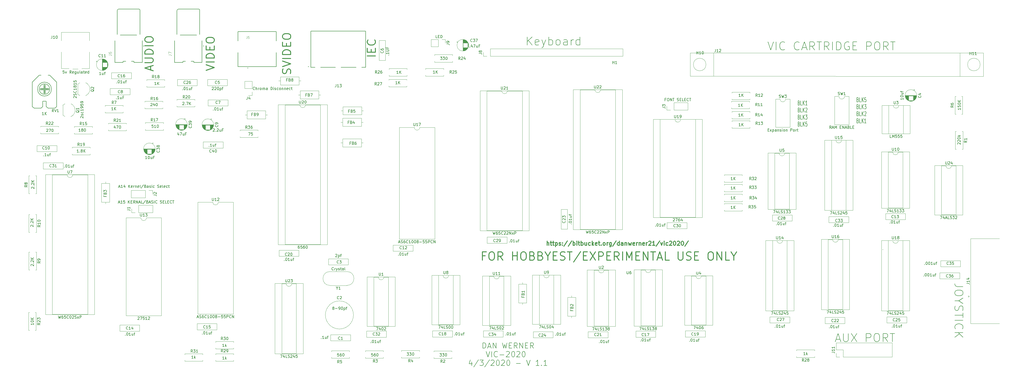
<source format=gbr>
G04 #@! TF.GenerationSoftware,KiCad,Pcbnew,(5.1.5)-3*
G04 #@! TF.CreationDate,2021-08-03T21:21:50-05:00*
G04 #@! TF.ProjectId,Vic2020mainboard,56696332-3032-4306-9d61-696e626f6172,rev?*
G04 #@! TF.SameCoordinates,Original*
G04 #@! TF.FileFunction,Legend,Top*
G04 #@! TF.FilePolarity,Positive*
%FSLAX46Y46*%
G04 Gerber Fmt 4.6, Leading zero omitted, Abs format (unit mm)*
G04 Created by KiCad (PCBNEW (5.1.5)-3) date 2021-08-03 21:21:50*
%MOMM*%
%LPD*%
G04 APERTURE LIST*
%ADD10C,0.300000*%
%ADD11C,0.120000*%
%ADD12C,0.150000*%
%ADD13C,0.127000*%
%ADD14C,0.200000*%
%ADD15C,0.015000*%
%ADD16C,0.135000*%
G04 APERTURE END LIST*
D10*
X227932142Y-164603571D02*
X227932142Y-163103571D01*
X228575000Y-164603571D02*
X228575000Y-163817857D01*
X228503571Y-163675000D01*
X228360714Y-163603571D01*
X228146428Y-163603571D01*
X228003571Y-163675000D01*
X227932142Y-163746428D01*
X229075000Y-163603571D02*
X229646428Y-163603571D01*
X229289285Y-163103571D02*
X229289285Y-164389285D01*
X229360714Y-164532142D01*
X229503571Y-164603571D01*
X229646428Y-164603571D01*
X229932142Y-163603571D02*
X230503571Y-163603571D01*
X230146428Y-163103571D02*
X230146428Y-164389285D01*
X230217857Y-164532142D01*
X230360714Y-164603571D01*
X230503571Y-164603571D01*
X231003571Y-163603571D02*
X231003571Y-165103571D01*
X231003571Y-163675000D02*
X231146428Y-163603571D01*
X231432142Y-163603571D01*
X231575000Y-163675000D01*
X231646428Y-163746428D01*
X231717857Y-163889285D01*
X231717857Y-164317857D01*
X231646428Y-164460714D01*
X231575000Y-164532142D01*
X231432142Y-164603571D01*
X231146428Y-164603571D01*
X231003571Y-164532142D01*
X232289285Y-164532142D02*
X232432142Y-164603571D01*
X232717857Y-164603571D01*
X232860714Y-164532142D01*
X232932142Y-164389285D01*
X232932142Y-164317857D01*
X232860714Y-164175000D01*
X232717857Y-164103571D01*
X232503571Y-164103571D01*
X232360714Y-164032142D01*
X232289285Y-163889285D01*
X232289285Y-163817857D01*
X232360714Y-163675000D01*
X232503571Y-163603571D01*
X232717857Y-163603571D01*
X232860714Y-163675000D01*
X233575000Y-164460714D02*
X233646428Y-164532142D01*
X233575000Y-164603571D01*
X233503571Y-164532142D01*
X233575000Y-164460714D01*
X233575000Y-164603571D01*
X233575000Y-163675000D02*
X233646428Y-163746428D01*
X233575000Y-163817857D01*
X233503571Y-163746428D01*
X233575000Y-163675000D01*
X233575000Y-163817857D01*
X235360714Y-163032142D02*
X234075000Y-164960714D01*
X236932142Y-163032142D02*
X235646428Y-164960714D01*
X237432142Y-164603571D02*
X237432142Y-163103571D01*
X237432142Y-163675000D02*
X237575000Y-163603571D01*
X237860714Y-163603571D01*
X238003571Y-163675000D01*
X238075000Y-163746428D01*
X238146428Y-163889285D01*
X238146428Y-164317857D01*
X238075000Y-164460714D01*
X238003571Y-164532142D01*
X237860714Y-164603571D01*
X237575000Y-164603571D01*
X237432142Y-164532142D01*
X238789285Y-164603571D02*
X238789285Y-163603571D01*
X238789285Y-163103571D02*
X238717857Y-163175000D01*
X238789285Y-163246428D01*
X238860714Y-163175000D01*
X238789285Y-163103571D01*
X238789285Y-163246428D01*
X239289285Y-163603571D02*
X239860714Y-163603571D01*
X239503571Y-163103571D02*
X239503571Y-164389285D01*
X239575000Y-164532142D01*
X239717857Y-164603571D01*
X239860714Y-164603571D01*
X240360714Y-164603571D02*
X240360714Y-163103571D01*
X240360714Y-163675000D02*
X240503571Y-163603571D01*
X240789285Y-163603571D01*
X240932142Y-163675000D01*
X241003571Y-163746428D01*
X241075000Y-163889285D01*
X241075000Y-164317857D01*
X241003571Y-164460714D01*
X240932142Y-164532142D01*
X240789285Y-164603571D01*
X240503571Y-164603571D01*
X240360714Y-164532142D01*
X242360714Y-163603571D02*
X242360714Y-164603571D01*
X241717857Y-163603571D02*
X241717857Y-164389285D01*
X241789285Y-164532142D01*
X241932142Y-164603571D01*
X242146428Y-164603571D01*
X242289285Y-164532142D01*
X242360714Y-164460714D01*
X243717857Y-164532142D02*
X243575000Y-164603571D01*
X243289285Y-164603571D01*
X243146428Y-164532142D01*
X243075000Y-164460714D01*
X243003571Y-164317857D01*
X243003571Y-163889285D01*
X243075000Y-163746428D01*
X243146428Y-163675000D01*
X243289285Y-163603571D01*
X243575000Y-163603571D01*
X243717857Y-163675000D01*
X244360714Y-164603571D02*
X244360714Y-163103571D01*
X244503571Y-164032142D02*
X244932142Y-164603571D01*
X244932142Y-163603571D02*
X244360714Y-164175000D01*
X246146428Y-164532142D02*
X246003571Y-164603571D01*
X245717857Y-164603571D01*
X245575000Y-164532142D01*
X245503571Y-164389285D01*
X245503571Y-163817857D01*
X245575000Y-163675000D01*
X245717857Y-163603571D01*
X246003571Y-163603571D01*
X246146428Y-163675000D01*
X246217857Y-163817857D01*
X246217857Y-163960714D01*
X245503571Y-164103571D01*
X246646428Y-163603571D02*
X247217857Y-163603571D01*
X246860714Y-163103571D02*
X246860714Y-164389285D01*
X246932142Y-164532142D01*
X247075000Y-164603571D01*
X247217857Y-164603571D01*
X247717857Y-164460714D02*
X247789285Y-164532142D01*
X247717857Y-164603571D01*
X247646428Y-164532142D01*
X247717857Y-164460714D01*
X247717857Y-164603571D01*
X248646428Y-164603571D02*
X248503571Y-164532142D01*
X248432142Y-164460714D01*
X248360714Y-164317857D01*
X248360714Y-163889285D01*
X248432142Y-163746428D01*
X248503571Y-163675000D01*
X248646428Y-163603571D01*
X248860714Y-163603571D01*
X249003571Y-163675000D01*
X249075000Y-163746428D01*
X249146428Y-163889285D01*
X249146428Y-164317857D01*
X249075000Y-164460714D01*
X249003571Y-164532142D01*
X248860714Y-164603571D01*
X248646428Y-164603571D01*
X249789285Y-164603571D02*
X249789285Y-163603571D01*
X249789285Y-163889285D02*
X249860714Y-163746428D01*
X249932142Y-163675000D01*
X250075000Y-163603571D01*
X250217857Y-163603571D01*
X251360714Y-163603571D02*
X251360714Y-164817857D01*
X251289285Y-164960714D01*
X251217857Y-165032142D01*
X251075000Y-165103571D01*
X250860714Y-165103571D01*
X250717857Y-165032142D01*
X251360714Y-164532142D02*
X251217857Y-164603571D01*
X250932142Y-164603571D01*
X250789285Y-164532142D01*
X250717857Y-164460714D01*
X250646428Y-164317857D01*
X250646428Y-163889285D01*
X250717857Y-163746428D01*
X250789285Y-163675000D01*
X250932142Y-163603571D01*
X251217857Y-163603571D01*
X251360714Y-163675000D01*
X253146428Y-163032142D02*
X251860714Y-164960714D01*
X254289285Y-164603571D02*
X254289285Y-163103571D01*
X254289285Y-164532142D02*
X254146428Y-164603571D01*
X253860714Y-164603571D01*
X253717857Y-164532142D01*
X253646428Y-164460714D01*
X253575000Y-164317857D01*
X253575000Y-163889285D01*
X253646428Y-163746428D01*
X253717857Y-163675000D01*
X253860714Y-163603571D01*
X254146428Y-163603571D01*
X254289285Y-163675000D01*
X255646428Y-164603571D02*
X255646428Y-163817857D01*
X255575000Y-163675000D01*
X255432142Y-163603571D01*
X255146428Y-163603571D01*
X255003571Y-163675000D01*
X255646428Y-164532142D02*
X255503571Y-164603571D01*
X255146428Y-164603571D01*
X255003571Y-164532142D01*
X254932142Y-164389285D01*
X254932142Y-164246428D01*
X255003571Y-164103571D01*
X255146428Y-164032142D01*
X255503571Y-164032142D01*
X255646428Y-163960714D01*
X256360714Y-163603571D02*
X256360714Y-164603571D01*
X256360714Y-163746428D02*
X256432142Y-163675000D01*
X256575000Y-163603571D01*
X256789285Y-163603571D01*
X256932142Y-163675000D01*
X257003571Y-163817857D01*
X257003571Y-164603571D01*
X257575000Y-163603571D02*
X257860714Y-164603571D01*
X258146428Y-163889285D01*
X258432142Y-164603571D01*
X258717857Y-163603571D01*
X259860714Y-164532142D02*
X259717857Y-164603571D01*
X259432142Y-164603571D01*
X259289285Y-164532142D01*
X259217857Y-164389285D01*
X259217857Y-163817857D01*
X259289285Y-163675000D01*
X259432142Y-163603571D01*
X259717857Y-163603571D01*
X259860714Y-163675000D01*
X259932142Y-163817857D01*
X259932142Y-163960714D01*
X259217857Y-164103571D01*
X260575000Y-164603571D02*
X260575000Y-163603571D01*
X260575000Y-163889285D02*
X260646428Y-163746428D01*
X260717857Y-163675000D01*
X260860714Y-163603571D01*
X261003571Y-163603571D01*
X261503571Y-163603571D02*
X261503571Y-164603571D01*
X261503571Y-163746428D02*
X261575000Y-163675000D01*
X261717857Y-163603571D01*
X261932142Y-163603571D01*
X262075000Y-163675000D01*
X262146428Y-163817857D01*
X262146428Y-164603571D01*
X263432142Y-164532142D02*
X263289285Y-164603571D01*
X263003571Y-164603571D01*
X262860714Y-164532142D01*
X262789285Y-164389285D01*
X262789285Y-163817857D01*
X262860714Y-163675000D01*
X263003571Y-163603571D01*
X263289285Y-163603571D01*
X263432142Y-163675000D01*
X263503571Y-163817857D01*
X263503571Y-163960714D01*
X262789285Y-164103571D01*
X264146428Y-164603571D02*
X264146428Y-163603571D01*
X264146428Y-163889285D02*
X264217857Y-163746428D01*
X264289285Y-163675000D01*
X264432142Y-163603571D01*
X264575000Y-163603571D01*
X265003571Y-163246428D02*
X265075000Y-163175000D01*
X265217857Y-163103571D01*
X265575000Y-163103571D01*
X265717857Y-163175000D01*
X265789285Y-163246428D01*
X265860714Y-163389285D01*
X265860714Y-163532142D01*
X265789285Y-163746428D01*
X264932142Y-164603571D01*
X265860714Y-164603571D01*
X267289285Y-164603571D02*
X266432142Y-164603571D01*
X266860714Y-164603571D02*
X266860714Y-163103571D01*
X266717857Y-163317857D01*
X266575000Y-163460714D01*
X266432142Y-163532142D01*
X269003571Y-163032142D02*
X267717857Y-164960714D01*
X269360714Y-163603571D02*
X269717857Y-164603571D01*
X270075000Y-163603571D01*
X270646428Y-164603571D02*
X270646428Y-163603571D01*
X270646428Y-163103571D02*
X270575000Y-163175000D01*
X270646428Y-163246428D01*
X270717857Y-163175000D01*
X270646428Y-163103571D01*
X270646428Y-163246428D01*
X272003571Y-164532142D02*
X271860714Y-164603571D01*
X271575000Y-164603571D01*
X271432142Y-164532142D01*
X271360714Y-164460714D01*
X271289285Y-164317857D01*
X271289285Y-163889285D01*
X271360714Y-163746428D01*
X271432142Y-163675000D01*
X271575000Y-163603571D01*
X271860714Y-163603571D01*
X272003571Y-163675000D01*
X272575000Y-163246428D02*
X272646428Y-163175000D01*
X272789285Y-163103571D01*
X273146428Y-163103571D01*
X273289285Y-163175000D01*
X273360714Y-163246428D01*
X273432142Y-163389285D01*
X273432142Y-163532142D01*
X273360714Y-163746428D01*
X272503571Y-164603571D01*
X273432142Y-164603571D01*
X274360714Y-163103571D02*
X274503571Y-163103571D01*
X274646428Y-163175000D01*
X274717857Y-163246428D01*
X274789285Y-163389285D01*
X274860714Y-163675000D01*
X274860714Y-164032142D01*
X274789285Y-164317857D01*
X274717857Y-164460714D01*
X274646428Y-164532142D01*
X274503571Y-164603571D01*
X274360714Y-164603571D01*
X274217857Y-164532142D01*
X274146428Y-164460714D01*
X274075000Y-164317857D01*
X274003571Y-164032142D01*
X274003571Y-163675000D01*
X274075000Y-163389285D01*
X274146428Y-163246428D01*
X274217857Y-163175000D01*
X274360714Y-163103571D01*
X275432142Y-163246428D02*
X275503571Y-163175000D01*
X275646428Y-163103571D01*
X276003571Y-163103571D01*
X276146428Y-163175000D01*
X276217857Y-163246428D01*
X276289285Y-163389285D01*
X276289285Y-163532142D01*
X276217857Y-163746428D01*
X275360714Y-164603571D01*
X276289285Y-164603571D01*
X277217857Y-163103571D02*
X277360714Y-163103571D01*
X277503571Y-163175000D01*
X277575000Y-163246428D01*
X277646428Y-163389285D01*
X277717857Y-163675000D01*
X277717857Y-164032142D01*
X277646428Y-164317857D01*
X277575000Y-164460714D01*
X277503571Y-164532142D01*
X277360714Y-164603571D01*
X277217857Y-164603571D01*
X277075000Y-164532142D01*
X277003571Y-164460714D01*
X276932142Y-164317857D01*
X276860714Y-164032142D01*
X276860714Y-163675000D01*
X276932142Y-163389285D01*
X277003571Y-163246428D01*
X277075000Y-163175000D01*
X277217857Y-163103571D01*
X279432142Y-163032142D02*
X278146428Y-164960714D01*
X205332142Y-168435714D02*
X204332142Y-168435714D01*
X204332142Y-170007142D02*
X204332142Y-167007142D01*
X205760714Y-167007142D01*
X207475000Y-167007142D02*
X208046428Y-167007142D01*
X208332142Y-167150000D01*
X208617857Y-167435714D01*
X208760714Y-168007142D01*
X208760714Y-169007142D01*
X208617857Y-169578571D01*
X208332142Y-169864285D01*
X208046428Y-170007142D01*
X207475000Y-170007142D01*
X207189285Y-169864285D01*
X206903571Y-169578571D01*
X206760714Y-169007142D01*
X206760714Y-168007142D01*
X206903571Y-167435714D01*
X207189285Y-167150000D01*
X207475000Y-167007142D01*
X211760714Y-170007142D02*
X210760714Y-168578571D01*
X210046428Y-170007142D02*
X210046428Y-167007142D01*
X211189285Y-167007142D01*
X211475000Y-167150000D01*
X211617857Y-167292857D01*
X211760714Y-167578571D01*
X211760714Y-168007142D01*
X211617857Y-168292857D01*
X211475000Y-168435714D01*
X211189285Y-168578571D01*
X210046428Y-168578571D01*
X215332142Y-170007142D02*
X215332142Y-167007142D01*
X215332142Y-168435714D02*
X217046428Y-168435714D01*
X217046428Y-170007142D02*
X217046428Y-167007142D01*
X219046428Y-167007142D02*
X219617857Y-167007142D01*
X219903571Y-167150000D01*
X220189285Y-167435714D01*
X220332142Y-168007142D01*
X220332142Y-169007142D01*
X220189285Y-169578571D01*
X219903571Y-169864285D01*
X219617857Y-170007142D01*
X219046428Y-170007142D01*
X218760714Y-169864285D01*
X218475000Y-169578571D01*
X218332142Y-169007142D01*
X218332142Y-168007142D01*
X218475000Y-167435714D01*
X218760714Y-167150000D01*
X219046428Y-167007142D01*
X222617857Y-168435714D02*
X223046428Y-168578571D01*
X223189285Y-168721428D01*
X223332142Y-169007142D01*
X223332142Y-169435714D01*
X223189285Y-169721428D01*
X223046428Y-169864285D01*
X222760714Y-170007142D01*
X221617857Y-170007142D01*
X221617857Y-167007142D01*
X222617857Y-167007142D01*
X222903571Y-167150000D01*
X223046428Y-167292857D01*
X223189285Y-167578571D01*
X223189285Y-167864285D01*
X223046428Y-168150000D01*
X222903571Y-168292857D01*
X222617857Y-168435714D01*
X221617857Y-168435714D01*
X225617857Y-168435714D02*
X226046428Y-168578571D01*
X226189285Y-168721428D01*
X226332142Y-169007142D01*
X226332142Y-169435714D01*
X226189285Y-169721428D01*
X226046428Y-169864285D01*
X225760714Y-170007142D01*
X224617857Y-170007142D01*
X224617857Y-167007142D01*
X225617857Y-167007142D01*
X225903571Y-167150000D01*
X226046428Y-167292857D01*
X226189285Y-167578571D01*
X226189285Y-167864285D01*
X226046428Y-168150000D01*
X225903571Y-168292857D01*
X225617857Y-168435714D01*
X224617857Y-168435714D01*
X228189285Y-168578571D02*
X228189285Y-170007142D01*
X227189285Y-167007142D02*
X228189285Y-168578571D01*
X229189285Y-167007142D01*
X230189285Y-168435714D02*
X231189285Y-168435714D01*
X231617857Y-170007142D02*
X230189285Y-170007142D01*
X230189285Y-167007142D01*
X231617857Y-167007142D01*
X232760714Y-169864285D02*
X233189285Y-170007142D01*
X233903571Y-170007142D01*
X234189285Y-169864285D01*
X234332142Y-169721428D01*
X234475000Y-169435714D01*
X234475000Y-169150000D01*
X234332142Y-168864285D01*
X234189285Y-168721428D01*
X233903571Y-168578571D01*
X233332142Y-168435714D01*
X233046428Y-168292857D01*
X232903571Y-168150000D01*
X232760714Y-167864285D01*
X232760714Y-167578571D01*
X232903571Y-167292857D01*
X233046428Y-167150000D01*
X233332142Y-167007142D01*
X234046428Y-167007142D01*
X234475000Y-167150000D01*
X235332142Y-167007142D02*
X237046428Y-167007142D01*
X236189285Y-170007142D02*
X236189285Y-167007142D01*
X240189285Y-166864285D02*
X237617857Y-170721428D01*
X241189285Y-168435714D02*
X242189285Y-168435714D01*
X242617857Y-170007142D02*
X241189285Y-170007142D01*
X241189285Y-167007142D01*
X242617857Y-167007142D01*
X243617857Y-167007142D02*
X245617857Y-170007142D01*
X245617857Y-167007142D02*
X243617857Y-170007142D01*
X246760714Y-170007142D02*
X246760714Y-167007142D01*
X247903571Y-167007142D01*
X248189285Y-167150000D01*
X248332142Y-167292857D01*
X248475000Y-167578571D01*
X248475000Y-168007142D01*
X248332142Y-168292857D01*
X248189285Y-168435714D01*
X247903571Y-168578571D01*
X246760714Y-168578571D01*
X249760714Y-168435714D02*
X250760714Y-168435714D01*
X251189285Y-170007142D02*
X249760714Y-170007142D01*
X249760714Y-167007142D01*
X251189285Y-167007142D01*
X254189285Y-170007142D02*
X253189285Y-168578571D01*
X252475000Y-170007142D02*
X252475000Y-167007142D01*
X253617857Y-167007142D01*
X253903571Y-167150000D01*
X254046428Y-167292857D01*
X254189285Y-167578571D01*
X254189285Y-168007142D01*
X254046428Y-168292857D01*
X253903571Y-168435714D01*
X253617857Y-168578571D01*
X252475000Y-168578571D01*
X255475000Y-170007142D02*
X255475000Y-167007142D01*
X256903571Y-170007142D02*
X256903571Y-167007142D01*
X257903571Y-169150000D01*
X258903571Y-167007142D01*
X258903571Y-170007142D01*
X260332142Y-168435714D02*
X261332142Y-168435714D01*
X261760714Y-170007142D02*
X260332142Y-170007142D01*
X260332142Y-167007142D01*
X261760714Y-167007142D01*
X263046428Y-170007142D02*
X263046428Y-167007142D01*
X264760714Y-170007142D01*
X264760714Y-167007142D01*
X265760714Y-167007142D02*
X267475000Y-167007142D01*
X266617857Y-170007142D02*
X266617857Y-167007142D01*
X268332142Y-169150000D02*
X269760714Y-169150000D01*
X268046428Y-170007142D02*
X269046428Y-167007142D01*
X270046428Y-170007142D01*
X272475000Y-170007142D02*
X271046428Y-170007142D01*
X271046428Y-167007142D01*
X275760714Y-167007142D02*
X275760714Y-169435714D01*
X275903571Y-169721428D01*
X276046428Y-169864285D01*
X276332142Y-170007142D01*
X276903571Y-170007142D01*
X277189285Y-169864285D01*
X277332142Y-169721428D01*
X277475000Y-169435714D01*
X277475000Y-167007142D01*
X278760714Y-169864285D02*
X279189285Y-170007142D01*
X279903571Y-170007142D01*
X280189285Y-169864285D01*
X280332142Y-169721428D01*
X280475000Y-169435714D01*
X280475000Y-169150000D01*
X280332142Y-168864285D01*
X280189285Y-168721428D01*
X279903571Y-168578571D01*
X279332142Y-168435714D01*
X279046428Y-168292857D01*
X278903571Y-168150000D01*
X278760714Y-167864285D01*
X278760714Y-167578571D01*
X278903571Y-167292857D01*
X279046428Y-167150000D01*
X279332142Y-167007142D01*
X280046428Y-167007142D01*
X280475000Y-167150000D01*
X281760714Y-168435714D02*
X282760714Y-168435714D01*
X283189285Y-170007142D02*
X281760714Y-170007142D01*
X281760714Y-167007142D01*
X283189285Y-167007142D01*
X287332142Y-167007142D02*
X287903571Y-167007142D01*
X288189285Y-167150000D01*
X288475000Y-167435714D01*
X288617857Y-168007142D01*
X288617857Y-169007142D01*
X288475000Y-169578571D01*
X288189285Y-169864285D01*
X287903571Y-170007142D01*
X287332142Y-170007142D01*
X287046428Y-169864285D01*
X286760714Y-169578571D01*
X286617857Y-169007142D01*
X286617857Y-168007142D01*
X286760714Y-167435714D01*
X287046428Y-167150000D01*
X287332142Y-167007142D01*
X289903571Y-170007142D02*
X289903571Y-167007142D01*
X291617857Y-170007142D01*
X291617857Y-167007142D01*
X294475000Y-170007142D02*
X293046428Y-170007142D01*
X293046428Y-167007142D01*
X296046428Y-168578571D02*
X296046428Y-170007142D01*
X295046428Y-167007142D02*
X296046428Y-168578571D01*
X297046428Y-167007142D01*
X103557142Y-100742857D02*
X106557142Y-99742857D01*
X103557142Y-98742857D01*
X106557142Y-97742857D02*
X103557142Y-97742857D01*
X106557142Y-96314285D02*
X103557142Y-96314285D01*
X103557142Y-95600000D01*
X103700000Y-95171428D01*
X103985714Y-94885714D01*
X104271428Y-94742857D01*
X104842857Y-94600000D01*
X105271428Y-94600000D01*
X105842857Y-94742857D01*
X106128571Y-94885714D01*
X106414285Y-95171428D01*
X106557142Y-95600000D01*
X106557142Y-96314285D01*
X104985714Y-93314285D02*
X104985714Y-92314285D01*
X106557142Y-91885714D02*
X106557142Y-93314285D01*
X103557142Y-93314285D01*
X103557142Y-91885714D01*
X103557142Y-90028571D02*
X103557142Y-89457142D01*
X103700000Y-89171428D01*
X103985714Y-88885714D01*
X104557142Y-88742857D01*
X105557142Y-88742857D01*
X106128571Y-88885714D01*
X106414285Y-89171428D01*
X106557142Y-89457142D01*
X106557142Y-90028571D01*
X106414285Y-90314285D01*
X106128571Y-90600000D01*
X105557142Y-90742857D01*
X104557142Y-90742857D01*
X103985714Y-90600000D01*
X103700000Y-90314285D01*
X103557142Y-90028571D01*
X83400000Y-100671428D02*
X83400000Y-99242857D01*
X84257142Y-100957142D02*
X81257142Y-99957142D01*
X84257142Y-98957142D01*
X81257142Y-97957142D02*
X83685714Y-97957142D01*
X83971428Y-97814285D01*
X84114285Y-97671428D01*
X84257142Y-97385714D01*
X84257142Y-96814285D01*
X84114285Y-96528571D01*
X83971428Y-96385714D01*
X83685714Y-96242857D01*
X81257142Y-96242857D01*
X84257142Y-94814285D02*
X81257142Y-94814285D01*
X81257142Y-94100000D01*
X81400000Y-93671428D01*
X81685714Y-93385714D01*
X81971428Y-93242857D01*
X82542857Y-93100000D01*
X82971428Y-93100000D01*
X83542857Y-93242857D01*
X83828571Y-93385714D01*
X84114285Y-93671428D01*
X84257142Y-94100000D01*
X84257142Y-94814285D01*
X84257142Y-91814285D02*
X81257142Y-91814285D01*
X81257142Y-89814285D02*
X81257142Y-89242857D01*
X81400000Y-88957142D01*
X81685714Y-88671428D01*
X82257142Y-88528571D01*
X83257142Y-88528571D01*
X83828571Y-88671428D01*
X84114285Y-88957142D01*
X84257142Y-89242857D01*
X84257142Y-89814285D01*
X84114285Y-90100000D01*
X83828571Y-90385714D01*
X83257142Y-90528571D01*
X82257142Y-90528571D01*
X81685714Y-90385714D01*
X81400000Y-90100000D01*
X81257142Y-89814285D01*
D11*
X350214000Y-166118000D02*
X350468000Y-166118000D01*
D12*
X308485714Y-90357142D02*
X309485714Y-93357142D01*
X310485714Y-90357142D01*
X311485714Y-93357142D02*
X311485714Y-90357142D01*
X314628571Y-93071428D02*
X314485714Y-93214285D01*
X314057142Y-93357142D01*
X313771428Y-93357142D01*
X313342857Y-93214285D01*
X313057142Y-92928571D01*
X312914285Y-92642857D01*
X312771428Y-92071428D01*
X312771428Y-91642857D01*
X312914285Y-91071428D01*
X313057142Y-90785714D01*
X313342857Y-90500000D01*
X313771428Y-90357142D01*
X314057142Y-90357142D01*
X314485714Y-90500000D01*
X314628571Y-90642857D01*
X319914285Y-93071428D02*
X319771428Y-93214285D01*
X319342857Y-93357142D01*
X319057142Y-93357142D01*
X318628571Y-93214285D01*
X318342857Y-92928571D01*
X318200000Y-92642857D01*
X318057142Y-92071428D01*
X318057142Y-91642857D01*
X318200000Y-91071428D01*
X318342857Y-90785714D01*
X318628571Y-90500000D01*
X319057142Y-90357142D01*
X319342857Y-90357142D01*
X319771428Y-90500000D01*
X319914285Y-90642857D01*
X321057142Y-92500000D02*
X322485714Y-92500000D01*
X320771428Y-93357142D02*
X321771428Y-90357142D01*
X322771428Y-93357142D01*
X325485714Y-93357142D02*
X324485714Y-91928571D01*
X323771428Y-93357142D02*
X323771428Y-90357142D01*
X324914285Y-90357142D01*
X325200000Y-90500000D01*
X325342857Y-90642857D01*
X325485714Y-90928571D01*
X325485714Y-91357142D01*
X325342857Y-91642857D01*
X325200000Y-91785714D01*
X324914285Y-91928571D01*
X323771428Y-91928571D01*
X326342857Y-90357142D02*
X328057142Y-90357142D01*
X327200000Y-93357142D02*
X327200000Y-90357142D01*
X330771428Y-93357142D02*
X329771428Y-91928571D01*
X329057142Y-93357142D02*
X329057142Y-90357142D01*
X330200000Y-90357142D01*
X330485714Y-90500000D01*
X330628571Y-90642857D01*
X330771428Y-90928571D01*
X330771428Y-91357142D01*
X330628571Y-91642857D01*
X330485714Y-91785714D01*
X330200000Y-91928571D01*
X329057142Y-91928571D01*
X332057142Y-93357142D02*
X332057142Y-90357142D01*
X333485714Y-93357142D02*
X333485714Y-90357142D01*
X334200000Y-90357142D01*
X334628571Y-90500000D01*
X334914285Y-90785714D01*
X335057142Y-91071428D01*
X335200000Y-91642857D01*
X335200000Y-92071428D01*
X335057142Y-92642857D01*
X334914285Y-92928571D01*
X334628571Y-93214285D01*
X334200000Y-93357142D01*
X333485714Y-93357142D01*
X338057142Y-90500000D02*
X337771428Y-90357142D01*
X337342857Y-90357142D01*
X336914285Y-90500000D01*
X336628571Y-90785714D01*
X336485714Y-91071428D01*
X336342857Y-91642857D01*
X336342857Y-92071428D01*
X336485714Y-92642857D01*
X336628571Y-92928571D01*
X336914285Y-93214285D01*
X337342857Y-93357142D01*
X337628571Y-93357142D01*
X338057142Y-93214285D01*
X338200000Y-93071428D01*
X338200000Y-92071428D01*
X337628571Y-92071428D01*
X339485714Y-91785714D02*
X340485714Y-91785714D01*
X340914285Y-93357142D02*
X339485714Y-93357142D01*
X339485714Y-90357142D01*
X340914285Y-90357142D01*
X344485714Y-93357142D02*
X344485714Y-90357142D01*
X345628571Y-90357142D01*
X345914285Y-90500000D01*
X346057142Y-90642857D01*
X346200000Y-90928571D01*
X346200000Y-91357142D01*
X346057142Y-91642857D01*
X345914285Y-91785714D01*
X345628571Y-91928571D01*
X344485714Y-91928571D01*
X348057142Y-90357142D02*
X348628571Y-90357142D01*
X348914285Y-90500000D01*
X349200000Y-90785714D01*
X349342857Y-91357142D01*
X349342857Y-92357142D01*
X349200000Y-92928571D01*
X348914285Y-93214285D01*
X348628571Y-93357142D01*
X348057142Y-93357142D01*
X347771428Y-93214285D01*
X347485714Y-92928571D01*
X347342857Y-92357142D01*
X347342857Y-91357142D01*
X347485714Y-90785714D01*
X347771428Y-90500000D01*
X348057142Y-90357142D01*
X352342857Y-93357142D02*
X351342857Y-91928571D01*
X350628571Y-93357142D02*
X350628571Y-90357142D01*
X351771428Y-90357142D01*
X352057142Y-90500000D01*
X352200000Y-90642857D01*
X352342857Y-90928571D01*
X352342857Y-91357142D01*
X352200000Y-91642857D01*
X352057142Y-91785714D01*
X351771428Y-91928571D01*
X350628571Y-91928571D01*
X353200000Y-90357142D02*
X354914285Y-90357142D01*
X354057142Y-93357142D02*
X354057142Y-90357142D01*
X341290476Y-111460714D02*
X341433333Y-111536904D01*
X341480952Y-111613095D01*
X341528571Y-111765476D01*
X341528571Y-111994047D01*
X341480952Y-112146428D01*
X341433333Y-112222619D01*
X341338095Y-112298809D01*
X340957142Y-112298809D01*
X340957142Y-110698809D01*
X341290476Y-110698809D01*
X341385714Y-110775000D01*
X341433333Y-110851190D01*
X341480952Y-111003571D01*
X341480952Y-111155952D01*
X341433333Y-111308333D01*
X341385714Y-111384523D01*
X341290476Y-111460714D01*
X340957142Y-111460714D01*
X342433333Y-112298809D02*
X341957142Y-112298809D01*
X341957142Y-110698809D01*
X342766666Y-112298809D02*
X342766666Y-110698809D01*
X343338095Y-112298809D02*
X342909523Y-111384523D01*
X343338095Y-110698809D02*
X342766666Y-111613095D01*
X344242857Y-110698809D02*
X343766666Y-110698809D01*
X343719047Y-111460714D01*
X343766666Y-111384523D01*
X343861904Y-111308333D01*
X344100000Y-111308333D01*
X344195238Y-111384523D01*
X344242857Y-111460714D01*
X344290476Y-111613095D01*
X344290476Y-111994047D01*
X344242857Y-112146428D01*
X344195238Y-112222619D01*
X344100000Y-112298809D01*
X343861904Y-112298809D01*
X343766666Y-112222619D01*
X343719047Y-112146428D01*
X341290476Y-114010714D02*
X341433333Y-114086904D01*
X341480952Y-114163095D01*
X341528571Y-114315476D01*
X341528571Y-114544047D01*
X341480952Y-114696428D01*
X341433333Y-114772619D01*
X341338095Y-114848809D01*
X340957142Y-114848809D01*
X340957142Y-113248809D01*
X341290476Y-113248809D01*
X341385714Y-113325000D01*
X341433333Y-113401190D01*
X341480952Y-113553571D01*
X341480952Y-113705952D01*
X341433333Y-113858333D01*
X341385714Y-113934523D01*
X341290476Y-114010714D01*
X340957142Y-114010714D01*
X342433333Y-114848809D02*
X341957142Y-114848809D01*
X341957142Y-113248809D01*
X342766666Y-114848809D02*
X342766666Y-113248809D01*
X343338095Y-114848809D02*
X342909523Y-113934523D01*
X343338095Y-113248809D02*
X342766666Y-114163095D01*
X343671428Y-113248809D02*
X344290476Y-113248809D01*
X343957142Y-113858333D01*
X344100000Y-113858333D01*
X344195238Y-113934523D01*
X344242857Y-114010714D01*
X344290476Y-114163095D01*
X344290476Y-114544047D01*
X344242857Y-114696428D01*
X344195238Y-114772619D01*
X344100000Y-114848809D01*
X343814285Y-114848809D01*
X343719047Y-114772619D01*
X343671428Y-114696428D01*
X341290476Y-116560714D02*
X341433333Y-116636904D01*
X341480952Y-116713095D01*
X341528571Y-116865476D01*
X341528571Y-117094047D01*
X341480952Y-117246428D01*
X341433333Y-117322619D01*
X341338095Y-117398809D01*
X340957142Y-117398809D01*
X340957142Y-115798809D01*
X341290476Y-115798809D01*
X341385714Y-115875000D01*
X341433333Y-115951190D01*
X341480952Y-116103571D01*
X341480952Y-116255952D01*
X341433333Y-116408333D01*
X341385714Y-116484523D01*
X341290476Y-116560714D01*
X340957142Y-116560714D01*
X342433333Y-117398809D02*
X341957142Y-117398809D01*
X341957142Y-115798809D01*
X342766666Y-117398809D02*
X342766666Y-115798809D01*
X343338095Y-117398809D02*
X342909523Y-116484523D01*
X343338095Y-115798809D02*
X342766666Y-116713095D01*
X343719047Y-115951190D02*
X343766666Y-115875000D01*
X343861904Y-115798809D01*
X344100000Y-115798809D01*
X344195238Y-115875000D01*
X344242857Y-115951190D01*
X344290476Y-116103571D01*
X344290476Y-116255952D01*
X344242857Y-116484523D01*
X343671428Y-117398809D01*
X344290476Y-117398809D01*
X341290476Y-119110714D02*
X341433333Y-119186904D01*
X341480952Y-119263095D01*
X341528571Y-119415476D01*
X341528571Y-119644047D01*
X341480952Y-119796428D01*
X341433333Y-119872619D01*
X341338095Y-119948809D01*
X340957142Y-119948809D01*
X340957142Y-118348809D01*
X341290476Y-118348809D01*
X341385714Y-118425000D01*
X341433333Y-118501190D01*
X341480952Y-118653571D01*
X341480952Y-118805952D01*
X341433333Y-118958333D01*
X341385714Y-119034523D01*
X341290476Y-119110714D01*
X340957142Y-119110714D01*
X342433333Y-119948809D02*
X341957142Y-119948809D01*
X341957142Y-118348809D01*
X342766666Y-119948809D02*
X342766666Y-118348809D01*
X343338095Y-119948809D02*
X342909523Y-119034523D01*
X343338095Y-118348809D02*
X342766666Y-119263095D01*
X344290476Y-119948809D02*
X343719047Y-119948809D01*
X344004761Y-119948809D02*
X344004761Y-118348809D01*
X343909523Y-118577380D01*
X343814285Y-118729761D01*
X343719047Y-118805952D01*
X204509523Y-202154761D02*
X204509523Y-200154761D01*
X204985714Y-200154761D01*
X205271428Y-200250000D01*
X205461904Y-200440476D01*
X205557142Y-200630952D01*
X205652380Y-201011904D01*
X205652380Y-201297619D01*
X205557142Y-201678571D01*
X205461904Y-201869047D01*
X205271428Y-202059523D01*
X204985714Y-202154761D01*
X204509523Y-202154761D01*
X206414285Y-201583333D02*
X207366666Y-201583333D01*
X206223809Y-202154761D02*
X206890476Y-200154761D01*
X207557142Y-202154761D01*
X208223809Y-202154761D02*
X208223809Y-200154761D01*
X209366666Y-202154761D01*
X209366666Y-200154761D01*
X211652380Y-200154761D02*
X212128571Y-202154761D01*
X212509523Y-200726190D01*
X212890476Y-202154761D01*
X213366666Y-200154761D01*
X214128571Y-201107142D02*
X214795238Y-201107142D01*
X215080952Y-202154761D02*
X214128571Y-202154761D01*
X214128571Y-200154761D01*
X215080952Y-200154761D01*
X217080952Y-202154761D02*
X216414285Y-201202380D01*
X215938095Y-202154761D02*
X215938095Y-200154761D01*
X216700000Y-200154761D01*
X216890476Y-200250000D01*
X216985714Y-200345238D01*
X217080952Y-200535714D01*
X217080952Y-200821428D01*
X216985714Y-201011904D01*
X216890476Y-201107142D01*
X216700000Y-201202380D01*
X215938095Y-201202380D01*
X217938095Y-202154761D02*
X217938095Y-200154761D01*
X219080952Y-202154761D01*
X219080952Y-200154761D01*
X220033333Y-201107142D02*
X220700000Y-201107142D01*
X220985714Y-202154761D02*
X220033333Y-202154761D01*
X220033333Y-200154761D01*
X220985714Y-200154761D01*
X222985714Y-202154761D02*
X222319047Y-201202380D01*
X221842857Y-202154761D02*
X221842857Y-200154761D01*
X222604761Y-200154761D01*
X222795238Y-200250000D01*
X222890476Y-200345238D01*
X222985714Y-200535714D01*
X222985714Y-200821428D01*
X222890476Y-201011904D01*
X222795238Y-201107142D01*
X222604761Y-201202380D01*
X221842857Y-201202380D01*
X205747619Y-203304761D02*
X206414285Y-205304761D01*
X207080952Y-203304761D01*
X207747619Y-205304761D02*
X207747619Y-203304761D01*
X209842857Y-205114285D02*
X209747619Y-205209523D01*
X209461904Y-205304761D01*
X209271428Y-205304761D01*
X208985714Y-205209523D01*
X208795238Y-205019047D01*
X208700000Y-204828571D01*
X208604761Y-204447619D01*
X208604761Y-204161904D01*
X208700000Y-203780952D01*
X208795238Y-203590476D01*
X208985714Y-203400000D01*
X209271428Y-203304761D01*
X209461904Y-203304761D01*
X209747619Y-203400000D01*
X209842857Y-203495238D01*
X210700000Y-204542857D02*
X212223809Y-204542857D01*
X213080952Y-203495238D02*
X213176190Y-203400000D01*
X213366666Y-203304761D01*
X213842857Y-203304761D01*
X214033333Y-203400000D01*
X214128571Y-203495238D01*
X214223809Y-203685714D01*
X214223809Y-203876190D01*
X214128571Y-204161904D01*
X212985714Y-205304761D01*
X214223809Y-205304761D01*
X215461904Y-203304761D02*
X215652380Y-203304761D01*
X215842857Y-203400000D01*
X215938095Y-203495238D01*
X216033333Y-203685714D01*
X216128571Y-204066666D01*
X216128571Y-204542857D01*
X216033333Y-204923809D01*
X215938095Y-205114285D01*
X215842857Y-205209523D01*
X215652380Y-205304761D01*
X215461904Y-205304761D01*
X215271428Y-205209523D01*
X215176190Y-205114285D01*
X215080952Y-204923809D01*
X214985714Y-204542857D01*
X214985714Y-204066666D01*
X215080952Y-203685714D01*
X215176190Y-203495238D01*
X215271428Y-203400000D01*
X215461904Y-203304761D01*
X216890476Y-203495238D02*
X216985714Y-203400000D01*
X217176190Y-203304761D01*
X217652380Y-203304761D01*
X217842857Y-203400000D01*
X217938095Y-203495238D01*
X218033333Y-203685714D01*
X218033333Y-203876190D01*
X217938095Y-204161904D01*
X216795238Y-205304761D01*
X218033333Y-205304761D01*
X219271428Y-203304761D02*
X219461904Y-203304761D01*
X219652380Y-203400000D01*
X219747619Y-203495238D01*
X219842857Y-203685714D01*
X219938095Y-204066666D01*
X219938095Y-204542857D01*
X219842857Y-204923809D01*
X219747619Y-205114285D01*
X219652380Y-205209523D01*
X219461904Y-205304761D01*
X219271428Y-205304761D01*
X219080952Y-205209523D01*
X218985714Y-205114285D01*
X218890476Y-204923809D01*
X218795238Y-204542857D01*
X218795238Y-204066666D01*
X218890476Y-203685714D01*
X218985714Y-203495238D01*
X219080952Y-203400000D01*
X219271428Y-203304761D01*
X200461904Y-207121428D02*
X200461904Y-208454761D01*
X199985714Y-206359523D02*
X199509523Y-207788095D01*
X200747619Y-207788095D01*
X202938095Y-206359523D02*
X201223809Y-208930952D01*
X203414285Y-206454761D02*
X204652380Y-206454761D01*
X203985714Y-207216666D01*
X204271428Y-207216666D01*
X204461904Y-207311904D01*
X204557142Y-207407142D01*
X204652380Y-207597619D01*
X204652380Y-208073809D01*
X204557142Y-208264285D01*
X204461904Y-208359523D01*
X204271428Y-208454761D01*
X203700000Y-208454761D01*
X203509523Y-208359523D01*
X203414285Y-208264285D01*
X206938095Y-206359523D02*
X205223809Y-208930952D01*
X207509523Y-206645238D02*
X207604761Y-206550000D01*
X207795238Y-206454761D01*
X208271428Y-206454761D01*
X208461904Y-206550000D01*
X208557142Y-206645238D01*
X208652380Y-206835714D01*
X208652380Y-207026190D01*
X208557142Y-207311904D01*
X207414285Y-208454761D01*
X208652380Y-208454761D01*
X209890476Y-206454761D02*
X210080952Y-206454761D01*
X210271428Y-206550000D01*
X210366666Y-206645238D01*
X210461904Y-206835714D01*
X210557142Y-207216666D01*
X210557142Y-207692857D01*
X210461904Y-208073809D01*
X210366666Y-208264285D01*
X210271428Y-208359523D01*
X210080952Y-208454761D01*
X209890476Y-208454761D01*
X209700000Y-208359523D01*
X209604761Y-208264285D01*
X209509523Y-208073809D01*
X209414285Y-207692857D01*
X209414285Y-207216666D01*
X209509523Y-206835714D01*
X209604761Y-206645238D01*
X209700000Y-206550000D01*
X209890476Y-206454761D01*
X211319047Y-206645238D02*
X211414285Y-206550000D01*
X211604761Y-206454761D01*
X212080952Y-206454761D01*
X212271428Y-206550000D01*
X212366666Y-206645238D01*
X212461904Y-206835714D01*
X212461904Y-207026190D01*
X212366666Y-207311904D01*
X211223809Y-208454761D01*
X212461904Y-208454761D01*
X213700000Y-206454761D02*
X213890476Y-206454761D01*
X214080952Y-206550000D01*
X214176190Y-206645238D01*
X214271428Y-206835714D01*
X214366666Y-207216666D01*
X214366666Y-207692857D01*
X214271428Y-208073809D01*
X214176190Y-208264285D01*
X214080952Y-208359523D01*
X213890476Y-208454761D01*
X213700000Y-208454761D01*
X213509523Y-208359523D01*
X213414285Y-208264285D01*
X213319047Y-208073809D01*
X213223809Y-207692857D01*
X213223809Y-207216666D01*
X213319047Y-206835714D01*
X213414285Y-206645238D01*
X213509523Y-206550000D01*
X213700000Y-206454761D01*
X216747619Y-207692857D02*
X218271428Y-207692857D01*
X220461904Y-206454761D02*
X221128571Y-208454761D01*
X221795238Y-206454761D01*
X225033333Y-208454761D02*
X223890476Y-208454761D01*
X224461904Y-208454761D02*
X224461904Y-206454761D01*
X224271428Y-206740476D01*
X224080952Y-206930952D01*
X223890476Y-207026190D01*
X225890476Y-208264285D02*
X225985714Y-208359523D01*
X225890476Y-208454761D01*
X225795238Y-208359523D01*
X225890476Y-208264285D01*
X225890476Y-208454761D01*
X227890476Y-208454761D02*
X226747619Y-208454761D01*
X227319047Y-208454761D02*
X227319047Y-206454761D01*
X227128571Y-206740476D01*
X226938095Y-206930952D01*
X226747619Y-207026190D01*
X319790476Y-112660714D02*
X319933333Y-112736904D01*
X319980952Y-112813095D01*
X320028571Y-112965476D01*
X320028571Y-113194047D01*
X319980952Y-113346428D01*
X319933333Y-113422619D01*
X319838095Y-113498809D01*
X319457142Y-113498809D01*
X319457142Y-111898809D01*
X319790476Y-111898809D01*
X319885714Y-111975000D01*
X319933333Y-112051190D01*
X319980952Y-112203571D01*
X319980952Y-112355952D01*
X319933333Y-112508333D01*
X319885714Y-112584523D01*
X319790476Y-112660714D01*
X319457142Y-112660714D01*
X320933333Y-113498809D02*
X320457142Y-113498809D01*
X320457142Y-111898809D01*
X321266666Y-113498809D02*
X321266666Y-111898809D01*
X321838095Y-113498809D02*
X321409523Y-112584523D01*
X321838095Y-111898809D02*
X321266666Y-112813095D01*
X322790476Y-113498809D02*
X322219047Y-113498809D01*
X322504761Y-113498809D02*
X322504761Y-111898809D01*
X322409523Y-112127380D01*
X322314285Y-112279761D01*
X322219047Y-112355952D01*
X319790476Y-115210714D02*
X319933333Y-115286904D01*
X319980952Y-115363095D01*
X320028571Y-115515476D01*
X320028571Y-115744047D01*
X319980952Y-115896428D01*
X319933333Y-115972619D01*
X319838095Y-116048809D01*
X319457142Y-116048809D01*
X319457142Y-114448809D01*
X319790476Y-114448809D01*
X319885714Y-114525000D01*
X319933333Y-114601190D01*
X319980952Y-114753571D01*
X319980952Y-114905952D01*
X319933333Y-115058333D01*
X319885714Y-115134523D01*
X319790476Y-115210714D01*
X319457142Y-115210714D01*
X320933333Y-116048809D02*
X320457142Y-116048809D01*
X320457142Y-114448809D01*
X321266666Y-116048809D02*
X321266666Y-114448809D01*
X321838095Y-116048809D02*
X321409523Y-115134523D01*
X321838095Y-114448809D02*
X321266666Y-115363095D01*
X322219047Y-114601190D02*
X322266666Y-114525000D01*
X322361904Y-114448809D01*
X322600000Y-114448809D01*
X322695238Y-114525000D01*
X322742857Y-114601190D01*
X322790476Y-114753571D01*
X322790476Y-114905952D01*
X322742857Y-115134523D01*
X322171428Y-116048809D01*
X322790476Y-116048809D01*
X319790476Y-117760714D02*
X319933333Y-117836904D01*
X319980952Y-117913095D01*
X320028571Y-118065476D01*
X320028571Y-118294047D01*
X319980952Y-118446428D01*
X319933333Y-118522619D01*
X319838095Y-118598809D01*
X319457142Y-118598809D01*
X319457142Y-116998809D01*
X319790476Y-116998809D01*
X319885714Y-117075000D01*
X319933333Y-117151190D01*
X319980952Y-117303571D01*
X319980952Y-117455952D01*
X319933333Y-117608333D01*
X319885714Y-117684523D01*
X319790476Y-117760714D01*
X319457142Y-117760714D01*
X320933333Y-118598809D02*
X320457142Y-118598809D01*
X320457142Y-116998809D01*
X321266666Y-118598809D02*
X321266666Y-116998809D01*
X321838095Y-118598809D02*
X321409523Y-117684523D01*
X321838095Y-116998809D02*
X321266666Y-117913095D01*
X322171428Y-116998809D02*
X322790476Y-116998809D01*
X322457142Y-117608333D01*
X322600000Y-117608333D01*
X322695238Y-117684523D01*
X322742857Y-117760714D01*
X322790476Y-117913095D01*
X322790476Y-118294047D01*
X322742857Y-118446428D01*
X322695238Y-118522619D01*
X322600000Y-118598809D01*
X322314285Y-118598809D01*
X322219047Y-118522619D01*
X322171428Y-118446428D01*
X319790476Y-120310714D02*
X319933333Y-120386904D01*
X319980952Y-120463095D01*
X320028571Y-120615476D01*
X320028571Y-120844047D01*
X319980952Y-120996428D01*
X319933333Y-121072619D01*
X319838095Y-121148809D01*
X319457142Y-121148809D01*
X319457142Y-119548809D01*
X319790476Y-119548809D01*
X319885714Y-119625000D01*
X319933333Y-119701190D01*
X319980952Y-119853571D01*
X319980952Y-120005952D01*
X319933333Y-120158333D01*
X319885714Y-120234523D01*
X319790476Y-120310714D01*
X319457142Y-120310714D01*
X320933333Y-121148809D02*
X320457142Y-121148809D01*
X320457142Y-119548809D01*
X321266666Y-121148809D02*
X321266666Y-119548809D01*
X321838095Y-121148809D02*
X321409523Y-120234523D01*
X321838095Y-119548809D02*
X321266666Y-120463095D01*
X322742857Y-119548809D02*
X322266666Y-119548809D01*
X322219047Y-120310714D01*
X322266666Y-120234523D01*
X322361904Y-120158333D01*
X322600000Y-120158333D01*
X322695238Y-120234523D01*
X322742857Y-120310714D01*
X322790476Y-120463095D01*
X322790476Y-120844047D01*
X322742857Y-120996428D01*
X322695238Y-121072619D01*
X322600000Y-121148809D01*
X322361904Y-121148809D01*
X322266666Y-121072619D01*
X322219047Y-120996428D01*
X333328571Y-198900000D02*
X334757142Y-198900000D01*
X333042857Y-199757142D02*
X334042857Y-196757142D01*
X335042857Y-199757142D01*
X336042857Y-196757142D02*
X336042857Y-199185714D01*
X336185714Y-199471428D01*
X336328571Y-199614285D01*
X336614285Y-199757142D01*
X337185714Y-199757142D01*
X337471428Y-199614285D01*
X337614285Y-199471428D01*
X337757142Y-199185714D01*
X337757142Y-196757142D01*
X338900000Y-196757142D02*
X340900000Y-199757142D01*
X340900000Y-196757142D02*
X338900000Y-199757142D01*
X344328571Y-199757142D02*
X344328571Y-196757142D01*
X345471428Y-196757142D01*
X345757142Y-196900000D01*
X345900000Y-197042857D01*
X346042857Y-197328571D01*
X346042857Y-197757142D01*
X345900000Y-198042857D01*
X345757142Y-198185714D01*
X345471428Y-198328571D01*
X344328571Y-198328571D01*
X347900000Y-196757142D02*
X348471428Y-196757142D01*
X348757142Y-196900000D01*
X349042857Y-197185714D01*
X349185714Y-197757142D01*
X349185714Y-198757142D01*
X349042857Y-199328571D01*
X348757142Y-199614285D01*
X348471428Y-199757142D01*
X347900000Y-199757142D01*
X347614285Y-199614285D01*
X347328571Y-199328571D01*
X347185714Y-198757142D01*
X347185714Y-197757142D01*
X347328571Y-197185714D01*
X347614285Y-196900000D01*
X347900000Y-196757142D01*
X352185714Y-199757142D02*
X351185714Y-198328571D01*
X350471428Y-199757142D02*
X350471428Y-196757142D01*
X351614285Y-196757142D01*
X351900000Y-196900000D01*
X352042857Y-197042857D01*
X352185714Y-197328571D01*
X352185714Y-197757142D01*
X352042857Y-198042857D01*
X351900000Y-198185714D01*
X351614285Y-198328571D01*
X350471428Y-198328571D01*
X353042857Y-196757142D02*
X354757142Y-196757142D01*
X353900000Y-199757142D02*
X353900000Y-196757142D01*
X379642857Y-179685714D02*
X377500000Y-179685714D01*
X377071428Y-179542857D01*
X376785714Y-179257142D01*
X376642857Y-178828571D01*
X376642857Y-178542857D01*
X379642857Y-181685714D02*
X379642857Y-182257142D01*
X379500000Y-182542857D01*
X379214285Y-182828571D01*
X378642857Y-182971428D01*
X377642857Y-182971428D01*
X377071428Y-182828571D01*
X376785714Y-182542857D01*
X376642857Y-182257142D01*
X376642857Y-181685714D01*
X376785714Y-181400000D01*
X377071428Y-181114285D01*
X377642857Y-180971428D01*
X378642857Y-180971428D01*
X379214285Y-181114285D01*
X379500000Y-181400000D01*
X379642857Y-181685714D01*
X378071428Y-184828571D02*
X376642857Y-184828571D01*
X379642857Y-183828571D02*
X378071428Y-184828571D01*
X379642857Y-185828571D01*
X376785714Y-186685714D02*
X376642857Y-187114285D01*
X376642857Y-187828571D01*
X376785714Y-188114285D01*
X376928571Y-188257142D01*
X377214285Y-188400000D01*
X377500000Y-188400000D01*
X377785714Y-188257142D01*
X377928571Y-188114285D01*
X378071428Y-187828571D01*
X378214285Y-187257142D01*
X378357142Y-186971428D01*
X378500000Y-186828571D01*
X378785714Y-186685714D01*
X379071428Y-186685714D01*
X379357142Y-186828571D01*
X379500000Y-186971428D01*
X379642857Y-187257142D01*
X379642857Y-187971428D01*
X379500000Y-188400000D01*
X379642857Y-189257142D02*
X379642857Y-190971428D01*
X376642857Y-190114285D02*
X379642857Y-190114285D01*
X376642857Y-191971428D02*
X379642857Y-191971428D01*
X376928571Y-195114285D02*
X376785714Y-194971428D01*
X376642857Y-194542857D01*
X376642857Y-194257142D01*
X376785714Y-193828571D01*
X377071428Y-193542857D01*
X377357142Y-193400000D01*
X377928571Y-193257142D01*
X378357142Y-193257142D01*
X378928571Y-193400000D01*
X379214285Y-193542857D01*
X379500000Y-193828571D01*
X379642857Y-194257142D01*
X379642857Y-194542857D01*
X379500000Y-194971428D01*
X379357142Y-195114285D01*
X376642857Y-196400000D02*
X379642857Y-196400000D01*
X376642857Y-198114285D02*
X378357142Y-196828571D01*
X379642857Y-198114285D02*
X377928571Y-196400000D01*
D11*
X102505000Y-129095000D02*
X102505000Y-126855000D01*
X109745000Y-129095000D02*
X109745000Y-126855000D01*
X109745000Y-126855000D02*
X102505000Y-126855000D01*
X109745000Y-129095000D02*
X102505000Y-129095000D01*
X362020000Y-107855199D02*
X361620000Y-107855199D01*
X361820000Y-107655199D02*
X361820000Y-108055199D01*
X360995000Y-112006000D02*
X360255000Y-112006000D01*
X361162000Y-111966000D02*
X360088000Y-111966000D01*
X361289000Y-111926000D02*
X359961000Y-111926000D01*
X361393000Y-111886000D02*
X359857000Y-111886000D01*
X361484000Y-111846000D02*
X359766000Y-111846000D01*
X361565000Y-111806000D02*
X359685000Y-111806000D01*
X361638000Y-111766000D02*
X359612000Y-111766000D01*
X359785000Y-111726000D02*
X359545000Y-111726000D01*
X361705000Y-111726000D02*
X361465000Y-111726000D01*
X359785000Y-111686000D02*
X359483000Y-111686000D01*
X361767000Y-111686000D02*
X361465000Y-111686000D01*
X359785000Y-111646000D02*
X359425000Y-111646000D01*
X361825000Y-111646000D02*
X361465000Y-111646000D01*
X359785000Y-111606000D02*
X359371000Y-111606000D01*
X361879000Y-111606000D02*
X361465000Y-111606000D01*
X359785000Y-111566000D02*
X359321000Y-111566000D01*
X361929000Y-111566000D02*
X361465000Y-111566000D01*
X359785000Y-111526000D02*
X359274000Y-111526000D01*
X361976000Y-111526000D02*
X361465000Y-111526000D01*
X359785000Y-111486000D02*
X359229000Y-111486000D01*
X362021000Y-111486000D02*
X361465000Y-111486000D01*
X359785000Y-111446000D02*
X359187000Y-111446000D01*
X362063000Y-111446000D02*
X361465000Y-111446000D01*
X359785000Y-111406000D02*
X359147000Y-111406000D01*
X362103000Y-111406000D02*
X361465000Y-111406000D01*
X359785000Y-111366000D02*
X359109000Y-111366000D01*
X362141000Y-111366000D02*
X361465000Y-111366000D01*
X359785000Y-111326000D02*
X359073000Y-111326000D01*
X362177000Y-111326000D02*
X361465000Y-111326000D01*
X359785000Y-111286000D02*
X359038000Y-111286000D01*
X362212000Y-111286000D02*
X361465000Y-111286000D01*
X359785000Y-111246000D02*
X359006000Y-111246000D01*
X362244000Y-111246000D02*
X361465000Y-111246000D01*
X359785000Y-111206000D02*
X358975000Y-111206000D01*
X362275000Y-111206000D02*
X361465000Y-111206000D01*
X359785000Y-111166000D02*
X358945000Y-111166000D01*
X362305000Y-111166000D02*
X361465000Y-111166000D01*
X359785000Y-111126000D02*
X358917000Y-111126000D01*
X362333000Y-111126000D02*
X361465000Y-111126000D01*
X359785000Y-111086000D02*
X358890000Y-111086000D01*
X362360000Y-111086000D02*
X361465000Y-111086000D01*
X359785000Y-111046000D02*
X358865000Y-111046000D01*
X362385000Y-111046000D02*
X361465000Y-111046000D01*
X359785000Y-111006000D02*
X358840000Y-111006000D01*
X362410000Y-111006000D02*
X361465000Y-111006000D01*
X359785000Y-110966000D02*
X358817000Y-110966000D01*
X362433000Y-110966000D02*
X361465000Y-110966000D01*
X359785000Y-110926000D02*
X358795000Y-110926000D01*
X362455000Y-110926000D02*
X361465000Y-110926000D01*
X359785000Y-110886000D02*
X358774000Y-110886000D01*
X362476000Y-110886000D02*
X361465000Y-110886000D01*
X359785000Y-110846000D02*
X358755000Y-110846000D01*
X362495000Y-110846000D02*
X361465000Y-110846000D01*
X359785000Y-110806000D02*
X358736000Y-110806000D01*
X362514000Y-110806000D02*
X361465000Y-110806000D01*
X359785000Y-110766000D02*
X358718000Y-110766000D01*
X362532000Y-110766000D02*
X361465000Y-110766000D01*
X359785000Y-110726000D02*
X358701000Y-110726000D01*
X362549000Y-110726000D02*
X361465000Y-110726000D01*
X359785000Y-110686000D02*
X358685000Y-110686000D01*
X362565000Y-110686000D02*
X361465000Y-110686000D01*
X359785000Y-110646000D02*
X358671000Y-110646000D01*
X362579000Y-110646000D02*
X361465000Y-110646000D01*
X359785000Y-110605000D02*
X358657000Y-110605000D01*
X362593000Y-110605000D02*
X361465000Y-110605000D01*
X359785000Y-110565000D02*
X358643000Y-110565000D01*
X362607000Y-110565000D02*
X361465000Y-110565000D01*
X359785000Y-110525000D02*
X358631000Y-110525000D01*
X362619000Y-110525000D02*
X361465000Y-110525000D01*
X359785000Y-110485000D02*
X358620000Y-110485000D01*
X362630000Y-110485000D02*
X361465000Y-110485000D01*
X359785000Y-110445000D02*
X358609000Y-110445000D01*
X362641000Y-110445000D02*
X361465000Y-110445000D01*
X359785000Y-110405000D02*
X358600000Y-110405000D01*
X362650000Y-110405000D02*
X361465000Y-110405000D01*
X359785000Y-110365000D02*
X358591000Y-110365000D01*
X362659000Y-110365000D02*
X361465000Y-110365000D01*
X359785000Y-110325000D02*
X358583000Y-110325000D01*
X362667000Y-110325000D02*
X361465000Y-110325000D01*
X359785000Y-110285000D02*
X358575000Y-110285000D01*
X362675000Y-110285000D02*
X361465000Y-110285000D01*
X359785000Y-110245000D02*
X358569000Y-110245000D01*
X362681000Y-110245000D02*
X361465000Y-110245000D01*
X359785000Y-110205000D02*
X358563000Y-110205000D01*
X362687000Y-110205000D02*
X361465000Y-110205000D01*
X359785000Y-110165000D02*
X358558000Y-110165000D01*
X362692000Y-110165000D02*
X361465000Y-110165000D01*
X359785000Y-110125000D02*
X358554000Y-110125000D01*
X362696000Y-110125000D02*
X361465000Y-110125000D01*
X362699000Y-110085000D02*
X358551000Y-110085000D01*
X362702000Y-110045000D02*
X358548000Y-110045000D01*
X362704000Y-110005000D02*
X358546000Y-110005000D01*
X362705000Y-109965000D02*
X358545000Y-109965000D01*
X362705000Y-109925000D02*
X358545000Y-109925000D01*
X362745000Y-109925000D02*
G75*
G03X362745000Y-109925000I-2120000J0D01*
G01*
X378500000Y-94400000D02*
X378500000Y-103000000D01*
X280100000Y-102900000D02*
X387100000Y-103000000D01*
X280100000Y-94400000D02*
X387100000Y-94400000D01*
X378500000Y-94400000D02*
X387100000Y-94400000D01*
X378500000Y-102800000D02*
X378500000Y-94400000D01*
X378500000Y-100300000D02*
X378500000Y-102800000D01*
X387100000Y-100300000D02*
X387100000Y-94400000D01*
X387100000Y-100300000D02*
X387100000Y-103000000D01*
X288700000Y-98000000D02*
X288700000Y-102900000D01*
X288700000Y-98000000D02*
X288700000Y-94400000D01*
X385900000Y-98650000D02*
G75*
G03X385900000Y-98650000I-2300000J0D01*
G01*
X285900000Y-98650000D02*
G75*
G03X285900000Y-98650000I-2300000J0D01*
G01*
X280100000Y-102900000D02*
X287100000Y-102900000D01*
X280100000Y-94400000D02*
X280100000Y-102900000D01*
X287100000Y-94400000D02*
X280100000Y-94400000D01*
X280100000Y-102900000D02*
X287100000Y-102900000D01*
X280100000Y-94400000D02*
X280100000Y-102900000D01*
X283100000Y-94400000D02*
X280100000Y-94400000D01*
X122480000Y-125270000D02*
X122480000Y-124940000D01*
X115940000Y-125270000D02*
X122480000Y-125270000D01*
X115940000Y-124940000D02*
X115940000Y-125270000D01*
X122480000Y-122530000D02*
X122480000Y-122860000D01*
X115940000Y-122530000D02*
X122480000Y-122530000D01*
X115940000Y-122860000D02*
X115940000Y-122530000D01*
X299080000Y-152070000D02*
X299080000Y-151740000D01*
X292540000Y-152070000D02*
X299080000Y-152070000D01*
X292540000Y-151740000D02*
X292540000Y-152070000D01*
X299080000Y-149330000D02*
X299080000Y-149660000D01*
X292540000Y-149330000D02*
X299080000Y-149330000D01*
X292540000Y-149660000D02*
X292540000Y-149330000D01*
X299080000Y-148670000D02*
X299080000Y-148340000D01*
X292540000Y-148670000D02*
X299080000Y-148670000D01*
X292540000Y-148340000D02*
X292540000Y-148670000D01*
X299080000Y-145930000D02*
X299080000Y-146260000D01*
X292540000Y-145930000D02*
X299080000Y-145930000D01*
X292540000Y-146260000D02*
X292540000Y-145930000D01*
X299095000Y-145070000D02*
X299095000Y-144740000D01*
X292555000Y-145070000D02*
X299095000Y-145070000D01*
X292555000Y-144740000D02*
X292555000Y-145070000D01*
X299095000Y-142330000D02*
X299095000Y-142660000D01*
X292555000Y-142330000D02*
X299095000Y-142330000D01*
X292555000Y-142660000D02*
X292555000Y-142330000D01*
X299080000Y-141570000D02*
X299080000Y-141240000D01*
X292540000Y-141570000D02*
X299080000Y-141570000D01*
X292540000Y-141240000D02*
X292540000Y-141570000D01*
X299080000Y-138830000D02*
X299080000Y-139160000D01*
X292540000Y-138830000D02*
X299080000Y-138830000D01*
X292540000Y-139160000D02*
X292540000Y-138830000D01*
X148180000Y-171720000D02*
X148180000Y-169480000D01*
X155420000Y-171720000D02*
X155420000Y-169480000D01*
X155420000Y-169480000D02*
X148180000Y-169480000D01*
X155420000Y-171720000D02*
X148180000Y-171720000D01*
X232850000Y-175410000D02*
X222570000Y-175410000D01*
X232850000Y-193430000D02*
X232850000Y-175410000D01*
X222570000Y-193430000D02*
X232850000Y-193430000D01*
X222570000Y-175410000D02*
X222570000Y-193430000D01*
X230360000Y-175470000D02*
X228710000Y-175470000D01*
X230360000Y-193370000D02*
X230360000Y-175470000D01*
X225060000Y-193370000D02*
X230360000Y-193370000D01*
X225060000Y-175470000D02*
X225060000Y-193370000D01*
X226710000Y-175470000D02*
X225060000Y-175470000D01*
X228710000Y-175470000D02*
G75*
G02X226710000Y-175470000I-1000000J0D01*
G01*
X381978675Y-183200000D02*
X381545662Y-183450000D01*
X381545662Y-182950000D02*
X381978675Y-183200000D01*
X381545662Y-183450000D02*
X381545662Y-182950000D01*
X382440000Y-162175000D02*
X392920000Y-162175000D01*
X382440000Y-193145000D02*
X382440000Y-162175000D01*
X392920000Y-193145000D02*
X382440000Y-193145000D01*
X379550000Y-135510000D02*
X369270000Y-135510000D01*
X379550000Y-153530000D02*
X379550000Y-135510000D01*
X369270000Y-153530000D02*
X379550000Y-153530000D01*
X369270000Y-135510000D02*
X369270000Y-153530000D01*
X377060000Y-135570000D02*
X375410000Y-135570000D01*
X377060000Y-153470000D02*
X377060000Y-135570000D01*
X371760000Y-153470000D02*
X377060000Y-153470000D01*
X371760000Y-135570000D02*
X371760000Y-153470000D01*
X373410000Y-135570000D02*
X371760000Y-135570000D01*
X375410000Y-135570000D02*
G75*
G02X373410000Y-135570000I-1000000J0D01*
G01*
X196150000Y-175510000D02*
X185870000Y-175510000D01*
X196150000Y-193530000D02*
X196150000Y-175510000D01*
X185870000Y-193530000D02*
X196150000Y-193530000D01*
X185870000Y-175510000D02*
X185870000Y-193530000D01*
X193660000Y-175570000D02*
X192010000Y-175570000D01*
X193660000Y-193470000D02*
X193660000Y-175570000D01*
X188360000Y-193470000D02*
X193660000Y-193470000D01*
X188360000Y-175570000D02*
X188360000Y-193470000D01*
X190010000Y-175570000D02*
X188360000Y-175570000D01*
X192010000Y-175570000D02*
G75*
G02X190010000Y-175570000I-1000000J0D01*
G01*
X95820000Y-204130000D02*
X95820000Y-204460000D01*
X102360000Y-204130000D02*
X95820000Y-204130000D01*
X102360000Y-204460000D02*
X102360000Y-204130000D01*
X95820000Y-206870000D02*
X95820000Y-206540000D01*
X102360000Y-206870000D02*
X95820000Y-206870000D01*
X102360000Y-206540000D02*
X102360000Y-206870000D01*
X113580000Y-202370000D02*
X113580000Y-202040000D01*
X107040000Y-202370000D02*
X113580000Y-202370000D01*
X107040000Y-202040000D02*
X107040000Y-202370000D01*
X113580000Y-199630000D02*
X113580000Y-199960000D01*
X107040000Y-199630000D02*
X113580000Y-199630000D01*
X107040000Y-199960000D02*
X107040000Y-199630000D01*
X113580000Y-206870000D02*
X113580000Y-206540000D01*
X107040000Y-206870000D02*
X113580000Y-206870000D01*
X107040000Y-206540000D02*
X107040000Y-206870000D01*
X113580000Y-204130000D02*
X113580000Y-204460000D01*
X107040000Y-204130000D02*
X113580000Y-204130000D01*
X107040000Y-204460000D02*
X107040000Y-204130000D01*
X318940000Y-202730000D02*
X318940000Y-203060000D01*
X325480000Y-202730000D02*
X318940000Y-202730000D01*
X325480000Y-203060000D02*
X325480000Y-202730000D01*
X318940000Y-205470000D02*
X318940000Y-205140000D01*
X325480000Y-205470000D02*
X318940000Y-205470000D01*
X325480000Y-205140000D02*
X325480000Y-205470000D01*
D13*
X102100000Y-97900000D02*
X102100000Y-89900000D01*
X100100000Y-87900000D02*
X94100000Y-87900000D01*
X102100000Y-97900000D02*
X99100000Y-97900000D01*
X99100000Y-97900000D02*
X99100000Y-97500000D01*
X95100000Y-97500000D02*
X95100000Y-97900000D01*
X95100000Y-97900000D02*
X92100000Y-97900000D01*
X92100000Y-97900000D02*
X92100000Y-89900000D01*
X96100000Y-97500000D02*
X95100000Y-97500000D01*
D14*
X102713000Y-91890000D02*
G75*
G03X102713000Y-91890000I-100000J0D01*
G01*
D13*
X92950000Y-87650000D02*
X92950000Y-79010000D01*
X92950000Y-79010000D02*
G75*
G02X93560000Y-78400000I610000J0D01*
G01*
X93560000Y-78400000D02*
X100860000Y-78400000D01*
X100860000Y-78400000D02*
G75*
G02X101250000Y-78790000I0J-390000D01*
G01*
X101250000Y-78790000D02*
X101250000Y-87650000D01*
X99100000Y-97500000D02*
X98100000Y-97500000D01*
X80300000Y-97900000D02*
X80300000Y-89900000D01*
X78300000Y-87900000D02*
X72300000Y-87900000D01*
X80300000Y-97900000D02*
X77300000Y-97900000D01*
X77300000Y-97900000D02*
X77300000Y-97500000D01*
X73300000Y-97500000D02*
X73300000Y-97900000D01*
X73300000Y-97900000D02*
X70300000Y-97900000D01*
X70300000Y-97900000D02*
X70300000Y-89900000D01*
X74300000Y-97500000D02*
X73300000Y-97500000D01*
D14*
X80913000Y-91890000D02*
G75*
G03X80913000Y-91890000I-100000J0D01*
G01*
D13*
X71150000Y-87650000D02*
X71150000Y-79010000D01*
X71150000Y-79010000D02*
G75*
G02X71760000Y-78400000I610000J0D01*
G01*
X71760000Y-78400000D02*
X79060000Y-78400000D01*
X79060000Y-78400000D02*
G75*
G02X79450000Y-78790000I0J-390000D01*
G01*
X79450000Y-78790000D02*
X79450000Y-87650000D01*
X77300000Y-97500000D02*
X76300000Y-97500000D01*
D11*
X138950000Y-178510000D02*
X128670000Y-178510000D01*
X138950000Y-204150000D02*
X138950000Y-178510000D01*
X128670000Y-204150000D02*
X138950000Y-204150000D01*
X128670000Y-178510000D02*
X128670000Y-204150000D01*
X136460000Y-178570000D02*
X134810000Y-178570000D01*
X136460000Y-204090000D02*
X136460000Y-178570000D01*
X131160000Y-204090000D02*
X136460000Y-204090000D01*
X131160000Y-178570000D02*
X131160000Y-204090000D01*
X132810000Y-178570000D02*
X131160000Y-178570000D01*
X134810000Y-178570000D02*
G75*
G02X132810000Y-178570000I-1000000J0D01*
G01*
X157320000Y-190000000D02*
G75*
G03X157320000Y-190000000I-5120000J0D01*
G01*
X52077205Y-117624184D02*
G75*
G02X51350000Y-117100000I1122795J2324184D01*
G01*
X54298807Y-117656400D02*
G75*
G03X55800000Y-115300000I-1098807J2356400D01*
G01*
X54298807Y-112943600D02*
G75*
G02X55800000Y-115300000I-1098807J-2356400D01*
G01*
X52077205Y-112975816D02*
G75*
G03X51350000Y-113500000I1122795J-2324184D01*
G01*
X51350000Y-113500000D02*
X51350000Y-117100000D01*
X57477205Y-109964184D02*
G75*
G02X56750000Y-109440000I1122795J2324184D01*
G01*
X59698807Y-109996400D02*
G75*
G03X61200000Y-107640000I-1098807J2356400D01*
G01*
X59698807Y-105283600D02*
G75*
G02X61200000Y-107640000I-1098807J-2356400D01*
G01*
X57477205Y-105315816D02*
G75*
G03X56750000Y-105840000I1122795J-2324184D01*
G01*
X56750000Y-105840000D02*
X56750000Y-109440000D01*
X125920000Y-117000000D02*
X125300000Y-117000000D01*
X117840000Y-117000000D02*
X118460000Y-117000000D01*
X125300000Y-115530000D02*
X118460000Y-115530000D01*
X125300000Y-118470000D02*
X125300000Y-115530000D01*
X118460000Y-118470000D02*
X125300000Y-118470000D01*
X118460000Y-115530000D02*
X118460000Y-118470000D01*
X138120000Y-104600000D02*
X137500000Y-104600000D01*
X130040000Y-104600000D02*
X130660000Y-104600000D01*
X137500000Y-103130000D02*
X130660000Y-103130000D01*
X137500000Y-106070000D02*
X137500000Y-103130000D01*
X130660000Y-106070000D02*
X137500000Y-106070000D01*
X130660000Y-103130000D02*
X130660000Y-106070000D01*
X145320000Y-109700000D02*
X144700000Y-109700000D01*
X137240000Y-109700000D02*
X137860000Y-109700000D01*
X144700000Y-108230000D02*
X137860000Y-108230000D01*
X144700000Y-111170000D02*
X144700000Y-108230000D01*
X137860000Y-111170000D02*
X144700000Y-111170000D01*
X137860000Y-108230000D02*
X137860000Y-111170000D01*
X160820000Y-127200000D02*
X160200000Y-127200000D01*
X152740000Y-127200000D02*
X153360000Y-127200000D01*
X160200000Y-125730000D02*
X153360000Y-125730000D01*
X160200000Y-128670000D02*
X160200000Y-125730000D01*
X153360000Y-128670000D02*
X160200000Y-128670000D01*
X153360000Y-125730000D02*
X153360000Y-128670000D01*
X160920000Y-115500000D02*
X160300000Y-115500000D01*
X152840000Y-115500000D02*
X153460000Y-115500000D01*
X160300000Y-114030000D02*
X153460000Y-114030000D01*
X160300000Y-116970000D02*
X160300000Y-114030000D01*
X153460000Y-116970000D02*
X160300000Y-116970000D01*
X153460000Y-114030000D02*
X153460000Y-116970000D01*
X160820000Y-119700000D02*
X160200000Y-119700000D01*
X152740000Y-119700000D02*
X153360000Y-119700000D01*
X160200000Y-118230000D02*
X153360000Y-118230000D01*
X160200000Y-121170000D02*
X160200000Y-118230000D01*
X153360000Y-121170000D02*
X160200000Y-121170000D01*
X153360000Y-118230000D02*
X153360000Y-121170000D01*
X66900000Y-141380000D02*
X66900000Y-142000000D01*
X66900000Y-149460000D02*
X66900000Y-148840000D01*
X65430000Y-142000000D02*
X65430000Y-148840000D01*
X68370000Y-142000000D02*
X65430000Y-142000000D01*
X68370000Y-148840000D02*
X68370000Y-142000000D01*
X65430000Y-148840000D02*
X68370000Y-148840000D01*
X236900000Y-191020000D02*
X236900000Y-190400000D01*
X236900000Y-182940000D02*
X236900000Y-183560000D01*
X238370000Y-190400000D02*
X238370000Y-183560000D01*
X235430000Y-190400000D02*
X238370000Y-190400000D01*
X235430000Y-183560000D02*
X235430000Y-190400000D01*
X238370000Y-183560000D02*
X235430000Y-183560000D01*
X219000000Y-186220000D02*
X219000000Y-185600000D01*
X219000000Y-178140000D02*
X219000000Y-178760000D01*
X220470000Y-185600000D02*
X220470000Y-178760000D01*
X217530000Y-185600000D02*
X220470000Y-185600000D01*
X217530000Y-178760000D02*
X217530000Y-185600000D01*
X220470000Y-178760000D02*
X217530000Y-178760000D01*
X95995000Y-118430199D02*
X95595000Y-118430199D01*
X95795000Y-118230199D02*
X95795000Y-118630199D01*
X94970000Y-122581000D02*
X94230000Y-122581000D01*
X95137000Y-122541000D02*
X94063000Y-122541000D01*
X95264000Y-122501000D02*
X93936000Y-122501000D01*
X95368000Y-122461000D02*
X93832000Y-122461000D01*
X95459000Y-122421000D02*
X93741000Y-122421000D01*
X95540000Y-122381000D02*
X93660000Y-122381000D01*
X95613000Y-122341000D02*
X93587000Y-122341000D01*
X93760000Y-122301000D02*
X93520000Y-122301000D01*
X95680000Y-122301000D02*
X95440000Y-122301000D01*
X93760000Y-122261000D02*
X93458000Y-122261000D01*
X95742000Y-122261000D02*
X95440000Y-122261000D01*
X93760000Y-122221000D02*
X93400000Y-122221000D01*
X95800000Y-122221000D02*
X95440000Y-122221000D01*
X93760000Y-122181000D02*
X93346000Y-122181000D01*
X95854000Y-122181000D02*
X95440000Y-122181000D01*
X93760000Y-122141000D02*
X93296000Y-122141000D01*
X95904000Y-122141000D02*
X95440000Y-122141000D01*
X93760000Y-122101000D02*
X93249000Y-122101000D01*
X95951000Y-122101000D02*
X95440000Y-122101000D01*
X93760000Y-122061000D02*
X93204000Y-122061000D01*
X95996000Y-122061000D02*
X95440000Y-122061000D01*
X93760000Y-122021000D02*
X93162000Y-122021000D01*
X96038000Y-122021000D02*
X95440000Y-122021000D01*
X93760000Y-121981000D02*
X93122000Y-121981000D01*
X96078000Y-121981000D02*
X95440000Y-121981000D01*
X93760000Y-121941000D02*
X93084000Y-121941000D01*
X96116000Y-121941000D02*
X95440000Y-121941000D01*
X93760000Y-121901000D02*
X93048000Y-121901000D01*
X96152000Y-121901000D02*
X95440000Y-121901000D01*
X93760000Y-121861000D02*
X93013000Y-121861000D01*
X96187000Y-121861000D02*
X95440000Y-121861000D01*
X93760000Y-121821000D02*
X92981000Y-121821000D01*
X96219000Y-121821000D02*
X95440000Y-121821000D01*
X93760000Y-121781000D02*
X92950000Y-121781000D01*
X96250000Y-121781000D02*
X95440000Y-121781000D01*
X93760000Y-121741000D02*
X92920000Y-121741000D01*
X96280000Y-121741000D02*
X95440000Y-121741000D01*
X93760000Y-121701000D02*
X92892000Y-121701000D01*
X96308000Y-121701000D02*
X95440000Y-121701000D01*
X93760000Y-121661000D02*
X92865000Y-121661000D01*
X96335000Y-121661000D02*
X95440000Y-121661000D01*
X93760000Y-121621000D02*
X92840000Y-121621000D01*
X96360000Y-121621000D02*
X95440000Y-121621000D01*
X93760000Y-121581000D02*
X92815000Y-121581000D01*
X96385000Y-121581000D02*
X95440000Y-121581000D01*
X93760000Y-121541000D02*
X92792000Y-121541000D01*
X96408000Y-121541000D02*
X95440000Y-121541000D01*
X93760000Y-121501000D02*
X92770000Y-121501000D01*
X96430000Y-121501000D02*
X95440000Y-121501000D01*
X93760000Y-121461000D02*
X92749000Y-121461000D01*
X96451000Y-121461000D02*
X95440000Y-121461000D01*
X93760000Y-121421000D02*
X92730000Y-121421000D01*
X96470000Y-121421000D02*
X95440000Y-121421000D01*
X93760000Y-121381000D02*
X92711000Y-121381000D01*
X96489000Y-121381000D02*
X95440000Y-121381000D01*
X93760000Y-121341000D02*
X92693000Y-121341000D01*
X96507000Y-121341000D02*
X95440000Y-121341000D01*
X93760000Y-121301000D02*
X92676000Y-121301000D01*
X96524000Y-121301000D02*
X95440000Y-121301000D01*
X93760000Y-121261000D02*
X92660000Y-121261000D01*
X96540000Y-121261000D02*
X95440000Y-121261000D01*
X93760000Y-121221000D02*
X92646000Y-121221000D01*
X96554000Y-121221000D02*
X95440000Y-121221000D01*
X93760000Y-121180000D02*
X92632000Y-121180000D01*
X96568000Y-121180000D02*
X95440000Y-121180000D01*
X93760000Y-121140000D02*
X92618000Y-121140000D01*
X96582000Y-121140000D02*
X95440000Y-121140000D01*
X93760000Y-121100000D02*
X92606000Y-121100000D01*
X96594000Y-121100000D02*
X95440000Y-121100000D01*
X93760000Y-121060000D02*
X92595000Y-121060000D01*
X96605000Y-121060000D02*
X95440000Y-121060000D01*
X93760000Y-121020000D02*
X92584000Y-121020000D01*
X96616000Y-121020000D02*
X95440000Y-121020000D01*
X93760000Y-120980000D02*
X92575000Y-120980000D01*
X96625000Y-120980000D02*
X95440000Y-120980000D01*
X93760000Y-120940000D02*
X92566000Y-120940000D01*
X96634000Y-120940000D02*
X95440000Y-120940000D01*
X93760000Y-120900000D02*
X92558000Y-120900000D01*
X96642000Y-120900000D02*
X95440000Y-120900000D01*
X93760000Y-120860000D02*
X92550000Y-120860000D01*
X96650000Y-120860000D02*
X95440000Y-120860000D01*
X93760000Y-120820000D02*
X92544000Y-120820000D01*
X96656000Y-120820000D02*
X95440000Y-120820000D01*
X93760000Y-120780000D02*
X92538000Y-120780000D01*
X96662000Y-120780000D02*
X95440000Y-120780000D01*
X93760000Y-120740000D02*
X92533000Y-120740000D01*
X96667000Y-120740000D02*
X95440000Y-120740000D01*
X93760000Y-120700000D02*
X92529000Y-120700000D01*
X96671000Y-120700000D02*
X95440000Y-120700000D01*
X96674000Y-120660000D02*
X92526000Y-120660000D01*
X96677000Y-120620000D02*
X92523000Y-120620000D01*
X96679000Y-120580000D02*
X92521000Y-120580000D01*
X96680000Y-120540000D02*
X92520000Y-120540000D01*
X96680000Y-120500000D02*
X92520000Y-120500000D01*
X96720000Y-120500000D02*
G75*
G03X96720000Y-120500000I-2120000J0D01*
G01*
X84295000Y-127330199D02*
X83895000Y-127330199D01*
X84095000Y-127130199D02*
X84095000Y-127530199D01*
X83270000Y-131481000D02*
X82530000Y-131481000D01*
X83437000Y-131441000D02*
X82363000Y-131441000D01*
X83564000Y-131401000D02*
X82236000Y-131401000D01*
X83668000Y-131361000D02*
X82132000Y-131361000D01*
X83759000Y-131321000D02*
X82041000Y-131321000D01*
X83840000Y-131281000D02*
X81960000Y-131281000D01*
X83913000Y-131241000D02*
X81887000Y-131241000D01*
X82060000Y-131201000D02*
X81820000Y-131201000D01*
X83980000Y-131201000D02*
X83740000Y-131201000D01*
X82060000Y-131161000D02*
X81758000Y-131161000D01*
X84042000Y-131161000D02*
X83740000Y-131161000D01*
X82060000Y-131121000D02*
X81700000Y-131121000D01*
X84100000Y-131121000D02*
X83740000Y-131121000D01*
X82060000Y-131081000D02*
X81646000Y-131081000D01*
X84154000Y-131081000D02*
X83740000Y-131081000D01*
X82060000Y-131041000D02*
X81596000Y-131041000D01*
X84204000Y-131041000D02*
X83740000Y-131041000D01*
X82060000Y-131001000D02*
X81549000Y-131001000D01*
X84251000Y-131001000D02*
X83740000Y-131001000D01*
X82060000Y-130961000D02*
X81504000Y-130961000D01*
X84296000Y-130961000D02*
X83740000Y-130961000D01*
X82060000Y-130921000D02*
X81462000Y-130921000D01*
X84338000Y-130921000D02*
X83740000Y-130921000D01*
X82060000Y-130881000D02*
X81422000Y-130881000D01*
X84378000Y-130881000D02*
X83740000Y-130881000D01*
X82060000Y-130841000D02*
X81384000Y-130841000D01*
X84416000Y-130841000D02*
X83740000Y-130841000D01*
X82060000Y-130801000D02*
X81348000Y-130801000D01*
X84452000Y-130801000D02*
X83740000Y-130801000D01*
X82060000Y-130761000D02*
X81313000Y-130761000D01*
X84487000Y-130761000D02*
X83740000Y-130761000D01*
X82060000Y-130721000D02*
X81281000Y-130721000D01*
X84519000Y-130721000D02*
X83740000Y-130721000D01*
X82060000Y-130681000D02*
X81250000Y-130681000D01*
X84550000Y-130681000D02*
X83740000Y-130681000D01*
X82060000Y-130641000D02*
X81220000Y-130641000D01*
X84580000Y-130641000D02*
X83740000Y-130641000D01*
X82060000Y-130601000D02*
X81192000Y-130601000D01*
X84608000Y-130601000D02*
X83740000Y-130601000D01*
X82060000Y-130561000D02*
X81165000Y-130561000D01*
X84635000Y-130561000D02*
X83740000Y-130561000D01*
X82060000Y-130521000D02*
X81140000Y-130521000D01*
X84660000Y-130521000D02*
X83740000Y-130521000D01*
X82060000Y-130481000D02*
X81115000Y-130481000D01*
X84685000Y-130481000D02*
X83740000Y-130481000D01*
X82060000Y-130441000D02*
X81092000Y-130441000D01*
X84708000Y-130441000D02*
X83740000Y-130441000D01*
X82060000Y-130401000D02*
X81070000Y-130401000D01*
X84730000Y-130401000D02*
X83740000Y-130401000D01*
X82060000Y-130361000D02*
X81049000Y-130361000D01*
X84751000Y-130361000D02*
X83740000Y-130361000D01*
X82060000Y-130321000D02*
X81030000Y-130321000D01*
X84770000Y-130321000D02*
X83740000Y-130321000D01*
X82060000Y-130281000D02*
X81011000Y-130281000D01*
X84789000Y-130281000D02*
X83740000Y-130281000D01*
X82060000Y-130241000D02*
X80993000Y-130241000D01*
X84807000Y-130241000D02*
X83740000Y-130241000D01*
X82060000Y-130201000D02*
X80976000Y-130201000D01*
X84824000Y-130201000D02*
X83740000Y-130201000D01*
X82060000Y-130161000D02*
X80960000Y-130161000D01*
X84840000Y-130161000D02*
X83740000Y-130161000D01*
X82060000Y-130121000D02*
X80946000Y-130121000D01*
X84854000Y-130121000D02*
X83740000Y-130121000D01*
X82060000Y-130080000D02*
X80932000Y-130080000D01*
X84868000Y-130080000D02*
X83740000Y-130080000D01*
X82060000Y-130040000D02*
X80918000Y-130040000D01*
X84882000Y-130040000D02*
X83740000Y-130040000D01*
X82060000Y-130000000D02*
X80906000Y-130000000D01*
X84894000Y-130000000D02*
X83740000Y-130000000D01*
X82060000Y-129960000D02*
X80895000Y-129960000D01*
X84905000Y-129960000D02*
X83740000Y-129960000D01*
X82060000Y-129920000D02*
X80884000Y-129920000D01*
X84916000Y-129920000D02*
X83740000Y-129920000D01*
X82060000Y-129880000D02*
X80875000Y-129880000D01*
X84925000Y-129880000D02*
X83740000Y-129880000D01*
X82060000Y-129840000D02*
X80866000Y-129840000D01*
X84934000Y-129840000D02*
X83740000Y-129840000D01*
X82060000Y-129800000D02*
X80858000Y-129800000D01*
X84942000Y-129800000D02*
X83740000Y-129800000D01*
X82060000Y-129760000D02*
X80850000Y-129760000D01*
X84950000Y-129760000D02*
X83740000Y-129760000D01*
X82060000Y-129720000D02*
X80844000Y-129720000D01*
X84956000Y-129720000D02*
X83740000Y-129720000D01*
X82060000Y-129680000D02*
X80838000Y-129680000D01*
X84962000Y-129680000D02*
X83740000Y-129680000D01*
X82060000Y-129640000D02*
X80833000Y-129640000D01*
X84967000Y-129640000D02*
X83740000Y-129640000D01*
X82060000Y-129600000D02*
X80829000Y-129600000D01*
X84971000Y-129600000D02*
X83740000Y-129600000D01*
X84974000Y-129560000D02*
X80826000Y-129560000D01*
X84977000Y-129520000D02*
X80823000Y-129520000D01*
X84979000Y-129480000D02*
X80821000Y-129480000D01*
X84980000Y-129440000D02*
X80820000Y-129440000D01*
X84980000Y-129400000D02*
X80820000Y-129400000D01*
X85020000Y-129400000D02*
G75*
G03X85020000Y-129400000I-2120000J0D01*
G01*
X195130199Y-90205000D02*
X195130199Y-90605000D01*
X194930199Y-90405000D02*
X195330199Y-90405000D01*
X199281000Y-91230000D02*
X199281000Y-91970000D01*
X199241000Y-91063000D02*
X199241000Y-92137000D01*
X199201000Y-90936000D02*
X199201000Y-92264000D01*
X199161000Y-90832000D02*
X199161000Y-92368000D01*
X199121000Y-90741000D02*
X199121000Y-92459000D01*
X199081000Y-90660000D02*
X199081000Y-92540000D01*
X199041000Y-90587000D02*
X199041000Y-92613000D01*
X199001000Y-92440000D02*
X199001000Y-92680000D01*
X199001000Y-90520000D02*
X199001000Y-90760000D01*
X198961000Y-92440000D02*
X198961000Y-92742000D01*
X198961000Y-90458000D02*
X198961000Y-90760000D01*
X198921000Y-92440000D02*
X198921000Y-92800000D01*
X198921000Y-90400000D02*
X198921000Y-90760000D01*
X198881000Y-92440000D02*
X198881000Y-92854000D01*
X198881000Y-90346000D02*
X198881000Y-90760000D01*
X198841000Y-92440000D02*
X198841000Y-92904000D01*
X198841000Y-90296000D02*
X198841000Y-90760000D01*
X198801000Y-92440000D02*
X198801000Y-92951000D01*
X198801000Y-90249000D02*
X198801000Y-90760000D01*
X198761000Y-92440000D02*
X198761000Y-92996000D01*
X198761000Y-90204000D02*
X198761000Y-90760000D01*
X198721000Y-92440000D02*
X198721000Y-93038000D01*
X198721000Y-90162000D02*
X198721000Y-90760000D01*
X198681000Y-92440000D02*
X198681000Y-93078000D01*
X198681000Y-90122000D02*
X198681000Y-90760000D01*
X198641000Y-92440000D02*
X198641000Y-93116000D01*
X198641000Y-90084000D02*
X198641000Y-90760000D01*
X198601000Y-92440000D02*
X198601000Y-93152000D01*
X198601000Y-90048000D02*
X198601000Y-90760000D01*
X198561000Y-92440000D02*
X198561000Y-93187000D01*
X198561000Y-90013000D02*
X198561000Y-90760000D01*
X198521000Y-92440000D02*
X198521000Y-93219000D01*
X198521000Y-89981000D02*
X198521000Y-90760000D01*
X198481000Y-92440000D02*
X198481000Y-93250000D01*
X198481000Y-89950000D02*
X198481000Y-90760000D01*
X198441000Y-92440000D02*
X198441000Y-93280000D01*
X198441000Y-89920000D02*
X198441000Y-90760000D01*
X198401000Y-92440000D02*
X198401000Y-93308000D01*
X198401000Y-89892000D02*
X198401000Y-90760000D01*
X198361000Y-92440000D02*
X198361000Y-93335000D01*
X198361000Y-89865000D02*
X198361000Y-90760000D01*
X198321000Y-92440000D02*
X198321000Y-93360000D01*
X198321000Y-89840000D02*
X198321000Y-90760000D01*
X198281000Y-92440000D02*
X198281000Y-93385000D01*
X198281000Y-89815000D02*
X198281000Y-90760000D01*
X198241000Y-92440000D02*
X198241000Y-93408000D01*
X198241000Y-89792000D02*
X198241000Y-90760000D01*
X198201000Y-92440000D02*
X198201000Y-93430000D01*
X198201000Y-89770000D02*
X198201000Y-90760000D01*
X198161000Y-92440000D02*
X198161000Y-93451000D01*
X198161000Y-89749000D02*
X198161000Y-90760000D01*
X198121000Y-92440000D02*
X198121000Y-93470000D01*
X198121000Y-89730000D02*
X198121000Y-90760000D01*
X198081000Y-92440000D02*
X198081000Y-93489000D01*
X198081000Y-89711000D02*
X198081000Y-90760000D01*
X198041000Y-92440000D02*
X198041000Y-93507000D01*
X198041000Y-89693000D02*
X198041000Y-90760000D01*
X198001000Y-92440000D02*
X198001000Y-93524000D01*
X198001000Y-89676000D02*
X198001000Y-90760000D01*
X197961000Y-92440000D02*
X197961000Y-93540000D01*
X197961000Y-89660000D02*
X197961000Y-90760000D01*
X197921000Y-92440000D02*
X197921000Y-93554000D01*
X197921000Y-89646000D02*
X197921000Y-90760000D01*
X197880000Y-92440000D02*
X197880000Y-93568000D01*
X197880000Y-89632000D02*
X197880000Y-90760000D01*
X197840000Y-92440000D02*
X197840000Y-93582000D01*
X197840000Y-89618000D02*
X197840000Y-90760000D01*
X197800000Y-92440000D02*
X197800000Y-93594000D01*
X197800000Y-89606000D02*
X197800000Y-90760000D01*
X197760000Y-92440000D02*
X197760000Y-93605000D01*
X197760000Y-89595000D02*
X197760000Y-90760000D01*
X197720000Y-92440000D02*
X197720000Y-93616000D01*
X197720000Y-89584000D02*
X197720000Y-90760000D01*
X197680000Y-92440000D02*
X197680000Y-93625000D01*
X197680000Y-89575000D02*
X197680000Y-90760000D01*
X197640000Y-92440000D02*
X197640000Y-93634000D01*
X197640000Y-89566000D02*
X197640000Y-90760000D01*
X197600000Y-92440000D02*
X197600000Y-93642000D01*
X197600000Y-89558000D02*
X197600000Y-90760000D01*
X197560000Y-92440000D02*
X197560000Y-93650000D01*
X197560000Y-89550000D02*
X197560000Y-90760000D01*
X197520000Y-92440000D02*
X197520000Y-93656000D01*
X197520000Y-89544000D02*
X197520000Y-90760000D01*
X197480000Y-92440000D02*
X197480000Y-93662000D01*
X197480000Y-89538000D02*
X197480000Y-90760000D01*
X197440000Y-92440000D02*
X197440000Y-93667000D01*
X197440000Y-89533000D02*
X197440000Y-90760000D01*
X197400000Y-92440000D02*
X197400000Y-93671000D01*
X197400000Y-89529000D02*
X197400000Y-90760000D01*
X197360000Y-89526000D02*
X197360000Y-93674000D01*
X197320000Y-89523000D02*
X197320000Y-93677000D01*
X197280000Y-89521000D02*
X197280000Y-93679000D01*
X197240000Y-89520000D02*
X197240000Y-93680000D01*
X197200000Y-89520000D02*
X197200000Y-93680000D01*
X199320000Y-91600000D02*
G75*
G03X199320000Y-91600000I-2120000J0D01*
G01*
X105595000Y-118530199D02*
X105195000Y-118530199D01*
X105395000Y-118330199D02*
X105395000Y-118730199D01*
X104570000Y-122681000D02*
X103830000Y-122681000D01*
X104737000Y-122641000D02*
X103663000Y-122641000D01*
X104864000Y-122601000D02*
X103536000Y-122601000D01*
X104968000Y-122561000D02*
X103432000Y-122561000D01*
X105059000Y-122521000D02*
X103341000Y-122521000D01*
X105140000Y-122481000D02*
X103260000Y-122481000D01*
X105213000Y-122441000D02*
X103187000Y-122441000D01*
X103360000Y-122401000D02*
X103120000Y-122401000D01*
X105280000Y-122401000D02*
X105040000Y-122401000D01*
X103360000Y-122361000D02*
X103058000Y-122361000D01*
X105342000Y-122361000D02*
X105040000Y-122361000D01*
X103360000Y-122321000D02*
X103000000Y-122321000D01*
X105400000Y-122321000D02*
X105040000Y-122321000D01*
X103360000Y-122281000D02*
X102946000Y-122281000D01*
X105454000Y-122281000D02*
X105040000Y-122281000D01*
X103360000Y-122241000D02*
X102896000Y-122241000D01*
X105504000Y-122241000D02*
X105040000Y-122241000D01*
X103360000Y-122201000D02*
X102849000Y-122201000D01*
X105551000Y-122201000D02*
X105040000Y-122201000D01*
X103360000Y-122161000D02*
X102804000Y-122161000D01*
X105596000Y-122161000D02*
X105040000Y-122161000D01*
X103360000Y-122121000D02*
X102762000Y-122121000D01*
X105638000Y-122121000D02*
X105040000Y-122121000D01*
X103360000Y-122081000D02*
X102722000Y-122081000D01*
X105678000Y-122081000D02*
X105040000Y-122081000D01*
X103360000Y-122041000D02*
X102684000Y-122041000D01*
X105716000Y-122041000D02*
X105040000Y-122041000D01*
X103360000Y-122001000D02*
X102648000Y-122001000D01*
X105752000Y-122001000D02*
X105040000Y-122001000D01*
X103360000Y-121961000D02*
X102613000Y-121961000D01*
X105787000Y-121961000D02*
X105040000Y-121961000D01*
X103360000Y-121921000D02*
X102581000Y-121921000D01*
X105819000Y-121921000D02*
X105040000Y-121921000D01*
X103360000Y-121881000D02*
X102550000Y-121881000D01*
X105850000Y-121881000D02*
X105040000Y-121881000D01*
X103360000Y-121841000D02*
X102520000Y-121841000D01*
X105880000Y-121841000D02*
X105040000Y-121841000D01*
X103360000Y-121801000D02*
X102492000Y-121801000D01*
X105908000Y-121801000D02*
X105040000Y-121801000D01*
X103360000Y-121761000D02*
X102465000Y-121761000D01*
X105935000Y-121761000D02*
X105040000Y-121761000D01*
X103360000Y-121721000D02*
X102440000Y-121721000D01*
X105960000Y-121721000D02*
X105040000Y-121721000D01*
X103360000Y-121681000D02*
X102415000Y-121681000D01*
X105985000Y-121681000D02*
X105040000Y-121681000D01*
X103360000Y-121641000D02*
X102392000Y-121641000D01*
X106008000Y-121641000D02*
X105040000Y-121641000D01*
X103360000Y-121601000D02*
X102370000Y-121601000D01*
X106030000Y-121601000D02*
X105040000Y-121601000D01*
X103360000Y-121561000D02*
X102349000Y-121561000D01*
X106051000Y-121561000D02*
X105040000Y-121561000D01*
X103360000Y-121521000D02*
X102330000Y-121521000D01*
X106070000Y-121521000D02*
X105040000Y-121521000D01*
X103360000Y-121481000D02*
X102311000Y-121481000D01*
X106089000Y-121481000D02*
X105040000Y-121481000D01*
X103360000Y-121441000D02*
X102293000Y-121441000D01*
X106107000Y-121441000D02*
X105040000Y-121441000D01*
X103360000Y-121401000D02*
X102276000Y-121401000D01*
X106124000Y-121401000D02*
X105040000Y-121401000D01*
X103360000Y-121361000D02*
X102260000Y-121361000D01*
X106140000Y-121361000D02*
X105040000Y-121361000D01*
X103360000Y-121321000D02*
X102246000Y-121321000D01*
X106154000Y-121321000D02*
X105040000Y-121321000D01*
X103360000Y-121280000D02*
X102232000Y-121280000D01*
X106168000Y-121280000D02*
X105040000Y-121280000D01*
X103360000Y-121240000D02*
X102218000Y-121240000D01*
X106182000Y-121240000D02*
X105040000Y-121240000D01*
X103360000Y-121200000D02*
X102206000Y-121200000D01*
X106194000Y-121200000D02*
X105040000Y-121200000D01*
X103360000Y-121160000D02*
X102195000Y-121160000D01*
X106205000Y-121160000D02*
X105040000Y-121160000D01*
X103360000Y-121120000D02*
X102184000Y-121120000D01*
X106216000Y-121120000D02*
X105040000Y-121120000D01*
X103360000Y-121080000D02*
X102175000Y-121080000D01*
X106225000Y-121080000D02*
X105040000Y-121080000D01*
X103360000Y-121040000D02*
X102166000Y-121040000D01*
X106234000Y-121040000D02*
X105040000Y-121040000D01*
X103360000Y-121000000D02*
X102158000Y-121000000D01*
X106242000Y-121000000D02*
X105040000Y-121000000D01*
X103360000Y-120960000D02*
X102150000Y-120960000D01*
X106250000Y-120960000D02*
X105040000Y-120960000D01*
X103360000Y-120920000D02*
X102144000Y-120920000D01*
X106256000Y-120920000D02*
X105040000Y-120920000D01*
X103360000Y-120880000D02*
X102138000Y-120880000D01*
X106262000Y-120880000D02*
X105040000Y-120880000D01*
X103360000Y-120840000D02*
X102133000Y-120840000D01*
X106267000Y-120840000D02*
X105040000Y-120840000D01*
X103360000Y-120800000D02*
X102129000Y-120800000D01*
X106271000Y-120800000D02*
X105040000Y-120800000D01*
X106274000Y-120760000D02*
X102126000Y-120760000D01*
X106277000Y-120720000D02*
X102123000Y-120720000D01*
X106279000Y-120680000D02*
X102121000Y-120680000D01*
X106280000Y-120640000D02*
X102120000Y-120640000D01*
X106280000Y-120600000D02*
X102120000Y-120600000D01*
X106320000Y-120600000D02*
G75*
G03X106320000Y-120600000I-2120000J0D01*
G01*
X166680000Y-89880000D02*
X168920000Y-89880000D01*
X166680000Y-97120000D02*
X168920000Y-97120000D01*
X168920000Y-97120000D02*
X168920000Y-89880000D01*
X166680000Y-97120000D02*
X166680000Y-89880000D01*
X284570000Y-118610000D02*
X266670000Y-118610000D01*
X284570000Y-154410000D02*
X284570000Y-118610000D01*
X266670000Y-154410000D02*
X284570000Y-154410000D01*
X266670000Y-118610000D02*
X266670000Y-154410000D01*
X282080000Y-118670000D02*
X276620000Y-118670000D01*
X282080000Y-154350000D02*
X282080000Y-118670000D01*
X269160000Y-154350000D02*
X282080000Y-154350000D01*
X269160000Y-118670000D02*
X269160000Y-154350000D01*
X274620000Y-118670000D02*
X269160000Y-118670000D01*
X276620000Y-118670000D02*
G75*
G02X274620000Y-118670000I-1000000J0D01*
G01*
X360350000Y-113510000D02*
X350070000Y-113510000D01*
X360350000Y-123910000D02*
X360350000Y-113510000D01*
X350070000Y-123910000D02*
X360350000Y-123910000D01*
X350070000Y-113510000D02*
X350070000Y-123910000D01*
X357860000Y-113570000D02*
X356210000Y-113570000D01*
X357860000Y-123850000D02*
X357860000Y-113570000D01*
X352560000Y-123850000D02*
X357860000Y-123850000D01*
X352560000Y-113570000D02*
X352560000Y-123850000D01*
X354210000Y-113570000D02*
X352560000Y-113570000D01*
X356210000Y-113570000D02*
G75*
G02X354210000Y-113570000I-1000000J0D01*
G01*
X316560000Y-111270000D02*
X314910000Y-111270000D01*
X316560000Y-121550000D02*
X316560000Y-111270000D01*
X311260000Y-121550000D02*
X316560000Y-121550000D01*
X311260000Y-111270000D02*
X311260000Y-121550000D01*
X312910000Y-111270000D02*
X311260000Y-111270000D01*
X314910000Y-111270000D02*
G75*
G02X312910000Y-111270000I-1000000J0D01*
G01*
X338060000Y-110270000D02*
X336410000Y-110270000D01*
X338060000Y-120550000D02*
X338060000Y-110270000D01*
X332760000Y-120550000D02*
X338060000Y-120550000D01*
X332760000Y-110270000D02*
X332760000Y-120550000D01*
X334410000Y-110270000D02*
X332760000Y-110270000D01*
X336410000Y-110270000D02*
G75*
G02X334410000Y-110270000I-1000000J0D01*
G01*
X148725000Y-174175000D02*
G75*
G03X148725000Y-179225000I0J-2525000D01*
G01*
X154975000Y-174175000D02*
G75*
G02X154975000Y-179225000I0J-2525000D01*
G01*
X154975000Y-174175000D02*
X148725000Y-174175000D01*
X154975000Y-179225000D02*
X148725000Y-179225000D01*
X255370000Y-107810000D02*
X237470000Y-107810000D01*
X255370000Y-158850000D02*
X255370000Y-107810000D01*
X237470000Y-158850000D02*
X255370000Y-158850000D01*
X237470000Y-107810000D02*
X237470000Y-158850000D01*
X252880000Y-107870000D02*
X247420000Y-107870000D01*
X252880000Y-158790000D02*
X252880000Y-107870000D01*
X239960000Y-158790000D02*
X252880000Y-158790000D01*
X239960000Y-107870000D02*
X239960000Y-158790000D01*
X245420000Y-107870000D02*
X239960000Y-107870000D01*
X247420000Y-107870000D02*
G75*
G02X245420000Y-107870000I-1000000J0D01*
G01*
X221370000Y-108210000D02*
X203470000Y-108210000D01*
X221370000Y-159250000D02*
X221370000Y-108210000D01*
X203470000Y-159250000D02*
X221370000Y-159250000D01*
X203470000Y-108210000D02*
X203470000Y-159250000D01*
X218880000Y-108270000D02*
X213420000Y-108270000D01*
X218880000Y-159190000D02*
X218880000Y-108270000D01*
X205960000Y-159190000D02*
X218880000Y-159190000D01*
X205960000Y-108270000D02*
X205960000Y-159190000D01*
X211420000Y-108270000D02*
X205960000Y-108270000D01*
X213420000Y-108270000D02*
G75*
G02X211420000Y-108270000I-1000000J0D01*
G01*
X147770000Y-113310000D02*
X129870000Y-113310000D01*
X147770000Y-164350000D02*
X147770000Y-113310000D01*
X129870000Y-164350000D02*
X147770000Y-164350000D01*
X129870000Y-113310000D02*
X129870000Y-164350000D01*
X145280000Y-113370000D02*
X139820000Y-113370000D01*
X145280000Y-164290000D02*
X145280000Y-113370000D01*
X132360000Y-164290000D02*
X145280000Y-164290000D01*
X132360000Y-113370000D02*
X132360000Y-164290000D01*
X137820000Y-113370000D02*
X132360000Y-113370000D01*
X139820000Y-113370000D02*
G75*
G02X137820000Y-113370000I-1000000J0D01*
G01*
X360150000Y-162810000D02*
X349870000Y-162810000D01*
X360150000Y-188450000D02*
X360150000Y-162810000D01*
X349870000Y-188450000D02*
X360150000Y-188450000D01*
X349870000Y-162810000D02*
X349870000Y-188450000D01*
X357660000Y-162870000D02*
X356010000Y-162870000D01*
X357660000Y-188390000D02*
X357660000Y-162870000D01*
X352360000Y-188390000D02*
X357660000Y-188390000D01*
X352360000Y-162870000D02*
X352360000Y-188390000D01*
X354010000Y-162870000D02*
X352360000Y-162870000D01*
X356010000Y-162870000D02*
G75*
G02X354010000Y-162870000I-1000000J0D01*
G01*
X186980000Y-121570000D02*
X181520000Y-121570000D01*
X186980000Y-162330000D02*
X186980000Y-121570000D01*
X174060000Y-162330000D02*
X186980000Y-162330000D01*
X174060000Y-121570000D02*
X174060000Y-162330000D01*
X179520000Y-121570000D02*
X174060000Y-121570000D01*
X181520000Y-121570000D02*
G75*
G02X179520000Y-121570000I-1000000J0D01*
G01*
X338250000Y-162410000D02*
X327970000Y-162410000D01*
X338250000Y-188050000D02*
X338250000Y-162410000D01*
X327970000Y-188050000D02*
X338250000Y-188050000D01*
X327970000Y-162410000D02*
X327970000Y-188050000D01*
X335760000Y-162470000D02*
X334110000Y-162470000D01*
X335760000Y-187990000D02*
X335760000Y-162470000D01*
X330460000Y-187990000D02*
X335760000Y-187990000D01*
X330460000Y-162470000D02*
X330460000Y-187990000D01*
X332110000Y-162470000D02*
X330460000Y-162470000D01*
X334110000Y-162470000D02*
G75*
G02X332110000Y-162470000I-1000000J0D01*
G01*
X339450000Y-126210000D02*
X329170000Y-126210000D01*
X339450000Y-151850000D02*
X339450000Y-126210000D01*
X329170000Y-151850000D02*
X339450000Y-151850000D01*
X329170000Y-126210000D02*
X329170000Y-151850000D01*
X336960000Y-126270000D02*
X335310000Y-126270000D01*
X336960000Y-151790000D02*
X336960000Y-126270000D01*
X331660000Y-151790000D02*
X336960000Y-151790000D01*
X331660000Y-126270000D02*
X331660000Y-151790000D01*
X333310000Y-126270000D02*
X331660000Y-126270000D01*
X335310000Y-126270000D02*
G75*
G02X333310000Y-126270000I-1000000J0D01*
G01*
X317950000Y-162810000D02*
X307670000Y-162810000D01*
X317950000Y-188450000D02*
X317950000Y-162810000D01*
X307670000Y-188450000D02*
X317950000Y-188450000D01*
X307670000Y-162810000D02*
X307670000Y-188450000D01*
X315460000Y-162870000D02*
X313810000Y-162870000D01*
X315460000Y-188390000D02*
X315460000Y-162870000D01*
X310160000Y-188390000D02*
X315460000Y-188390000D01*
X310160000Y-162870000D02*
X310160000Y-188390000D01*
X311810000Y-162870000D02*
X310160000Y-162870000D01*
X313810000Y-162870000D02*
G75*
G02X311810000Y-162870000I-1000000J0D01*
G01*
X87280000Y-154570000D02*
X81820000Y-154570000D01*
X87280000Y-190250000D02*
X87280000Y-154570000D01*
X74360000Y-190250000D02*
X87280000Y-190250000D01*
X74360000Y-154570000D02*
X74360000Y-190250000D01*
X79820000Y-154570000D02*
X74360000Y-154570000D01*
X81820000Y-154570000D02*
G75*
G02X79820000Y-154570000I-1000000J0D01*
G01*
X113480000Y-148870000D02*
X108020000Y-148870000D01*
X113480000Y-189630000D02*
X113480000Y-148870000D01*
X100560000Y-189630000D02*
X113480000Y-189630000D01*
X100560000Y-148870000D02*
X100560000Y-189630000D01*
X106020000Y-148870000D02*
X100560000Y-148870000D01*
X108020000Y-148870000D02*
G75*
G02X106020000Y-148870000I-1000000J0D01*
G01*
X214650000Y-175810000D02*
X204370000Y-175810000D01*
X214650000Y-193830000D02*
X214650000Y-175810000D01*
X204370000Y-193830000D02*
X214650000Y-193830000D01*
X204370000Y-175810000D02*
X204370000Y-193830000D01*
X212160000Y-175870000D02*
X210510000Y-175870000D01*
X212160000Y-193770000D02*
X212160000Y-175870000D01*
X206860000Y-193770000D02*
X212160000Y-193770000D01*
X206860000Y-175870000D02*
X206860000Y-193770000D01*
X208510000Y-175870000D02*
X206860000Y-175870000D01*
X210510000Y-175870000D02*
G75*
G02X208510000Y-175870000I-1000000J0D01*
G01*
X360150000Y-130510000D02*
X349870000Y-130510000D01*
X360150000Y-151070000D02*
X360150000Y-130510000D01*
X349870000Y-151070000D02*
X360150000Y-151070000D01*
X349870000Y-130510000D02*
X349870000Y-151070000D01*
X357660000Y-130570000D02*
X356010000Y-130570000D01*
X357660000Y-151010000D02*
X357660000Y-130570000D01*
X352360000Y-151010000D02*
X357660000Y-151010000D01*
X352360000Y-130570000D02*
X352360000Y-151010000D01*
X354010000Y-130570000D02*
X352360000Y-130570000D01*
X356010000Y-130570000D02*
G75*
G02X354010000Y-130570000I-1000000J0D01*
G01*
X62870000Y-138810000D02*
X44970000Y-138810000D01*
X62870000Y-189850000D02*
X62870000Y-138810000D01*
X44970000Y-189850000D02*
X62870000Y-189850000D01*
X44970000Y-138810000D02*
X44970000Y-189850000D01*
X60380000Y-138870000D02*
X54920000Y-138870000D01*
X60380000Y-189790000D02*
X60380000Y-138870000D01*
X47460000Y-189790000D02*
X60380000Y-189790000D01*
X47460000Y-138870000D02*
X47460000Y-189790000D01*
X52920000Y-138870000D02*
X47460000Y-138870000D01*
X54920000Y-138870000D02*
G75*
G02X52920000Y-138870000I-1000000J0D01*
G01*
X269950000Y-173510000D02*
X259670000Y-173510000D01*
X269950000Y-194070000D02*
X269950000Y-173510000D01*
X259670000Y-194070000D02*
X269950000Y-194070000D01*
X259670000Y-173510000D02*
X259670000Y-194070000D01*
X267460000Y-173570000D02*
X265810000Y-173570000D01*
X267460000Y-194010000D02*
X267460000Y-173570000D01*
X262160000Y-194010000D02*
X267460000Y-194010000D01*
X262160000Y-173570000D02*
X262160000Y-194010000D01*
X263810000Y-173570000D02*
X262160000Y-173570000D01*
X265810000Y-173570000D02*
G75*
G02X263810000Y-173570000I-1000000J0D01*
G01*
X318750000Y-130910000D02*
X308470000Y-130910000D01*
X318750000Y-151470000D02*
X318750000Y-130910000D01*
X308470000Y-151470000D02*
X318750000Y-151470000D01*
X308470000Y-130910000D02*
X308470000Y-151470000D01*
X316260000Y-130970000D02*
X314610000Y-130970000D01*
X316260000Y-151410000D02*
X316260000Y-130970000D01*
X310960000Y-151410000D02*
X316260000Y-151410000D01*
X310960000Y-130970000D02*
X310960000Y-151410000D01*
X312610000Y-130970000D02*
X310960000Y-130970000D01*
X314610000Y-130970000D02*
G75*
G02X312610000Y-130970000I-1000000J0D01*
G01*
X288350000Y-175710000D02*
X278070000Y-175710000D01*
X288350000Y-193730000D02*
X288350000Y-175710000D01*
X278070000Y-193730000D02*
X288350000Y-193730000D01*
X278070000Y-175710000D02*
X278070000Y-193730000D01*
X285860000Y-175770000D02*
X284210000Y-175770000D01*
X285860000Y-193670000D02*
X285860000Y-175770000D01*
X280560000Y-193670000D02*
X285860000Y-193670000D01*
X280560000Y-175770000D02*
X280560000Y-193670000D01*
X282210000Y-175770000D02*
X280560000Y-175770000D01*
X284210000Y-175770000D02*
G75*
G02X282210000Y-175770000I-1000000J0D01*
G01*
X252850000Y-173610000D02*
X242570000Y-173610000D01*
X252850000Y-194170000D02*
X252850000Y-173610000D01*
X242570000Y-194170000D02*
X252850000Y-194170000D01*
X242570000Y-173610000D02*
X242570000Y-194170000D01*
X250360000Y-173670000D02*
X248710000Y-173670000D01*
X250360000Y-194110000D02*
X250360000Y-173670000D01*
X245060000Y-194110000D02*
X250360000Y-194110000D01*
X245060000Y-173670000D02*
X245060000Y-194110000D01*
X246710000Y-173670000D02*
X245060000Y-173670000D01*
X248710000Y-173670000D02*
G75*
G02X246710000Y-173670000I-1000000J0D01*
G01*
X172550000Y-176110000D02*
X162270000Y-176110000D01*
X172550000Y-194130000D02*
X172550000Y-176110000D01*
X162270000Y-194130000D02*
X172550000Y-194130000D01*
X162270000Y-176110000D02*
X162270000Y-194130000D01*
X170060000Y-176170000D02*
X168410000Y-176170000D01*
X170060000Y-194070000D02*
X170060000Y-176170000D01*
X164760000Y-194070000D02*
X170060000Y-194070000D01*
X164760000Y-176170000D02*
X164760000Y-194070000D01*
X166410000Y-176170000D02*
X164760000Y-176170000D01*
X168410000Y-176170000D02*
G75*
G02X166410000Y-176170000I-1000000J0D01*
G01*
D12*
X48450000Y-114605000D02*
X45910000Y-114605000D01*
X45910000Y-114605000D02*
X45275000Y-113970000D01*
X45275000Y-113970000D02*
X45275000Y-112065000D01*
X45275000Y-112065000D02*
X44005000Y-112065000D01*
X44005000Y-112065000D02*
X44005000Y-113970000D01*
X44005000Y-113970000D02*
X43370000Y-114605000D01*
X43370000Y-114605000D02*
X40830000Y-114605000D01*
X40830000Y-114605000D02*
X40195000Y-113970000D01*
X40195000Y-113970000D02*
X40195000Y-105080000D01*
X48450000Y-114605000D02*
X49085000Y-113970000D01*
X49085000Y-113970000D02*
X49085000Y-105080000D01*
X43370000Y-102540000D02*
X42735000Y-102540000D01*
X42735000Y-102540000D02*
X40195000Y-105080000D01*
X45910000Y-102540000D02*
X46545000Y-102540000D01*
X46545000Y-102540000D02*
X49085000Y-105080000D01*
X47180000Y-107620000D02*
G75*
G03X47180000Y-107620000I-2540000J0D01*
G01*
X46545000Y-107620000D02*
G75*
G03X46545000Y-107620000I-1905000J0D01*
G01*
X44386000Y-106096000D02*
X44894000Y-106096000D01*
X44894000Y-106096000D02*
X44894000Y-107366000D01*
X44894000Y-107366000D02*
X46164000Y-107366000D01*
X46164000Y-107366000D02*
X46164000Y-107874000D01*
X46164000Y-107874000D02*
X44894000Y-107874000D01*
X44894000Y-107874000D02*
X44894000Y-109144000D01*
X44894000Y-109144000D02*
X44386000Y-109144000D01*
X44386000Y-109144000D02*
X44386000Y-107874000D01*
X44386000Y-107874000D02*
X43116000Y-107874000D01*
X43116000Y-107874000D02*
X43116000Y-107366000D01*
X43116000Y-107366000D02*
X44386000Y-107366000D01*
X44386000Y-107366000D02*
X44386000Y-106096000D01*
X43370000Y-107620000D02*
X45910000Y-107620000D01*
X44640000Y-106350000D02*
X44640000Y-108890000D01*
D11*
X170220000Y-104030000D02*
X170220000Y-104360000D01*
X176760000Y-104030000D02*
X170220000Y-104030000D01*
X176760000Y-104360000D02*
X176760000Y-104030000D01*
X170220000Y-106770000D02*
X170220000Y-106440000D01*
X176760000Y-106770000D02*
X170220000Y-106770000D01*
X176760000Y-106440000D02*
X176760000Y-106770000D01*
X170320000Y-100130000D02*
X170320000Y-100460000D01*
X176860000Y-100130000D02*
X170320000Y-100130000D01*
X176860000Y-100460000D02*
X176860000Y-100130000D01*
X170320000Y-102870000D02*
X170320000Y-102540000D01*
X176860000Y-102870000D02*
X170320000Y-102870000D01*
X176860000Y-102540000D02*
X176860000Y-102870000D01*
X190180000Y-102870000D02*
X190180000Y-102540000D01*
X183640000Y-102870000D02*
X190180000Y-102870000D01*
X183640000Y-102540000D02*
X183640000Y-102870000D01*
X190180000Y-100130000D02*
X190180000Y-100460000D01*
X183640000Y-100130000D02*
X190180000Y-100130000D01*
X183640000Y-100460000D02*
X183640000Y-100130000D01*
X186920000Y-95030000D02*
X186920000Y-95360000D01*
X193460000Y-95030000D02*
X186920000Y-95030000D01*
X193460000Y-95360000D02*
X193460000Y-95030000D01*
X186920000Y-97770000D02*
X186920000Y-97440000D01*
X193460000Y-97770000D02*
X186920000Y-97770000D01*
X193460000Y-97440000D02*
X193460000Y-97770000D01*
X38830000Y-195580000D02*
X39160000Y-195580000D01*
X38830000Y-189040000D02*
X38830000Y-195580000D01*
X39160000Y-189040000D02*
X38830000Y-189040000D01*
X41570000Y-195580000D02*
X41240000Y-195580000D01*
X41570000Y-189040000D02*
X41570000Y-195580000D01*
X41240000Y-189040000D02*
X41570000Y-189040000D01*
X49780000Y-123870000D02*
X49780000Y-123540000D01*
X43240000Y-123870000D02*
X49780000Y-123870000D01*
X43240000Y-123540000D02*
X43240000Y-123870000D01*
X49780000Y-121130000D02*
X49780000Y-121460000D01*
X43240000Y-121130000D02*
X49780000Y-121130000D01*
X43240000Y-121460000D02*
X43240000Y-121130000D01*
X74480000Y-122770000D02*
X74480000Y-122440000D01*
X67940000Y-122770000D02*
X74480000Y-122770000D01*
X67940000Y-122440000D02*
X67940000Y-122770000D01*
X74480000Y-120030000D02*
X74480000Y-120360000D01*
X67940000Y-120030000D02*
X74480000Y-120030000D01*
X67940000Y-120360000D02*
X67940000Y-120030000D01*
X99480000Y-114070000D02*
X99480000Y-113740000D01*
X92940000Y-114070000D02*
X99480000Y-114070000D01*
X92940000Y-113740000D02*
X92940000Y-114070000D01*
X99480000Y-111330000D02*
X99480000Y-111660000D01*
X92940000Y-111330000D02*
X99480000Y-111330000D01*
X92940000Y-111660000D02*
X92940000Y-111330000D01*
X61280000Y-131570000D02*
X61280000Y-131240000D01*
X54740000Y-131570000D02*
X61280000Y-131570000D01*
X54740000Y-131240000D02*
X54740000Y-131570000D01*
X61280000Y-128830000D02*
X61280000Y-129160000D01*
X54740000Y-128830000D02*
X61280000Y-128830000D01*
X54740000Y-129160000D02*
X54740000Y-128830000D01*
X88480000Y-106870000D02*
X88480000Y-106540000D01*
X81940000Y-106870000D02*
X88480000Y-106870000D01*
X81940000Y-106540000D02*
X81940000Y-106870000D01*
X88480000Y-104130000D02*
X88480000Y-104460000D01*
X81940000Y-104130000D02*
X88480000Y-104130000D01*
X81940000Y-104460000D02*
X81940000Y-104130000D01*
X87980000Y-122570000D02*
X87980000Y-122240000D01*
X81440000Y-122570000D02*
X87980000Y-122570000D01*
X81440000Y-122240000D02*
X81440000Y-122570000D01*
X87980000Y-119830000D02*
X87980000Y-120160000D01*
X81440000Y-119830000D02*
X87980000Y-119830000D01*
X81440000Y-120160000D02*
X81440000Y-119830000D01*
X87780000Y-114770000D02*
X87780000Y-114440000D01*
X81240000Y-114770000D02*
X87780000Y-114770000D01*
X81240000Y-114440000D02*
X81240000Y-114770000D01*
X87780000Y-112030000D02*
X87780000Y-112360000D01*
X81240000Y-112030000D02*
X87780000Y-112030000D01*
X81240000Y-112360000D02*
X81240000Y-112030000D01*
X62080000Y-123970000D02*
X62080000Y-123640000D01*
X55540000Y-123970000D02*
X62080000Y-123970000D01*
X55540000Y-123640000D02*
X55540000Y-123970000D01*
X62080000Y-121230000D02*
X62080000Y-121560000D01*
X55540000Y-121230000D02*
X62080000Y-121230000D01*
X55540000Y-121560000D02*
X55540000Y-121230000D01*
X301880000Y-118470000D02*
X301880000Y-118140000D01*
X295340000Y-118470000D02*
X301880000Y-118470000D01*
X295340000Y-118140000D02*
X295340000Y-118470000D01*
X301880000Y-115730000D02*
X301880000Y-116060000D01*
X295340000Y-115730000D02*
X301880000Y-115730000D01*
X295340000Y-116060000D02*
X295340000Y-115730000D01*
X301880000Y-121870000D02*
X301880000Y-121540000D01*
X295340000Y-121870000D02*
X301880000Y-121870000D01*
X295340000Y-121540000D02*
X295340000Y-121870000D01*
X301880000Y-119130000D02*
X301880000Y-119460000D01*
X295340000Y-119130000D02*
X301880000Y-119130000D01*
X295340000Y-119460000D02*
X295340000Y-119130000D01*
X301880000Y-111470000D02*
X301880000Y-111140000D01*
X295340000Y-111470000D02*
X301880000Y-111470000D01*
X295340000Y-111140000D02*
X295340000Y-111470000D01*
X301880000Y-108730000D02*
X301880000Y-109060000D01*
X295340000Y-108730000D02*
X301880000Y-108730000D01*
X295340000Y-109060000D02*
X295340000Y-108730000D01*
X295220000Y-112030000D02*
X295220000Y-112360000D01*
X301760000Y-112030000D02*
X295220000Y-112030000D01*
X301760000Y-112360000D02*
X301760000Y-112030000D01*
X295220000Y-114770000D02*
X295220000Y-114440000D01*
X301760000Y-114770000D02*
X295220000Y-114770000D01*
X301760000Y-114440000D02*
X301760000Y-114770000D01*
X38930000Y-159880000D02*
X39260000Y-159880000D01*
X38930000Y-153340000D02*
X38930000Y-159880000D01*
X39260000Y-153340000D02*
X38930000Y-153340000D01*
X41670000Y-159880000D02*
X41340000Y-159880000D01*
X41670000Y-153340000D02*
X41670000Y-159880000D01*
X41340000Y-153340000D02*
X41670000Y-153340000D01*
X38930000Y-173580000D02*
X39260000Y-173580000D01*
X38930000Y-167040000D02*
X38930000Y-173580000D01*
X39260000Y-167040000D02*
X38930000Y-167040000D01*
X41670000Y-173580000D02*
X41340000Y-173580000D01*
X41670000Y-167040000D02*
X41670000Y-173580000D01*
X41340000Y-167040000D02*
X41670000Y-167040000D01*
X41670000Y-139220000D02*
X41340000Y-139220000D01*
X41670000Y-145760000D02*
X41670000Y-139220000D01*
X41340000Y-145760000D02*
X41670000Y-145760000D01*
X38930000Y-139220000D02*
X39260000Y-139220000D01*
X38930000Y-145760000D02*
X38930000Y-139220000D01*
X39260000Y-145760000D02*
X38930000Y-145760000D01*
X73280000Y-116270000D02*
X73280000Y-115940000D01*
X66740000Y-116270000D02*
X73280000Y-116270000D01*
X66740000Y-115940000D02*
X66740000Y-116270000D01*
X73280000Y-113530000D02*
X73280000Y-113860000D01*
X66740000Y-113530000D02*
X73280000Y-113530000D01*
X66740000Y-113860000D02*
X66740000Y-113530000D01*
X379470000Y-110220000D02*
X379140000Y-110220000D01*
X379470000Y-116760000D02*
X379470000Y-110220000D01*
X379140000Y-116760000D02*
X379470000Y-116760000D01*
X376730000Y-110220000D02*
X377060000Y-110220000D01*
X376730000Y-116760000D02*
X376730000Y-110220000D01*
X377060000Y-116760000D02*
X376730000Y-116760000D01*
X155880000Y-205770000D02*
X155880000Y-205440000D01*
X149340000Y-205770000D02*
X155880000Y-205770000D01*
X149340000Y-205440000D02*
X149340000Y-205770000D01*
X155880000Y-203030000D02*
X155880000Y-203360000D01*
X149340000Y-203030000D02*
X155880000Y-203030000D01*
X149340000Y-203360000D02*
X149340000Y-203030000D01*
X181380000Y-205670000D02*
X181380000Y-205340000D01*
X174840000Y-205670000D02*
X181380000Y-205670000D01*
X174840000Y-205340000D02*
X174840000Y-205670000D01*
X181380000Y-202930000D02*
X181380000Y-203260000D01*
X174840000Y-202930000D02*
X181380000Y-202930000D01*
X174840000Y-203260000D02*
X174840000Y-202930000D01*
X168180000Y-205770000D02*
X168180000Y-205440000D01*
X161640000Y-205770000D02*
X168180000Y-205770000D01*
X161640000Y-205440000D02*
X161640000Y-205770000D01*
X168180000Y-203030000D02*
X168180000Y-203360000D01*
X161640000Y-203030000D02*
X168180000Y-203030000D01*
X161640000Y-203360000D02*
X161640000Y-203030000D01*
X193180000Y-205870000D02*
X193180000Y-205540000D01*
X186640000Y-205870000D02*
X193180000Y-205870000D01*
X186640000Y-205540000D02*
X186640000Y-205870000D01*
X193180000Y-203130000D02*
X193180000Y-203460000D01*
X186640000Y-203130000D02*
X193180000Y-203130000D01*
X186640000Y-203460000D02*
X186640000Y-203130000D01*
X376830000Y-129580000D02*
X377160000Y-129580000D01*
X376830000Y-123040000D02*
X376830000Y-129580000D01*
X377160000Y-123040000D02*
X376830000Y-123040000D01*
X379570000Y-129580000D02*
X379240000Y-129580000D01*
X379570000Y-123040000D02*
X379570000Y-129580000D01*
X379240000Y-123040000D02*
X379570000Y-123040000D01*
D13*
X161800000Y-99700000D02*
X161800000Y-86500000D01*
X161800000Y-86500000D02*
X141800000Y-86500000D01*
X141800000Y-86500000D02*
X141800000Y-99700000D01*
D14*
X141000000Y-99400000D02*
G75*
G03X141000000Y-99400000I-100000J0D01*
G01*
D13*
X161800000Y-99700000D02*
X160300000Y-99700000D01*
X158300000Y-99700000D02*
X152800000Y-99700000D01*
X150800000Y-99700000D02*
X145300000Y-99700000D01*
X141800000Y-99700000D02*
X143300000Y-99700000D01*
D11*
X333350000Y-205330000D02*
X333350000Y-204000000D01*
X334680000Y-205330000D02*
X333350000Y-205330000D01*
X333350000Y-202730000D02*
X333350000Y-200130000D01*
X335950000Y-202730000D02*
X333350000Y-202730000D01*
X335950000Y-205330000D02*
X335950000Y-202730000D01*
X333350000Y-200130000D02*
X353790000Y-200130000D01*
X335950000Y-205330000D02*
X353790000Y-205330000D01*
X353790000Y-205330000D02*
X353790000Y-200130000D01*
X56900000Y-100300000D02*
X54900000Y-100300000D01*
X61010000Y-86890000D02*
X61010000Y-89950000D01*
X50790000Y-86890000D02*
X61010000Y-86890000D01*
X50790000Y-89950000D02*
X50790000Y-86890000D01*
X50790000Y-100110000D02*
X50790000Y-94050000D01*
X53600000Y-100110000D02*
X50790000Y-100110000D01*
X61010000Y-100110000D02*
X58200000Y-100110000D01*
X61010000Y-94050000D02*
X61010000Y-100110000D01*
X190830000Y-89470000D02*
X190830000Y-90800000D01*
X189500000Y-89470000D02*
X190830000Y-89470000D01*
X188230000Y-89470000D02*
X188230000Y-92130000D01*
X188230000Y-92130000D02*
X185630000Y-92130000D01*
X188230000Y-89470000D02*
X185630000Y-89470000D01*
X185630000Y-89470000D02*
X185630000Y-92130000D01*
X204664000Y-95564000D02*
X204664000Y-94234000D01*
X205994000Y-95564000D02*
X204664000Y-95564000D01*
X207264000Y-95564000D02*
X207264000Y-92904000D01*
X207264000Y-92904000D02*
X255584000Y-92904000D01*
X207264000Y-95564000D02*
X255584000Y-95564000D01*
X255584000Y-95564000D02*
X255584000Y-92904000D01*
D13*
X115200000Y-86590000D02*
X129200000Y-86590000D01*
X129200000Y-99420000D02*
X115230000Y-99420000D01*
X115230000Y-99420000D02*
X115200000Y-99420000D01*
X129200000Y-94210000D02*
X129200000Y-99420000D01*
X115230000Y-94210000D02*
X115230000Y-99420000D01*
X129200000Y-90030000D02*
X129200000Y-86590000D01*
X115200000Y-90030000D02*
X115200000Y-86590000D01*
D14*
X118900000Y-99900000D02*
G75*
G03X118900000Y-99900000I-100000J0D01*
G01*
D11*
X120330000Y-109930000D02*
X119000000Y-109930000D01*
X120330000Y-108600000D02*
X120330000Y-109930000D01*
X120330000Y-107330000D02*
X117670000Y-107330000D01*
X117670000Y-107330000D02*
X117670000Y-104730000D01*
X120330000Y-107330000D02*
X120330000Y-104730000D01*
X120330000Y-104730000D02*
X117670000Y-104730000D01*
X271570000Y-115230000D02*
X271570000Y-113900000D01*
X272900000Y-115230000D02*
X271570000Y-115230000D01*
X274170000Y-115230000D02*
X274170000Y-112570000D01*
X274170000Y-112570000D02*
X279310000Y-112570000D01*
X274170000Y-115230000D02*
X279310000Y-115230000D01*
X279310000Y-115230000D02*
X279310000Y-112570000D01*
X84030000Y-144570000D02*
X84030000Y-145900000D01*
X82700000Y-144570000D02*
X84030000Y-144570000D01*
X81430000Y-144570000D02*
X81430000Y-147230000D01*
X81430000Y-147230000D02*
X76290000Y-147230000D01*
X81430000Y-144570000D02*
X76290000Y-144570000D01*
X76290000Y-144570000D02*
X76290000Y-147230000D01*
X76390000Y-152630000D02*
X76390000Y-151300000D01*
X77720000Y-152630000D02*
X76390000Y-152630000D01*
X78990000Y-152630000D02*
X78990000Y-149970000D01*
X78990000Y-149970000D02*
X84130000Y-149970000D01*
X78990000Y-152630000D02*
X84130000Y-152630000D01*
X84130000Y-152630000D02*
X84130000Y-149970000D01*
X371180000Y-176820000D02*
X371180000Y-174580000D01*
X378420000Y-176820000D02*
X378420000Y-174580000D01*
X378420000Y-174580000D02*
X371180000Y-174580000D01*
X378420000Y-176820000D02*
X371180000Y-176820000D01*
X378720000Y-170180000D02*
X378720000Y-172420000D01*
X371480000Y-170180000D02*
X371480000Y-172420000D01*
X371480000Y-172420000D02*
X378720000Y-172420000D01*
X371480000Y-170180000D02*
X378720000Y-170180000D01*
X204680000Y-198020000D02*
X204680000Y-195780000D01*
X211920000Y-198020000D02*
X211920000Y-195780000D01*
X211920000Y-195780000D02*
X204680000Y-195780000D01*
X211920000Y-198020000D02*
X204680000Y-198020000D01*
X330680000Y-156320000D02*
X330680000Y-154080000D01*
X337920000Y-156320000D02*
X337920000Y-154080000D01*
X337920000Y-154080000D02*
X330680000Y-154080000D01*
X337920000Y-156320000D02*
X330680000Y-156320000D01*
X162080000Y-198120000D02*
X162080000Y-195880000D01*
X169320000Y-198120000D02*
X169320000Y-195880000D01*
X169320000Y-195880000D02*
X162080000Y-195880000D01*
X169320000Y-198120000D02*
X162080000Y-198120000D01*
X51420000Y-134480000D02*
X51420000Y-136720000D01*
X44180000Y-134480000D02*
X44180000Y-136720000D01*
X44180000Y-136720000D02*
X51420000Y-136720000D01*
X44180000Y-134480000D02*
X51420000Y-134480000D01*
X271680000Y-158520000D02*
X271680000Y-156280000D01*
X278920000Y-158520000D02*
X278920000Y-156280000D01*
X278920000Y-156280000D02*
X271680000Y-156280000D01*
X278920000Y-158520000D02*
X271680000Y-158520000D01*
X206080000Y-163820000D02*
X206080000Y-161580000D01*
X213320000Y-163820000D02*
X213320000Y-161580000D01*
X213320000Y-161580000D02*
X206080000Y-161580000D01*
X213320000Y-163820000D02*
X206080000Y-163820000D01*
X310080000Y-155720000D02*
X310080000Y-153480000D01*
X317320000Y-155720000D02*
X317320000Y-153480000D01*
X317320000Y-153480000D02*
X310080000Y-153480000D01*
X317320000Y-155720000D02*
X310080000Y-155720000D01*
X309180000Y-192920000D02*
X309180000Y-190680000D01*
X316420000Y-192920000D02*
X316420000Y-190680000D01*
X316420000Y-190680000D02*
X309180000Y-190680000D01*
X316420000Y-192920000D02*
X309180000Y-192920000D01*
X100320000Y-104080000D02*
X100320000Y-106320000D01*
X93080000Y-104080000D02*
X93080000Y-106320000D01*
X93080000Y-106320000D02*
X100320000Y-106320000D01*
X93080000Y-104080000D02*
X100320000Y-104080000D01*
X359120000Y-190680000D02*
X359120000Y-192920000D01*
X351880000Y-190680000D02*
X351880000Y-192920000D01*
X351880000Y-192920000D02*
X359120000Y-192920000D01*
X351880000Y-190680000D02*
X359120000Y-190680000D01*
X222880000Y-198320000D02*
X222880000Y-196080000D01*
X230120000Y-198320000D02*
X230120000Y-196080000D01*
X230120000Y-196080000D02*
X222880000Y-196080000D01*
X230120000Y-198320000D02*
X222880000Y-198320000D01*
X233080000Y-151480000D02*
X235320000Y-151480000D01*
X233080000Y-158720000D02*
X235320000Y-158720000D01*
X235320000Y-158720000D02*
X235320000Y-151480000D01*
X233080000Y-158720000D02*
X233080000Y-151480000D01*
X329280000Y-193120000D02*
X329280000Y-190880000D01*
X336520000Y-193120000D02*
X336520000Y-190880000D01*
X336520000Y-190880000D02*
X329280000Y-190880000D01*
X336520000Y-193120000D02*
X329280000Y-193120000D01*
X242880000Y-198320000D02*
X242880000Y-196080000D01*
X250120000Y-198320000D02*
X250120000Y-196080000D01*
X250120000Y-196080000D02*
X242880000Y-196080000D01*
X250120000Y-198320000D02*
X242880000Y-198320000D01*
X137420000Y-166380000D02*
X137420000Y-168620000D01*
X130180000Y-166380000D02*
X130180000Y-168620000D01*
X130180000Y-168620000D02*
X137420000Y-168620000D01*
X130180000Y-166380000D02*
X137420000Y-166380000D01*
X278380000Y-198020000D02*
X278380000Y-195780000D01*
X285620000Y-198020000D02*
X285620000Y-195780000D01*
X285620000Y-195780000D02*
X278380000Y-195780000D01*
X285620000Y-198020000D02*
X278380000Y-198020000D01*
X186180000Y-198020000D02*
X186180000Y-195780000D01*
X193420000Y-198020000D02*
X193420000Y-195780000D01*
X193420000Y-195780000D02*
X186180000Y-195780000D01*
X193420000Y-198020000D02*
X186180000Y-198020000D01*
X260280000Y-198120000D02*
X260280000Y-195880000D01*
X267520000Y-198120000D02*
X267520000Y-195880000D01*
X267520000Y-195880000D02*
X260280000Y-195880000D01*
X267520000Y-198120000D02*
X260280000Y-198120000D01*
X76320000Y-101580000D02*
X76320000Y-103820000D01*
X69080000Y-101580000D02*
X69080000Y-103820000D01*
X69080000Y-103820000D02*
X76320000Y-103820000D01*
X69080000Y-101580000D02*
X76320000Y-101580000D01*
X107520000Y-193180000D02*
X107520000Y-195420000D01*
X100280000Y-193180000D02*
X100280000Y-195420000D01*
X100280000Y-195420000D02*
X107520000Y-195420000D01*
X100280000Y-193180000D02*
X107520000Y-193180000D01*
X72080000Y-195920000D02*
X72080000Y-193680000D01*
X79320000Y-195920000D02*
X79320000Y-193680000D01*
X79320000Y-193680000D02*
X72080000Y-193680000D01*
X79320000Y-195920000D02*
X72080000Y-195920000D01*
X351380000Y-155220000D02*
X351380000Y-152980000D01*
X358620000Y-155220000D02*
X358620000Y-152980000D01*
X358620000Y-152980000D02*
X351380000Y-152980000D01*
X358620000Y-155220000D02*
X351380000Y-155220000D01*
X171780000Y-166720000D02*
X171780000Y-164480000D01*
X179020000Y-166720000D02*
X179020000Y-164480000D01*
X179020000Y-164480000D02*
X171780000Y-164480000D01*
X179020000Y-166720000D02*
X171780000Y-166720000D01*
X63630199Y-97305000D02*
X63630199Y-97705000D01*
X63430199Y-97505000D02*
X63830199Y-97505000D01*
X67781000Y-98330000D02*
X67781000Y-99070000D01*
X67741000Y-98163000D02*
X67741000Y-99237000D01*
X67701000Y-98036000D02*
X67701000Y-99364000D01*
X67661000Y-97932000D02*
X67661000Y-99468000D01*
X67621000Y-97841000D02*
X67621000Y-99559000D01*
X67581000Y-97760000D02*
X67581000Y-99640000D01*
X67541000Y-97687000D02*
X67541000Y-99713000D01*
X67501000Y-99540000D02*
X67501000Y-99780000D01*
X67501000Y-97620000D02*
X67501000Y-97860000D01*
X67461000Y-99540000D02*
X67461000Y-99842000D01*
X67461000Y-97558000D02*
X67461000Y-97860000D01*
X67421000Y-99540000D02*
X67421000Y-99900000D01*
X67421000Y-97500000D02*
X67421000Y-97860000D01*
X67381000Y-99540000D02*
X67381000Y-99954000D01*
X67381000Y-97446000D02*
X67381000Y-97860000D01*
X67341000Y-99540000D02*
X67341000Y-100004000D01*
X67341000Y-97396000D02*
X67341000Y-97860000D01*
X67301000Y-99540000D02*
X67301000Y-100051000D01*
X67301000Y-97349000D02*
X67301000Y-97860000D01*
X67261000Y-99540000D02*
X67261000Y-100096000D01*
X67261000Y-97304000D02*
X67261000Y-97860000D01*
X67221000Y-99540000D02*
X67221000Y-100138000D01*
X67221000Y-97262000D02*
X67221000Y-97860000D01*
X67181000Y-99540000D02*
X67181000Y-100178000D01*
X67181000Y-97222000D02*
X67181000Y-97860000D01*
X67141000Y-99540000D02*
X67141000Y-100216000D01*
X67141000Y-97184000D02*
X67141000Y-97860000D01*
X67101000Y-99540000D02*
X67101000Y-100252000D01*
X67101000Y-97148000D02*
X67101000Y-97860000D01*
X67061000Y-99540000D02*
X67061000Y-100287000D01*
X67061000Y-97113000D02*
X67061000Y-97860000D01*
X67021000Y-99540000D02*
X67021000Y-100319000D01*
X67021000Y-97081000D02*
X67021000Y-97860000D01*
X66981000Y-99540000D02*
X66981000Y-100350000D01*
X66981000Y-97050000D02*
X66981000Y-97860000D01*
X66941000Y-99540000D02*
X66941000Y-100380000D01*
X66941000Y-97020000D02*
X66941000Y-97860000D01*
X66901000Y-99540000D02*
X66901000Y-100408000D01*
X66901000Y-96992000D02*
X66901000Y-97860000D01*
X66861000Y-99540000D02*
X66861000Y-100435000D01*
X66861000Y-96965000D02*
X66861000Y-97860000D01*
X66821000Y-99540000D02*
X66821000Y-100460000D01*
X66821000Y-96940000D02*
X66821000Y-97860000D01*
X66781000Y-99540000D02*
X66781000Y-100485000D01*
X66781000Y-96915000D02*
X66781000Y-97860000D01*
X66741000Y-99540000D02*
X66741000Y-100508000D01*
X66741000Y-96892000D02*
X66741000Y-97860000D01*
X66701000Y-99540000D02*
X66701000Y-100530000D01*
X66701000Y-96870000D02*
X66701000Y-97860000D01*
X66661000Y-99540000D02*
X66661000Y-100551000D01*
X66661000Y-96849000D02*
X66661000Y-97860000D01*
X66621000Y-99540000D02*
X66621000Y-100570000D01*
X66621000Y-96830000D02*
X66621000Y-97860000D01*
X66581000Y-99540000D02*
X66581000Y-100589000D01*
X66581000Y-96811000D02*
X66581000Y-97860000D01*
X66541000Y-99540000D02*
X66541000Y-100607000D01*
X66541000Y-96793000D02*
X66541000Y-97860000D01*
X66501000Y-99540000D02*
X66501000Y-100624000D01*
X66501000Y-96776000D02*
X66501000Y-97860000D01*
X66461000Y-99540000D02*
X66461000Y-100640000D01*
X66461000Y-96760000D02*
X66461000Y-97860000D01*
X66421000Y-99540000D02*
X66421000Y-100654000D01*
X66421000Y-96746000D02*
X66421000Y-97860000D01*
X66380000Y-99540000D02*
X66380000Y-100668000D01*
X66380000Y-96732000D02*
X66380000Y-97860000D01*
X66340000Y-99540000D02*
X66340000Y-100682000D01*
X66340000Y-96718000D02*
X66340000Y-97860000D01*
X66300000Y-99540000D02*
X66300000Y-100694000D01*
X66300000Y-96706000D02*
X66300000Y-97860000D01*
X66260000Y-99540000D02*
X66260000Y-100705000D01*
X66260000Y-96695000D02*
X66260000Y-97860000D01*
X66220000Y-99540000D02*
X66220000Y-100716000D01*
X66220000Y-96684000D02*
X66220000Y-97860000D01*
X66180000Y-99540000D02*
X66180000Y-100725000D01*
X66180000Y-96675000D02*
X66180000Y-97860000D01*
X66140000Y-99540000D02*
X66140000Y-100734000D01*
X66140000Y-96666000D02*
X66140000Y-97860000D01*
X66100000Y-99540000D02*
X66100000Y-100742000D01*
X66100000Y-96658000D02*
X66100000Y-97860000D01*
X66060000Y-99540000D02*
X66060000Y-100750000D01*
X66060000Y-96650000D02*
X66060000Y-97860000D01*
X66020000Y-99540000D02*
X66020000Y-100756000D01*
X66020000Y-96644000D02*
X66020000Y-97860000D01*
X65980000Y-99540000D02*
X65980000Y-100762000D01*
X65980000Y-96638000D02*
X65980000Y-97860000D01*
X65940000Y-99540000D02*
X65940000Y-100767000D01*
X65940000Y-96633000D02*
X65940000Y-97860000D01*
X65900000Y-99540000D02*
X65900000Y-100771000D01*
X65900000Y-96629000D02*
X65900000Y-97860000D01*
X65860000Y-96626000D02*
X65860000Y-100774000D01*
X65820000Y-96623000D02*
X65820000Y-100777000D01*
X65780000Y-96621000D02*
X65780000Y-100779000D01*
X65740000Y-96620000D02*
X65740000Y-100780000D01*
X65700000Y-96620000D02*
X65700000Y-100780000D01*
X67820000Y-98700000D02*
G75*
G03X67820000Y-98700000I-2120000J0D01*
G01*
X49120000Y-128180000D02*
X49120000Y-130420000D01*
X41880000Y-128180000D02*
X41880000Y-130420000D01*
X41880000Y-130420000D02*
X49120000Y-130420000D01*
X41880000Y-128180000D02*
X49120000Y-128180000D01*
X75820000Y-107380000D02*
X75820000Y-109620000D01*
X68580000Y-107380000D02*
X68580000Y-109620000D01*
X68580000Y-109620000D02*
X75820000Y-109620000D01*
X68580000Y-107380000D02*
X75820000Y-107380000D01*
X111520000Y-111480000D02*
X111520000Y-113720000D01*
X104280000Y-111480000D02*
X104280000Y-113720000D01*
X104280000Y-113720000D02*
X111520000Y-113720000D01*
X104280000Y-111480000D02*
X111520000Y-111480000D01*
X111320000Y-104080000D02*
X111320000Y-106320000D01*
X104080000Y-104080000D02*
X104080000Y-106320000D01*
X104080000Y-106320000D02*
X111320000Y-106320000D01*
X104080000Y-104080000D02*
X111320000Y-104080000D01*
X156220000Y-197180000D02*
X156220000Y-199420000D01*
X148980000Y-197180000D02*
X148980000Y-199420000D01*
X148980000Y-199420000D02*
X156220000Y-199420000D01*
X148980000Y-197180000D02*
X156220000Y-197180000D01*
D12*
X105482142Y-130582142D02*
X105434523Y-130629761D01*
X105291666Y-130677380D01*
X105196428Y-130677380D01*
X105053571Y-130629761D01*
X104958333Y-130534523D01*
X104910714Y-130439285D01*
X104863095Y-130248809D01*
X104863095Y-130105952D01*
X104910714Y-129915476D01*
X104958333Y-129820238D01*
X105053571Y-129725000D01*
X105196428Y-129677380D01*
X105291666Y-129677380D01*
X105434523Y-129725000D01*
X105482142Y-129772619D01*
X106339285Y-130010714D02*
X106339285Y-130677380D01*
X106101190Y-129629761D02*
X105863095Y-130344047D01*
X106482142Y-130344047D01*
X107053571Y-129677380D02*
X107148809Y-129677380D01*
X107244047Y-129725000D01*
X107291666Y-129772619D01*
X107339285Y-129867857D01*
X107386904Y-130058333D01*
X107386904Y-130296428D01*
X107339285Y-130486904D01*
X107291666Y-130582142D01*
X107244047Y-130629761D01*
X107148809Y-130677380D01*
X107053571Y-130677380D01*
X106958333Y-130629761D01*
X106910714Y-130582142D01*
X106863095Y-130486904D01*
X106815476Y-130296428D01*
X106815476Y-130058333D01*
X106863095Y-129867857D01*
X106910714Y-129772619D01*
X106958333Y-129725000D01*
X107053571Y-129677380D01*
X104660714Y-128457142D02*
X104708333Y-128504761D01*
X104660714Y-128552380D01*
X104613095Y-128504761D01*
X104660714Y-128457142D01*
X104660714Y-128552380D01*
X105660714Y-128552380D02*
X105089285Y-128552380D01*
X105375000Y-128552380D02*
X105375000Y-127552380D01*
X105279761Y-127695238D01*
X105184523Y-127790476D01*
X105089285Y-127838095D01*
X106517857Y-127885714D02*
X106517857Y-128552380D01*
X106089285Y-127885714D02*
X106089285Y-128409523D01*
X106136904Y-128504761D01*
X106232142Y-128552380D01*
X106375000Y-128552380D01*
X106470238Y-128504761D01*
X106517857Y-128457142D01*
X106851190Y-127885714D02*
X107232142Y-127885714D01*
X106994047Y-128552380D02*
X106994047Y-127695238D01*
X107041666Y-127600000D01*
X107136904Y-127552380D01*
X107232142Y-127552380D01*
X364232142Y-110091666D02*
X364279761Y-110139285D01*
X364327380Y-110282142D01*
X364327380Y-110377380D01*
X364279761Y-110520238D01*
X364184523Y-110615476D01*
X364089285Y-110663095D01*
X363898809Y-110710714D01*
X363755952Y-110710714D01*
X363565476Y-110663095D01*
X363470238Y-110615476D01*
X363375000Y-110520238D01*
X363327380Y-110377380D01*
X363327380Y-110282142D01*
X363375000Y-110139285D01*
X363422619Y-110091666D01*
X363660714Y-109234523D02*
X364327380Y-109234523D01*
X363279761Y-109472619D02*
X363994047Y-109710714D01*
X363994047Y-109091666D01*
X357827380Y-110853571D02*
X357827380Y-111425000D01*
X357827380Y-111139285D02*
X356827380Y-111139285D01*
X356970238Y-111234523D01*
X357065476Y-111329761D01*
X357113095Y-111425000D01*
X356827380Y-110234523D02*
X356827380Y-110139285D01*
X356875000Y-110044047D01*
X356922619Y-109996428D01*
X357017857Y-109948809D01*
X357208333Y-109901190D01*
X357446428Y-109901190D01*
X357636904Y-109948809D01*
X357732142Y-109996428D01*
X357779761Y-110044047D01*
X357827380Y-110139285D01*
X357827380Y-110234523D01*
X357779761Y-110329761D01*
X357732142Y-110377380D01*
X357636904Y-110425000D01*
X357446428Y-110472619D01*
X357208333Y-110472619D01*
X357017857Y-110425000D01*
X356922619Y-110377380D01*
X356875000Y-110329761D01*
X356827380Y-110234523D01*
X357160714Y-109044047D02*
X357827380Y-109044047D01*
X357160714Y-109472619D02*
X357684523Y-109472619D01*
X357779761Y-109425000D01*
X357827380Y-109329761D01*
X357827380Y-109186904D01*
X357779761Y-109091666D01*
X357732142Y-109044047D01*
X357160714Y-108710714D02*
X357160714Y-108329761D01*
X357827380Y-108567857D02*
X356970238Y-108567857D01*
X356875000Y-108520238D01*
X356827380Y-108425000D01*
X356827380Y-108329761D01*
X289390476Y-93052380D02*
X289390476Y-93766666D01*
X289342857Y-93909523D01*
X289247619Y-94004761D01*
X289104761Y-94052380D01*
X289009523Y-94052380D01*
X290390476Y-94052380D02*
X289819047Y-94052380D01*
X290104761Y-94052380D02*
X290104761Y-93052380D01*
X290009523Y-93195238D01*
X289914285Y-93290476D01*
X289819047Y-93338095D01*
X290771428Y-93147619D02*
X290819047Y-93100000D01*
X290914285Y-93052380D01*
X291152380Y-93052380D01*
X291247619Y-93100000D01*
X291295238Y-93147619D01*
X291342857Y-93242857D01*
X291342857Y-93338095D01*
X291295238Y-93480952D01*
X290723809Y-94052380D01*
X291342857Y-94052380D01*
X118567142Y-121982380D02*
X118233809Y-121506190D01*
X117995714Y-121982380D02*
X117995714Y-120982380D01*
X118376666Y-120982380D01*
X118471904Y-121030000D01*
X118519523Y-121077619D01*
X118567142Y-121172857D01*
X118567142Y-121315714D01*
X118519523Y-121410952D01*
X118471904Y-121458571D01*
X118376666Y-121506190D01*
X117995714Y-121506190D01*
X118900476Y-120982380D02*
X119519523Y-120982380D01*
X119186190Y-121363333D01*
X119329047Y-121363333D01*
X119424285Y-121410952D01*
X119471904Y-121458571D01*
X119519523Y-121553809D01*
X119519523Y-121791904D01*
X119471904Y-121887142D01*
X119424285Y-121934761D01*
X119329047Y-121982380D01*
X119043333Y-121982380D01*
X118948095Y-121934761D01*
X118900476Y-121887142D01*
X120376666Y-120982380D02*
X120186190Y-120982380D01*
X120090952Y-121030000D01*
X120043333Y-121077619D01*
X119948095Y-121220476D01*
X119900476Y-121410952D01*
X119900476Y-121791904D01*
X119948095Y-121887142D01*
X119995714Y-121934761D01*
X120090952Y-121982380D01*
X120281428Y-121982380D01*
X120376666Y-121934761D01*
X120424285Y-121887142D01*
X120471904Y-121791904D01*
X120471904Y-121553809D01*
X120424285Y-121458571D01*
X120376666Y-121410952D01*
X120281428Y-121363333D01*
X120090952Y-121363333D01*
X119995714Y-121410952D01*
X119948095Y-121458571D01*
X119900476Y-121553809D01*
X118990476Y-123452380D02*
X119657142Y-123452380D01*
X119228571Y-124452380D01*
X120514285Y-123452380D02*
X120038095Y-123452380D01*
X119990476Y-123928571D01*
X120038095Y-123880952D01*
X120133333Y-123833333D01*
X120371428Y-123833333D01*
X120466666Y-123880952D01*
X120514285Y-123928571D01*
X120561904Y-124023809D01*
X120561904Y-124261904D01*
X120514285Y-124357142D01*
X120466666Y-124404761D01*
X120371428Y-124452380D01*
X120133333Y-124452380D01*
X120038095Y-124404761D01*
X119990476Y-124357142D01*
X302157142Y-151052380D02*
X301823809Y-150576190D01*
X301585714Y-151052380D02*
X301585714Y-150052380D01*
X301966666Y-150052380D01*
X302061904Y-150100000D01*
X302109523Y-150147619D01*
X302157142Y-150242857D01*
X302157142Y-150385714D01*
X302109523Y-150480952D01*
X302061904Y-150528571D01*
X301966666Y-150576190D01*
X301585714Y-150576190D01*
X302490476Y-150052380D02*
X303109523Y-150052380D01*
X302776190Y-150433333D01*
X302919047Y-150433333D01*
X303014285Y-150480952D01*
X303061904Y-150528571D01*
X303109523Y-150623809D01*
X303109523Y-150861904D01*
X303061904Y-150957142D01*
X303014285Y-151004761D01*
X302919047Y-151052380D01*
X302633333Y-151052380D01*
X302538095Y-151004761D01*
X302490476Y-150957142D01*
X304014285Y-150052380D02*
X303538095Y-150052380D01*
X303490476Y-150528571D01*
X303538095Y-150480952D01*
X303633333Y-150433333D01*
X303871428Y-150433333D01*
X303966666Y-150480952D01*
X304014285Y-150528571D01*
X304061904Y-150623809D01*
X304061904Y-150861904D01*
X304014285Y-150957142D01*
X303966666Y-151004761D01*
X303871428Y-151052380D01*
X303633333Y-151052380D01*
X303538095Y-151004761D01*
X303490476Y-150957142D01*
X295585714Y-151252380D02*
X295014285Y-151252380D01*
X295300000Y-151252380D02*
X295300000Y-150252380D01*
X295204761Y-150395238D01*
X295109523Y-150490476D01*
X295014285Y-150538095D01*
X296014285Y-151252380D02*
X296014285Y-150252380D01*
X296585714Y-151252380D02*
X296157142Y-150680952D01*
X296585714Y-150252380D02*
X296014285Y-150823809D01*
X302457142Y-147752380D02*
X302123809Y-147276190D01*
X301885714Y-147752380D02*
X301885714Y-146752380D01*
X302266666Y-146752380D01*
X302361904Y-146800000D01*
X302409523Y-146847619D01*
X302457142Y-146942857D01*
X302457142Y-147085714D01*
X302409523Y-147180952D01*
X302361904Y-147228571D01*
X302266666Y-147276190D01*
X301885714Y-147276190D01*
X302790476Y-146752380D02*
X303409523Y-146752380D01*
X303076190Y-147133333D01*
X303219047Y-147133333D01*
X303314285Y-147180952D01*
X303361904Y-147228571D01*
X303409523Y-147323809D01*
X303409523Y-147561904D01*
X303361904Y-147657142D01*
X303314285Y-147704761D01*
X303219047Y-147752380D01*
X302933333Y-147752380D01*
X302838095Y-147704761D01*
X302790476Y-147657142D01*
X304266666Y-147085714D02*
X304266666Y-147752380D01*
X304028571Y-146704761D02*
X303790476Y-147419047D01*
X304409523Y-147419047D01*
X295585714Y-147752380D02*
X295014285Y-147752380D01*
X295300000Y-147752380D02*
X295300000Y-146752380D01*
X295204761Y-146895238D01*
X295109523Y-146990476D01*
X295014285Y-147038095D01*
X296014285Y-147752380D02*
X296014285Y-146752380D01*
X296585714Y-147752380D02*
X296157142Y-147180952D01*
X296585714Y-146752380D02*
X296014285Y-147323809D01*
X302356943Y-143952380D02*
X302023610Y-143476190D01*
X301785515Y-143952380D02*
X301785515Y-142952380D01*
X302166467Y-142952380D01*
X302261705Y-143000000D01*
X302309324Y-143047619D01*
X302356943Y-143142857D01*
X302356943Y-143285714D01*
X302309324Y-143380952D01*
X302261705Y-143428571D01*
X302166467Y-143476190D01*
X301785515Y-143476190D01*
X302690277Y-142952380D02*
X303309324Y-142952380D01*
X302975991Y-143333333D01*
X303118848Y-143333333D01*
X303214086Y-143380952D01*
X303261705Y-143428571D01*
X303309324Y-143523809D01*
X303309324Y-143761904D01*
X303261705Y-143857142D01*
X303214086Y-143904761D01*
X303118848Y-143952380D01*
X302833134Y-143952380D01*
X302737896Y-143904761D01*
X302690277Y-143857142D01*
X303642658Y-142952380D02*
X304261705Y-142952380D01*
X303928372Y-143333333D01*
X304071229Y-143333333D01*
X304166467Y-143380952D01*
X304214086Y-143428571D01*
X304261705Y-143523809D01*
X304261705Y-143761904D01*
X304214086Y-143857142D01*
X304166467Y-143904761D01*
X304071229Y-143952380D01*
X303785515Y-143952380D01*
X303690277Y-143904761D01*
X303642658Y-143857142D01*
X295585515Y-144152380D02*
X295014086Y-144152380D01*
X295299801Y-144152380D02*
X295299801Y-143152380D01*
X295204562Y-143295238D01*
X295109324Y-143390476D01*
X295014086Y-143438095D01*
X296014086Y-144152380D02*
X296014086Y-143152380D01*
X296585515Y-144152380D02*
X296156943Y-143580952D01*
X296585515Y-143152380D02*
X296014086Y-143723809D01*
X302357142Y-140752380D02*
X302023809Y-140276190D01*
X301785714Y-140752380D02*
X301785714Y-139752380D01*
X302166666Y-139752380D01*
X302261904Y-139800000D01*
X302309523Y-139847619D01*
X302357142Y-139942857D01*
X302357142Y-140085714D01*
X302309523Y-140180952D01*
X302261904Y-140228571D01*
X302166666Y-140276190D01*
X301785714Y-140276190D01*
X302690476Y-139752380D02*
X303309523Y-139752380D01*
X302976190Y-140133333D01*
X303119047Y-140133333D01*
X303214285Y-140180952D01*
X303261904Y-140228571D01*
X303309523Y-140323809D01*
X303309523Y-140561904D01*
X303261904Y-140657142D01*
X303214285Y-140704761D01*
X303119047Y-140752380D01*
X302833333Y-140752380D01*
X302738095Y-140704761D01*
X302690476Y-140657142D01*
X303690476Y-139847619D02*
X303738095Y-139800000D01*
X303833333Y-139752380D01*
X304071428Y-139752380D01*
X304166666Y-139800000D01*
X304214285Y-139847619D01*
X304261904Y-139942857D01*
X304261904Y-140038095D01*
X304214285Y-140180952D01*
X303642857Y-140752380D01*
X304261904Y-140752380D01*
X295585714Y-140752380D02*
X295014285Y-140752380D01*
X295300000Y-140752380D02*
X295300000Y-139752380D01*
X295204761Y-139895238D01*
X295109523Y-139990476D01*
X295014285Y-140038095D01*
X296014285Y-140752380D02*
X296014285Y-139752380D01*
X296585714Y-140752380D02*
X296157142Y-140180952D01*
X296585714Y-139752380D02*
X296014285Y-140323809D01*
X151933333Y-171057142D02*
X151885714Y-171104761D01*
X151742857Y-171152380D01*
X151647619Y-171152380D01*
X151504761Y-171104761D01*
X151409523Y-171009523D01*
X151361904Y-170914285D01*
X151314285Y-170723809D01*
X151314285Y-170580952D01*
X151361904Y-170390476D01*
X151409523Y-170295238D01*
X151504761Y-170200000D01*
X151647619Y-170152380D01*
X151742857Y-170152380D01*
X151885714Y-170200000D01*
X151933333Y-170247619D01*
X152266666Y-170152380D02*
X152885714Y-170152380D01*
X152552380Y-170533333D01*
X152695238Y-170533333D01*
X152790476Y-170580952D01*
X152838095Y-170628571D01*
X152885714Y-170723809D01*
X152885714Y-170961904D01*
X152838095Y-171057142D01*
X152790476Y-171104761D01*
X152695238Y-171152380D01*
X152409523Y-171152380D01*
X152314285Y-171104761D01*
X152266666Y-171057142D01*
X150776190Y-167897619D02*
X150823809Y-167850000D01*
X150919047Y-167802380D01*
X151157142Y-167802380D01*
X151252380Y-167850000D01*
X151300000Y-167897619D01*
X151347619Y-167992857D01*
X151347619Y-168088095D01*
X151300000Y-168230952D01*
X150728571Y-168802380D01*
X151347619Y-168802380D01*
X151776190Y-168135714D02*
X151776190Y-169135714D01*
X151776190Y-168183333D02*
X151871428Y-168135714D01*
X152061904Y-168135714D01*
X152157142Y-168183333D01*
X152204761Y-168230952D01*
X152252380Y-168326190D01*
X152252380Y-168611904D01*
X152204761Y-168707142D01*
X152157142Y-168754761D01*
X152061904Y-168802380D01*
X151871428Y-168802380D01*
X151776190Y-168754761D01*
X152538095Y-168135714D02*
X152919047Y-168135714D01*
X152680952Y-168802380D02*
X152680952Y-167945238D01*
X152728571Y-167850000D01*
X152823809Y-167802380D01*
X152919047Y-167802380D01*
X226948095Y-173922380D02*
X226948095Y-174731904D01*
X226995714Y-174827142D01*
X227043333Y-174874761D01*
X227138571Y-174922380D01*
X227329047Y-174922380D01*
X227424285Y-174874761D01*
X227471904Y-174827142D01*
X227519523Y-174731904D01*
X227519523Y-173922380D01*
X228043333Y-174922380D02*
X228233809Y-174922380D01*
X228329047Y-174874761D01*
X228376666Y-174827142D01*
X228471904Y-174684285D01*
X228519523Y-174493809D01*
X228519523Y-174112857D01*
X228471904Y-174017619D01*
X228424285Y-173970000D01*
X228329047Y-173922380D01*
X228138571Y-173922380D01*
X228043333Y-173970000D01*
X227995714Y-174017619D01*
X227948095Y-174112857D01*
X227948095Y-174350952D01*
X227995714Y-174446190D01*
X228043333Y-174493809D01*
X228138571Y-174541428D01*
X228329047Y-174541428D01*
X228424285Y-174493809D01*
X228471904Y-174446190D01*
X228519523Y-174350952D01*
X225067142Y-193822380D02*
X225733809Y-193822380D01*
X225305238Y-194822380D01*
X226543333Y-194155714D02*
X226543333Y-194822380D01*
X226305238Y-193774761D02*
X226067142Y-194489047D01*
X226686190Y-194489047D01*
X227543333Y-194822380D02*
X227067142Y-194822380D01*
X227067142Y-193822380D01*
X227829047Y-194774761D02*
X227971904Y-194822380D01*
X228210000Y-194822380D01*
X228305238Y-194774761D01*
X228352857Y-194727142D01*
X228400476Y-194631904D01*
X228400476Y-194536666D01*
X228352857Y-194441428D01*
X228305238Y-194393809D01*
X228210000Y-194346190D01*
X228019523Y-194298571D01*
X227924285Y-194250952D01*
X227876666Y-194203333D01*
X227829047Y-194108095D01*
X227829047Y-194012857D01*
X227876666Y-193917619D01*
X227924285Y-193870000D01*
X228019523Y-193822380D01*
X228257619Y-193822380D01*
X228400476Y-193870000D01*
X229019523Y-193822380D02*
X229114761Y-193822380D01*
X229210000Y-193870000D01*
X229257619Y-193917619D01*
X229305238Y-194012857D01*
X229352857Y-194203333D01*
X229352857Y-194441428D01*
X229305238Y-194631904D01*
X229257619Y-194727142D01*
X229210000Y-194774761D01*
X229114761Y-194822380D01*
X229019523Y-194822380D01*
X228924285Y-194774761D01*
X228876666Y-194727142D01*
X228829047Y-194631904D01*
X228781428Y-194441428D01*
X228781428Y-194203333D01*
X228829047Y-194012857D01*
X228876666Y-193917619D01*
X228924285Y-193870000D01*
X229019523Y-193822380D01*
X230210000Y-194155714D02*
X230210000Y-194822380D01*
X229971904Y-193774761D02*
X229733809Y-194489047D01*
X230352857Y-194489047D01*
X380952380Y-178469523D02*
X381666666Y-178469523D01*
X381809523Y-178517142D01*
X381904761Y-178612380D01*
X381952380Y-178755238D01*
X381952380Y-178850476D01*
X381952380Y-177469523D02*
X381952380Y-178040952D01*
X381952380Y-177755238D02*
X380952380Y-177755238D01*
X381095238Y-177850476D01*
X381190476Y-177945714D01*
X381238095Y-178040952D01*
X381285714Y-176612380D02*
X381952380Y-176612380D01*
X380904761Y-176850476D02*
X381619047Y-177088571D01*
X381619047Y-176469523D01*
X373261904Y-134052380D02*
X373261904Y-134861904D01*
X373309523Y-134957142D01*
X373357142Y-135004761D01*
X373452380Y-135052380D01*
X373642857Y-135052380D01*
X373738095Y-135004761D01*
X373785714Y-134957142D01*
X373833333Y-134861904D01*
X373833333Y-134052380D01*
X374261904Y-134147619D02*
X374309523Y-134100000D01*
X374404761Y-134052380D01*
X374642857Y-134052380D01*
X374738095Y-134100000D01*
X374785714Y-134147619D01*
X374833333Y-134242857D01*
X374833333Y-134338095D01*
X374785714Y-134480952D01*
X374214285Y-135052380D01*
X374833333Y-135052380D01*
X375690476Y-134385714D02*
X375690476Y-135052380D01*
X375452380Y-134004761D02*
X375214285Y-134719047D01*
X375833333Y-134719047D01*
X371338571Y-153922380D02*
X372005238Y-153922380D01*
X371576666Y-154922380D01*
X372814761Y-154255714D02*
X372814761Y-154922380D01*
X372576666Y-153874761D02*
X372338571Y-154589047D01*
X372957619Y-154589047D01*
X373290952Y-154636666D02*
X373767142Y-154636666D01*
X373195714Y-154922380D02*
X373529047Y-153922380D01*
X373862380Y-154922380D01*
X374671904Y-154922380D02*
X374195714Y-154922380D01*
X374195714Y-153922380D01*
X374957619Y-154874761D02*
X375100476Y-154922380D01*
X375338571Y-154922380D01*
X375433809Y-154874761D01*
X375481428Y-154827142D01*
X375529047Y-154731904D01*
X375529047Y-154636666D01*
X375481428Y-154541428D01*
X375433809Y-154493809D01*
X375338571Y-154446190D01*
X375148095Y-154398571D01*
X375052857Y-154350952D01*
X375005238Y-154303333D01*
X374957619Y-154208095D01*
X374957619Y-154112857D01*
X375005238Y-154017619D01*
X375052857Y-153970000D01*
X375148095Y-153922380D01*
X375386190Y-153922380D01*
X375529047Y-153970000D01*
X375862380Y-153922380D02*
X376481428Y-153922380D01*
X376148095Y-154303333D01*
X376290952Y-154303333D01*
X376386190Y-154350952D01*
X376433809Y-154398571D01*
X376481428Y-154493809D01*
X376481428Y-154731904D01*
X376433809Y-154827142D01*
X376386190Y-154874761D01*
X376290952Y-154922380D01*
X376005238Y-154922380D01*
X375910000Y-154874761D01*
X375862380Y-154827142D01*
X376862380Y-154017619D02*
X376910000Y-153970000D01*
X377005238Y-153922380D01*
X377243333Y-153922380D01*
X377338571Y-153970000D01*
X377386190Y-154017619D01*
X377433809Y-154112857D01*
X377433809Y-154208095D01*
X377386190Y-154350952D01*
X376814761Y-154922380D01*
X377433809Y-154922380D01*
X190248095Y-174022380D02*
X190248095Y-174831904D01*
X190295714Y-174927142D01*
X190343333Y-174974761D01*
X190438571Y-175022380D01*
X190629047Y-175022380D01*
X190724285Y-174974761D01*
X190771904Y-174927142D01*
X190819523Y-174831904D01*
X190819523Y-174022380D01*
X191438571Y-174450952D02*
X191343333Y-174403333D01*
X191295714Y-174355714D01*
X191248095Y-174260476D01*
X191248095Y-174212857D01*
X191295714Y-174117619D01*
X191343333Y-174070000D01*
X191438571Y-174022380D01*
X191629047Y-174022380D01*
X191724285Y-174070000D01*
X191771904Y-174117619D01*
X191819523Y-174212857D01*
X191819523Y-174260476D01*
X191771904Y-174355714D01*
X191724285Y-174403333D01*
X191629047Y-174450952D01*
X191438571Y-174450952D01*
X191343333Y-174498571D01*
X191295714Y-174546190D01*
X191248095Y-174641428D01*
X191248095Y-174831904D01*
X191295714Y-174927142D01*
X191343333Y-174974761D01*
X191438571Y-175022380D01*
X191629047Y-175022380D01*
X191724285Y-174974761D01*
X191771904Y-174927142D01*
X191819523Y-174831904D01*
X191819523Y-174641428D01*
X191771904Y-174546190D01*
X191724285Y-174498571D01*
X191629047Y-174450952D01*
X188367142Y-193922380D02*
X189033809Y-193922380D01*
X188605238Y-194922380D01*
X189843333Y-194255714D02*
X189843333Y-194922380D01*
X189605238Y-193874761D02*
X189367142Y-194589047D01*
X189986190Y-194589047D01*
X190843333Y-194922380D02*
X190367142Y-194922380D01*
X190367142Y-193922380D01*
X191129047Y-194874761D02*
X191271904Y-194922380D01*
X191510000Y-194922380D01*
X191605238Y-194874761D01*
X191652857Y-194827142D01*
X191700476Y-194731904D01*
X191700476Y-194636666D01*
X191652857Y-194541428D01*
X191605238Y-194493809D01*
X191510000Y-194446190D01*
X191319523Y-194398571D01*
X191224285Y-194350952D01*
X191176666Y-194303333D01*
X191129047Y-194208095D01*
X191129047Y-194112857D01*
X191176666Y-194017619D01*
X191224285Y-193970000D01*
X191319523Y-193922380D01*
X191557619Y-193922380D01*
X191700476Y-193970000D01*
X192319523Y-193922380D02*
X192414761Y-193922380D01*
X192510000Y-193970000D01*
X192557619Y-194017619D01*
X192605238Y-194112857D01*
X192652857Y-194303333D01*
X192652857Y-194541428D01*
X192605238Y-194731904D01*
X192557619Y-194827142D01*
X192510000Y-194874761D01*
X192414761Y-194922380D01*
X192319523Y-194922380D01*
X192224285Y-194874761D01*
X192176666Y-194827142D01*
X192129047Y-194731904D01*
X192081428Y-194541428D01*
X192081428Y-194303333D01*
X192129047Y-194112857D01*
X192176666Y-194017619D01*
X192224285Y-193970000D01*
X192319523Y-193922380D01*
X193271904Y-193922380D02*
X193367142Y-193922380D01*
X193462380Y-193970000D01*
X193510000Y-194017619D01*
X193557619Y-194112857D01*
X193605238Y-194303333D01*
X193605238Y-194541428D01*
X193557619Y-194731904D01*
X193510000Y-194827142D01*
X193462380Y-194874761D01*
X193367142Y-194922380D01*
X193271904Y-194922380D01*
X193176666Y-194874761D01*
X193129047Y-194827142D01*
X193081428Y-194731904D01*
X193033809Y-194541428D01*
X193033809Y-194303333D01*
X193081428Y-194112857D01*
X193129047Y-194017619D01*
X193176666Y-193970000D01*
X193271904Y-193922380D01*
X98657142Y-203652380D02*
X98323809Y-203176190D01*
X98085714Y-203652380D02*
X98085714Y-202652380D01*
X98466666Y-202652380D01*
X98561904Y-202700000D01*
X98609523Y-202747619D01*
X98657142Y-202842857D01*
X98657142Y-202985714D01*
X98609523Y-203080952D01*
X98561904Y-203128571D01*
X98466666Y-203176190D01*
X98085714Y-203176190D01*
X98990476Y-202652380D02*
X99609523Y-202652380D01*
X99276190Y-203033333D01*
X99419047Y-203033333D01*
X99514285Y-203080952D01*
X99561904Y-203128571D01*
X99609523Y-203223809D01*
X99609523Y-203461904D01*
X99561904Y-203557142D01*
X99514285Y-203604761D01*
X99419047Y-203652380D01*
X99133333Y-203652380D01*
X99038095Y-203604761D01*
X98990476Y-203557142D01*
X100561904Y-203652380D02*
X99990476Y-203652380D01*
X100276190Y-203652380D02*
X100276190Y-202652380D01*
X100180952Y-202795238D01*
X100085714Y-202890476D01*
X99990476Y-202938095D01*
X98880952Y-205852380D02*
X98309523Y-205852380D01*
X98595238Y-205852380D02*
X98595238Y-204852380D01*
X98500000Y-204995238D01*
X98404761Y-205090476D01*
X98309523Y-205138095D01*
X99309523Y-205852380D02*
X99309523Y-204852380D01*
X99404761Y-205471428D02*
X99690476Y-205852380D01*
X99690476Y-205185714D02*
X99309523Y-205566666D01*
X109667142Y-199082380D02*
X109333809Y-198606190D01*
X109095714Y-199082380D02*
X109095714Y-198082380D01*
X109476666Y-198082380D01*
X109571904Y-198130000D01*
X109619523Y-198177619D01*
X109667142Y-198272857D01*
X109667142Y-198415714D01*
X109619523Y-198510952D01*
X109571904Y-198558571D01*
X109476666Y-198606190D01*
X109095714Y-198606190D01*
X110000476Y-198082380D02*
X110619523Y-198082380D01*
X110286190Y-198463333D01*
X110429047Y-198463333D01*
X110524285Y-198510952D01*
X110571904Y-198558571D01*
X110619523Y-198653809D01*
X110619523Y-198891904D01*
X110571904Y-198987142D01*
X110524285Y-199034761D01*
X110429047Y-199082380D01*
X110143333Y-199082380D01*
X110048095Y-199034761D01*
X110000476Y-198987142D01*
X111238571Y-198082380D02*
X111333809Y-198082380D01*
X111429047Y-198130000D01*
X111476666Y-198177619D01*
X111524285Y-198272857D01*
X111571904Y-198463333D01*
X111571904Y-198701428D01*
X111524285Y-198891904D01*
X111476666Y-198987142D01*
X111429047Y-199034761D01*
X111333809Y-199082380D01*
X111238571Y-199082380D01*
X111143333Y-199034761D01*
X111095714Y-198987142D01*
X111048095Y-198891904D01*
X111000476Y-198701428D01*
X111000476Y-198463333D01*
X111048095Y-198272857D01*
X111095714Y-198177619D01*
X111143333Y-198130000D01*
X111238571Y-198082380D01*
X110180952Y-201552380D02*
X109609523Y-201552380D01*
X109895238Y-201552380D02*
X109895238Y-200552380D01*
X109800000Y-200695238D01*
X109704761Y-200790476D01*
X109609523Y-200838095D01*
X110609523Y-201552380D02*
X110609523Y-200552380D01*
X110704761Y-201171428D02*
X110990476Y-201552380D01*
X110990476Y-200885714D02*
X110609523Y-201266666D01*
X109667142Y-203582380D02*
X109333809Y-203106190D01*
X109095714Y-203582380D02*
X109095714Y-202582380D01*
X109476666Y-202582380D01*
X109571904Y-202630000D01*
X109619523Y-202677619D01*
X109667142Y-202772857D01*
X109667142Y-202915714D01*
X109619523Y-203010952D01*
X109571904Y-203058571D01*
X109476666Y-203106190D01*
X109095714Y-203106190D01*
X110048095Y-202677619D02*
X110095714Y-202630000D01*
X110190952Y-202582380D01*
X110429047Y-202582380D01*
X110524285Y-202630000D01*
X110571904Y-202677619D01*
X110619523Y-202772857D01*
X110619523Y-202868095D01*
X110571904Y-203010952D01*
X110000476Y-203582380D01*
X110619523Y-203582380D01*
X111095714Y-203582380D02*
X111286190Y-203582380D01*
X111381428Y-203534761D01*
X111429047Y-203487142D01*
X111524285Y-203344285D01*
X111571904Y-203153809D01*
X111571904Y-202772857D01*
X111524285Y-202677619D01*
X111476666Y-202630000D01*
X111381428Y-202582380D01*
X111190952Y-202582380D01*
X111095714Y-202630000D01*
X111048095Y-202677619D01*
X111000476Y-202772857D01*
X111000476Y-203010952D01*
X111048095Y-203106190D01*
X111095714Y-203153809D01*
X111190952Y-203201428D01*
X111381428Y-203201428D01*
X111476666Y-203153809D01*
X111524285Y-203106190D01*
X111571904Y-203010952D01*
X110180952Y-206152380D02*
X109609523Y-206152380D01*
X109895238Y-206152380D02*
X109895238Y-205152380D01*
X109800000Y-205295238D01*
X109704761Y-205390476D01*
X109609523Y-205438095D01*
X110609523Y-206152380D02*
X110609523Y-205152380D01*
X110704761Y-205771428D02*
X110990476Y-206152380D01*
X110990476Y-205485714D02*
X110609523Y-205866666D01*
X321567142Y-206922380D02*
X321233809Y-206446190D01*
X320995714Y-206922380D02*
X320995714Y-205922380D01*
X321376666Y-205922380D01*
X321471904Y-205970000D01*
X321519523Y-206017619D01*
X321567142Y-206112857D01*
X321567142Y-206255714D01*
X321519523Y-206350952D01*
X321471904Y-206398571D01*
X321376666Y-206446190D01*
X320995714Y-206446190D01*
X321948095Y-206017619D02*
X321995714Y-205970000D01*
X322090952Y-205922380D01*
X322329047Y-205922380D01*
X322424285Y-205970000D01*
X322471904Y-206017619D01*
X322519523Y-206112857D01*
X322519523Y-206208095D01*
X322471904Y-206350952D01*
X321900476Y-206922380D01*
X322519523Y-206922380D01*
X323090952Y-206350952D02*
X322995714Y-206303333D01*
X322948095Y-206255714D01*
X322900476Y-206160476D01*
X322900476Y-206112857D01*
X322948095Y-206017619D01*
X322995714Y-205970000D01*
X323090952Y-205922380D01*
X323281428Y-205922380D01*
X323376666Y-205970000D01*
X323424285Y-206017619D01*
X323471904Y-206112857D01*
X323471904Y-206160476D01*
X323424285Y-206255714D01*
X323376666Y-206303333D01*
X323281428Y-206350952D01*
X323090952Y-206350952D01*
X322995714Y-206398571D01*
X322948095Y-206446190D01*
X322900476Y-206541428D01*
X322900476Y-206731904D01*
X322948095Y-206827142D01*
X322995714Y-206874761D01*
X323090952Y-206922380D01*
X323281428Y-206922380D01*
X323376666Y-206874761D01*
X323424285Y-206827142D01*
X323471904Y-206731904D01*
X323471904Y-206541428D01*
X323424285Y-206446190D01*
X323376666Y-206398571D01*
X323281428Y-206350952D01*
X322090952Y-204552380D02*
X321519523Y-204552380D01*
X321805238Y-204552380D02*
X321805238Y-203552380D01*
X321710000Y-203695238D01*
X321614761Y-203790476D01*
X321519523Y-203838095D01*
X322519523Y-204552380D02*
X322519523Y-203552380D01*
X322614761Y-204171428D02*
X322900476Y-204552380D01*
X322900476Y-203885714D02*
X322519523Y-204266666D01*
D15*
X89858447Y-95053618D02*
X90578594Y-95053618D01*
X90722623Y-95101628D01*
X90818642Y-95197647D01*
X90866652Y-95341676D01*
X90866652Y-95437696D01*
X89858447Y-94669540D02*
X89858447Y-93997403D01*
X90866652Y-94429491D01*
X68058447Y-95053618D02*
X68778594Y-95053618D01*
X68922623Y-95101628D01*
X69018642Y-95197647D01*
X69066652Y-95341676D01*
X69066652Y-95437696D01*
X68058447Y-94141432D02*
X68058447Y-94333471D01*
X68106457Y-94429491D01*
X68154467Y-94477501D01*
X68298496Y-94573520D01*
X68490535Y-94621530D01*
X68874613Y-94621530D01*
X68970633Y-94573520D01*
X69018642Y-94525510D01*
X69066652Y-94429491D01*
X69066652Y-94237452D01*
X69018642Y-94141432D01*
X68970633Y-94093423D01*
X68874613Y-94045413D01*
X68634564Y-94045413D01*
X68538545Y-94093423D01*
X68490535Y-94141432D01*
X68442525Y-94237452D01*
X68442525Y-94429491D01*
X68490535Y-94525510D01*
X68538545Y-94573520D01*
X68634564Y-94621530D01*
D12*
X132571904Y-177022380D02*
X132571904Y-177831904D01*
X132619523Y-177927142D01*
X132667142Y-177974761D01*
X132762380Y-178022380D01*
X132952857Y-178022380D01*
X133048095Y-177974761D01*
X133095714Y-177927142D01*
X133143333Y-177831904D01*
X133143333Y-177022380D01*
X133571904Y-177117619D02*
X133619523Y-177070000D01*
X133714761Y-177022380D01*
X133952857Y-177022380D01*
X134048095Y-177070000D01*
X134095714Y-177117619D01*
X134143333Y-177212857D01*
X134143333Y-177308095D01*
X134095714Y-177450952D01*
X133524285Y-178022380D01*
X134143333Y-178022380D01*
X134476666Y-177022380D02*
X135095714Y-177022380D01*
X134762380Y-177403333D01*
X134905238Y-177403333D01*
X135000476Y-177450952D01*
X135048095Y-177498571D01*
X135095714Y-177593809D01*
X135095714Y-177831904D01*
X135048095Y-177927142D01*
X135000476Y-177974761D01*
X134905238Y-178022380D01*
X134619523Y-178022380D01*
X134524285Y-177974761D01*
X134476666Y-177927142D01*
X130690952Y-204542380D02*
X131357619Y-204542380D01*
X130929047Y-205542380D01*
X132167142Y-204875714D02*
X132167142Y-205542380D01*
X131929047Y-204494761D02*
X131690952Y-205209047D01*
X132310000Y-205209047D01*
X133167142Y-205542380D02*
X132690952Y-205542380D01*
X132690952Y-204542380D01*
X133452857Y-205494761D02*
X133595714Y-205542380D01*
X133833809Y-205542380D01*
X133929047Y-205494761D01*
X133976666Y-205447142D01*
X134024285Y-205351904D01*
X134024285Y-205256666D01*
X133976666Y-205161428D01*
X133929047Y-205113809D01*
X133833809Y-205066190D01*
X133643333Y-205018571D01*
X133548095Y-204970952D01*
X133500476Y-204923333D01*
X133452857Y-204828095D01*
X133452857Y-204732857D01*
X133500476Y-204637619D01*
X133548095Y-204590000D01*
X133643333Y-204542380D01*
X133881428Y-204542380D01*
X134024285Y-204590000D01*
X134405238Y-204637619D02*
X134452857Y-204590000D01*
X134548095Y-204542380D01*
X134786190Y-204542380D01*
X134881428Y-204590000D01*
X134929047Y-204637619D01*
X134976666Y-204732857D01*
X134976666Y-204828095D01*
X134929047Y-204970952D01*
X134357619Y-205542380D01*
X134976666Y-205542380D01*
X135833809Y-204875714D02*
X135833809Y-205542380D01*
X135595714Y-204494761D02*
X135357619Y-205209047D01*
X135976666Y-205209047D01*
X136833809Y-204542380D02*
X136357619Y-204542380D01*
X136310000Y-205018571D01*
X136357619Y-204970952D01*
X136452857Y-204923333D01*
X136690952Y-204923333D01*
X136786190Y-204970952D01*
X136833809Y-205018571D01*
X136881428Y-205113809D01*
X136881428Y-205351904D01*
X136833809Y-205447142D01*
X136786190Y-205494761D01*
X136690952Y-205542380D01*
X136452857Y-205542380D01*
X136357619Y-205494761D01*
X136310000Y-205447142D01*
X152033333Y-184107142D02*
X151985714Y-184154761D01*
X151842857Y-184202380D01*
X151747619Y-184202380D01*
X151604761Y-184154761D01*
X151509523Y-184059523D01*
X151461904Y-183964285D01*
X151414285Y-183773809D01*
X151414285Y-183630952D01*
X151461904Y-183440476D01*
X151509523Y-183345238D01*
X151604761Y-183250000D01*
X151747619Y-183202380D01*
X151842857Y-183202380D01*
X151985714Y-183250000D01*
X152033333Y-183297619D01*
X152414285Y-183297619D02*
X152461904Y-183250000D01*
X152557142Y-183202380D01*
X152795238Y-183202380D01*
X152890476Y-183250000D01*
X152938095Y-183297619D01*
X152985714Y-183392857D01*
X152985714Y-183488095D01*
X152938095Y-183630952D01*
X152366666Y-184202380D01*
X152985714Y-184202380D01*
X149895238Y-187480952D02*
X149800000Y-187433333D01*
X149752380Y-187385714D01*
X149704761Y-187290476D01*
X149704761Y-187242857D01*
X149752380Y-187147619D01*
X149800000Y-187100000D01*
X149895238Y-187052380D01*
X150085714Y-187052380D01*
X150180952Y-187100000D01*
X150228571Y-187147619D01*
X150276190Y-187242857D01*
X150276190Y-187290476D01*
X150228571Y-187385714D01*
X150180952Y-187433333D01*
X150085714Y-187480952D01*
X149895238Y-187480952D01*
X149800000Y-187528571D01*
X149752380Y-187576190D01*
X149704761Y-187671428D01*
X149704761Y-187861904D01*
X149752380Y-187957142D01*
X149800000Y-188004761D01*
X149895238Y-188052380D01*
X150085714Y-188052380D01*
X150180952Y-188004761D01*
X150228571Y-187957142D01*
X150276190Y-187861904D01*
X150276190Y-187671428D01*
X150228571Y-187576190D01*
X150180952Y-187528571D01*
X150085714Y-187480952D01*
X150704761Y-187671428D02*
X151466666Y-187671428D01*
X151990476Y-188052380D02*
X152180952Y-188052380D01*
X152276190Y-188004761D01*
X152323809Y-187957142D01*
X152419047Y-187814285D01*
X152466666Y-187623809D01*
X152466666Y-187242857D01*
X152419047Y-187147619D01*
X152371428Y-187100000D01*
X152276190Y-187052380D01*
X152085714Y-187052380D01*
X151990476Y-187100000D01*
X151942857Y-187147619D01*
X151895238Y-187242857D01*
X151895238Y-187480952D01*
X151942857Y-187576190D01*
X151990476Y-187623809D01*
X152085714Y-187671428D01*
X152276190Y-187671428D01*
X152371428Y-187623809D01*
X152419047Y-187576190D01*
X152466666Y-187480952D01*
X153085714Y-187052380D02*
X153180952Y-187052380D01*
X153276190Y-187100000D01*
X153323809Y-187147619D01*
X153371428Y-187242857D01*
X153419047Y-187433333D01*
X153419047Y-187671428D01*
X153371428Y-187861904D01*
X153323809Y-187957142D01*
X153276190Y-188004761D01*
X153180952Y-188052380D01*
X153085714Y-188052380D01*
X152990476Y-188004761D01*
X152942857Y-187957142D01*
X152895238Y-187861904D01*
X152847619Y-187671428D01*
X152847619Y-187433333D01*
X152895238Y-187242857D01*
X152942857Y-187147619D01*
X152990476Y-187100000D01*
X153085714Y-187052380D01*
X153847619Y-187385714D02*
X153847619Y-188385714D01*
X153847619Y-187433333D02*
X153942857Y-187385714D01*
X154133333Y-187385714D01*
X154228571Y-187433333D01*
X154276190Y-187480952D01*
X154323809Y-187576190D01*
X154323809Y-187861904D01*
X154276190Y-187957142D01*
X154228571Y-188004761D01*
X154133333Y-188052380D01*
X153942857Y-188052380D01*
X153847619Y-188004761D01*
X154609523Y-187385714D02*
X154990476Y-187385714D01*
X154752380Y-188052380D02*
X154752380Y-187195238D01*
X154800000Y-187100000D01*
X154895238Y-187052380D01*
X154990476Y-187052380D01*
X57307619Y-115395238D02*
X57260000Y-115490476D01*
X57164761Y-115585714D01*
X57021904Y-115728571D01*
X56974285Y-115823809D01*
X56974285Y-115919047D01*
X57212380Y-115871428D02*
X57164761Y-115966666D01*
X57069523Y-116061904D01*
X56879047Y-116109523D01*
X56545714Y-116109523D01*
X56355238Y-116061904D01*
X56260000Y-115966666D01*
X56212380Y-115871428D01*
X56212380Y-115680952D01*
X56260000Y-115585714D01*
X56355238Y-115490476D01*
X56545714Y-115442857D01*
X56879047Y-115442857D01*
X57069523Y-115490476D01*
X57164761Y-115585714D01*
X57212380Y-115680952D01*
X57212380Y-115871428D01*
X57212380Y-114490476D02*
X57212380Y-115061904D01*
X57212380Y-114776190D02*
X56212380Y-114776190D01*
X56355238Y-114871428D01*
X56450476Y-114966666D01*
X56498095Y-115061904D01*
X57847619Y-118123809D02*
X57800000Y-118076190D01*
X57752380Y-117980952D01*
X57752380Y-117742857D01*
X57800000Y-117647619D01*
X57847619Y-117600000D01*
X57942857Y-117552380D01*
X58038095Y-117552380D01*
X58180952Y-117600000D01*
X58752380Y-118171428D01*
X58752380Y-117552380D01*
X58704761Y-117171428D02*
X58752380Y-117076190D01*
X58752380Y-116885714D01*
X58704761Y-116790476D01*
X58609523Y-116742857D01*
X58561904Y-116742857D01*
X58466666Y-116790476D01*
X58419047Y-116885714D01*
X58419047Y-117028571D01*
X58371428Y-117123809D01*
X58276190Y-117171428D01*
X58228571Y-117171428D01*
X58133333Y-117123809D01*
X58085714Y-117028571D01*
X58085714Y-116885714D01*
X58133333Y-116790476D01*
X58704761Y-115885714D02*
X58752380Y-115980952D01*
X58752380Y-116171428D01*
X58704761Y-116266666D01*
X58657142Y-116314285D01*
X58561904Y-116361904D01*
X58276190Y-116361904D01*
X58180952Y-116314285D01*
X58133333Y-116266666D01*
X58085714Y-116171428D01*
X58085714Y-115980952D01*
X58133333Y-115885714D01*
X58752380Y-114933333D02*
X58752380Y-115504761D01*
X58752380Y-115219047D02*
X57752380Y-115219047D01*
X57895238Y-115314285D01*
X57990476Y-115409523D01*
X58038095Y-115504761D01*
X58752380Y-114457142D02*
X58752380Y-114266666D01*
X58704761Y-114171428D01*
X58657142Y-114123809D01*
X58514285Y-114028571D01*
X58323809Y-113980952D01*
X57942857Y-113980952D01*
X57847619Y-114028571D01*
X57800000Y-114076190D01*
X57752380Y-114171428D01*
X57752380Y-114361904D01*
X57800000Y-114457142D01*
X57847619Y-114504761D01*
X57942857Y-114552380D01*
X58180952Y-114552380D01*
X58276190Y-114504761D01*
X58323809Y-114457142D01*
X58371428Y-114361904D01*
X58371428Y-114171428D01*
X58323809Y-114076190D01*
X58276190Y-114028571D01*
X58180952Y-113980952D01*
X57752380Y-113076190D02*
X57752380Y-113552380D01*
X58228571Y-113600000D01*
X58180952Y-113552380D01*
X58133333Y-113457142D01*
X58133333Y-113219047D01*
X58180952Y-113123809D01*
X58228571Y-113076190D01*
X58323809Y-113028571D01*
X58561904Y-113028571D01*
X58657142Y-113076190D01*
X58704761Y-113123809D01*
X58752380Y-113219047D01*
X58752380Y-113457142D01*
X58704761Y-113552380D01*
X58657142Y-113600000D01*
X58752380Y-112552380D02*
X58752380Y-112361904D01*
X58704761Y-112266666D01*
X58657142Y-112219047D01*
X58514285Y-112123809D01*
X58323809Y-112076190D01*
X57942857Y-112076190D01*
X57847619Y-112123809D01*
X57800000Y-112171428D01*
X57752380Y-112266666D01*
X57752380Y-112457142D01*
X57800000Y-112552380D01*
X57847619Y-112600000D01*
X57942857Y-112647619D01*
X58180952Y-112647619D01*
X58276190Y-112600000D01*
X58323809Y-112552380D01*
X58371428Y-112457142D01*
X58371428Y-112266666D01*
X58323809Y-112171428D01*
X58276190Y-112123809D01*
X58180952Y-112076190D01*
X62707619Y-107735238D02*
X62660000Y-107830476D01*
X62564761Y-107925714D01*
X62421904Y-108068571D01*
X62374285Y-108163809D01*
X62374285Y-108259047D01*
X62612380Y-108211428D02*
X62564761Y-108306666D01*
X62469523Y-108401904D01*
X62279047Y-108449523D01*
X61945714Y-108449523D01*
X61755238Y-108401904D01*
X61660000Y-108306666D01*
X61612380Y-108211428D01*
X61612380Y-108020952D01*
X61660000Y-107925714D01*
X61755238Y-107830476D01*
X61945714Y-107782857D01*
X62279047Y-107782857D01*
X62469523Y-107830476D01*
X62564761Y-107925714D01*
X62612380Y-108020952D01*
X62612380Y-108211428D01*
X61707619Y-107401904D02*
X61660000Y-107354285D01*
X61612380Y-107259047D01*
X61612380Y-107020952D01*
X61660000Y-106925714D01*
X61707619Y-106878095D01*
X61802857Y-106830476D01*
X61898095Y-106830476D01*
X62040952Y-106878095D01*
X62612380Y-107449523D01*
X62612380Y-106830476D01*
X55357619Y-110806666D02*
X55310000Y-110759047D01*
X55262380Y-110663809D01*
X55262380Y-110425714D01*
X55310000Y-110330476D01*
X55357619Y-110282857D01*
X55452857Y-110235238D01*
X55548095Y-110235238D01*
X55690952Y-110282857D01*
X56262380Y-110854285D01*
X56262380Y-110235238D01*
X56214761Y-109854285D02*
X56262380Y-109711428D01*
X56262380Y-109473333D01*
X56214761Y-109378095D01*
X56167142Y-109330476D01*
X56071904Y-109282857D01*
X55976666Y-109282857D01*
X55881428Y-109330476D01*
X55833809Y-109378095D01*
X55786190Y-109473333D01*
X55738571Y-109663809D01*
X55690952Y-109759047D01*
X55643333Y-109806666D01*
X55548095Y-109854285D01*
X55452857Y-109854285D01*
X55357619Y-109806666D01*
X55310000Y-109759047D01*
X55262380Y-109663809D01*
X55262380Y-109425714D01*
X55310000Y-109282857D01*
X56167142Y-108282857D02*
X56214761Y-108330476D01*
X56262380Y-108473333D01*
X56262380Y-108568571D01*
X56214761Y-108711428D01*
X56119523Y-108806666D01*
X56024285Y-108854285D01*
X55833809Y-108901904D01*
X55690952Y-108901904D01*
X55500476Y-108854285D01*
X55405238Y-108806666D01*
X55310000Y-108711428D01*
X55262380Y-108568571D01*
X55262380Y-108473333D01*
X55310000Y-108330476D01*
X55357619Y-108282857D01*
X56262380Y-107330476D02*
X56262380Y-107901904D01*
X56262380Y-107616190D02*
X55262380Y-107616190D01*
X55405238Y-107711428D01*
X55500476Y-107806666D01*
X55548095Y-107901904D01*
X55690952Y-106759047D02*
X55643333Y-106854285D01*
X55595714Y-106901904D01*
X55500476Y-106949523D01*
X55452857Y-106949523D01*
X55357619Y-106901904D01*
X55310000Y-106854285D01*
X55262380Y-106759047D01*
X55262380Y-106568571D01*
X55310000Y-106473333D01*
X55357619Y-106425714D01*
X55452857Y-106378095D01*
X55500476Y-106378095D01*
X55595714Y-106425714D01*
X55643333Y-106473333D01*
X55690952Y-106568571D01*
X55690952Y-106759047D01*
X55738571Y-106854285D01*
X55786190Y-106901904D01*
X55881428Y-106949523D01*
X56071904Y-106949523D01*
X56167142Y-106901904D01*
X56214761Y-106854285D01*
X56262380Y-106759047D01*
X56262380Y-106568571D01*
X56214761Y-106473333D01*
X56167142Y-106425714D01*
X56071904Y-106378095D01*
X55881428Y-106378095D01*
X55786190Y-106425714D01*
X55738571Y-106473333D01*
X55690952Y-106568571D01*
X56262380Y-105425714D02*
X56262380Y-105997142D01*
X56262380Y-105711428D02*
X55262380Y-105711428D01*
X55405238Y-105806666D01*
X55500476Y-105901904D01*
X55548095Y-105997142D01*
X55262380Y-104520952D02*
X55262380Y-104997142D01*
X55738571Y-105044761D01*
X55690952Y-104997142D01*
X55643333Y-104901904D01*
X55643333Y-104663809D01*
X55690952Y-104568571D01*
X55738571Y-104520952D01*
X55833809Y-104473333D01*
X56071904Y-104473333D01*
X56167142Y-104520952D01*
X56214761Y-104568571D01*
X56262380Y-104663809D01*
X56262380Y-104901904D01*
X56214761Y-104997142D01*
X56167142Y-105044761D01*
X120566666Y-116828571D02*
X120233333Y-116828571D01*
X120233333Y-117352380D02*
X120233333Y-116352380D01*
X120709523Y-116352380D01*
X121423809Y-116828571D02*
X121566666Y-116876190D01*
X121614285Y-116923809D01*
X121661904Y-117019047D01*
X121661904Y-117161904D01*
X121614285Y-117257142D01*
X121566666Y-117304761D01*
X121471428Y-117352380D01*
X121090476Y-117352380D01*
X121090476Y-116352380D01*
X121423809Y-116352380D01*
X121519047Y-116400000D01*
X121566666Y-116447619D01*
X121614285Y-116542857D01*
X121614285Y-116638095D01*
X121566666Y-116733333D01*
X121519047Y-116780952D01*
X121423809Y-116828571D01*
X121090476Y-116828571D01*
X122138095Y-117352380D02*
X122328571Y-117352380D01*
X122423809Y-117304761D01*
X122471428Y-117257142D01*
X122566666Y-117114285D01*
X122614285Y-116923809D01*
X122614285Y-116542857D01*
X122566666Y-116447619D01*
X122519047Y-116400000D01*
X122423809Y-116352380D01*
X122233333Y-116352380D01*
X122138095Y-116400000D01*
X122090476Y-116447619D01*
X122042857Y-116542857D01*
X122042857Y-116780952D01*
X122090476Y-116876190D01*
X122138095Y-116923809D01*
X122233333Y-116971428D01*
X122423809Y-116971428D01*
X122519047Y-116923809D01*
X122566666Y-116876190D01*
X122614285Y-116780952D01*
X133246666Y-104228571D02*
X132913333Y-104228571D01*
X132913333Y-104752380D02*
X132913333Y-103752380D01*
X133389523Y-103752380D01*
X134103809Y-104228571D02*
X134246666Y-104276190D01*
X134294285Y-104323809D01*
X134341904Y-104419047D01*
X134341904Y-104561904D01*
X134294285Y-104657142D01*
X134246666Y-104704761D01*
X134151428Y-104752380D01*
X133770476Y-104752380D01*
X133770476Y-103752380D01*
X134103809Y-103752380D01*
X134199047Y-103800000D01*
X134246666Y-103847619D01*
X134294285Y-103942857D01*
X134294285Y-104038095D01*
X134246666Y-104133333D01*
X134199047Y-104180952D01*
X134103809Y-104228571D01*
X133770476Y-104228571D01*
X134913333Y-104180952D02*
X134818095Y-104133333D01*
X134770476Y-104085714D01*
X134722857Y-103990476D01*
X134722857Y-103942857D01*
X134770476Y-103847619D01*
X134818095Y-103800000D01*
X134913333Y-103752380D01*
X135103809Y-103752380D01*
X135199047Y-103800000D01*
X135246666Y-103847619D01*
X135294285Y-103942857D01*
X135294285Y-103990476D01*
X135246666Y-104085714D01*
X135199047Y-104133333D01*
X135103809Y-104180952D01*
X134913333Y-104180952D01*
X134818095Y-104228571D01*
X134770476Y-104276190D01*
X134722857Y-104371428D01*
X134722857Y-104561904D01*
X134770476Y-104657142D01*
X134818095Y-104704761D01*
X134913333Y-104752380D01*
X135103809Y-104752380D01*
X135199047Y-104704761D01*
X135246666Y-104657142D01*
X135294285Y-104561904D01*
X135294285Y-104371428D01*
X135246666Y-104276190D01*
X135199047Y-104228571D01*
X135103809Y-104180952D01*
X140266666Y-109728571D02*
X139933333Y-109728571D01*
X139933333Y-110252380D02*
X139933333Y-109252380D01*
X140409523Y-109252380D01*
X141123809Y-109728571D02*
X141266666Y-109776190D01*
X141314285Y-109823809D01*
X141361904Y-109919047D01*
X141361904Y-110061904D01*
X141314285Y-110157142D01*
X141266666Y-110204761D01*
X141171428Y-110252380D01*
X140790476Y-110252380D01*
X140790476Y-109252380D01*
X141123809Y-109252380D01*
X141219047Y-109300000D01*
X141266666Y-109347619D01*
X141314285Y-109442857D01*
X141314285Y-109538095D01*
X141266666Y-109633333D01*
X141219047Y-109680952D01*
X141123809Y-109728571D01*
X140790476Y-109728571D01*
X141695238Y-109252380D02*
X142361904Y-109252380D01*
X141933333Y-110252380D01*
X156366666Y-127328571D02*
X156033333Y-127328571D01*
X156033333Y-127852380D02*
X156033333Y-126852380D01*
X156509523Y-126852380D01*
X157223809Y-127328571D02*
X157366666Y-127376190D01*
X157414285Y-127423809D01*
X157461904Y-127519047D01*
X157461904Y-127661904D01*
X157414285Y-127757142D01*
X157366666Y-127804761D01*
X157271428Y-127852380D01*
X156890476Y-127852380D01*
X156890476Y-126852380D01*
X157223809Y-126852380D01*
X157319047Y-126900000D01*
X157366666Y-126947619D01*
X157414285Y-127042857D01*
X157414285Y-127138095D01*
X157366666Y-127233333D01*
X157319047Y-127280952D01*
X157223809Y-127328571D01*
X156890476Y-127328571D01*
X158319047Y-126852380D02*
X158128571Y-126852380D01*
X158033333Y-126900000D01*
X157985714Y-126947619D01*
X157890476Y-127090476D01*
X157842857Y-127280952D01*
X157842857Y-127661904D01*
X157890476Y-127757142D01*
X157938095Y-127804761D01*
X158033333Y-127852380D01*
X158223809Y-127852380D01*
X158319047Y-127804761D01*
X158366666Y-127757142D01*
X158414285Y-127661904D01*
X158414285Y-127423809D01*
X158366666Y-127328571D01*
X158319047Y-127280952D01*
X158223809Y-127233333D01*
X158033333Y-127233333D01*
X157938095Y-127280952D01*
X157890476Y-127328571D01*
X157842857Y-127423809D01*
X155866666Y-115628571D02*
X155533333Y-115628571D01*
X155533333Y-116152380D02*
X155533333Y-115152380D01*
X156009523Y-115152380D01*
X156723809Y-115628571D02*
X156866666Y-115676190D01*
X156914285Y-115723809D01*
X156961904Y-115819047D01*
X156961904Y-115961904D01*
X156914285Y-116057142D01*
X156866666Y-116104761D01*
X156771428Y-116152380D01*
X156390476Y-116152380D01*
X156390476Y-115152380D01*
X156723809Y-115152380D01*
X156819047Y-115200000D01*
X156866666Y-115247619D01*
X156914285Y-115342857D01*
X156914285Y-115438095D01*
X156866666Y-115533333D01*
X156819047Y-115580952D01*
X156723809Y-115628571D01*
X156390476Y-115628571D01*
X157866666Y-115152380D02*
X157390476Y-115152380D01*
X157342857Y-115628571D01*
X157390476Y-115580952D01*
X157485714Y-115533333D01*
X157723809Y-115533333D01*
X157819047Y-115580952D01*
X157866666Y-115628571D01*
X157914285Y-115723809D01*
X157914285Y-115961904D01*
X157866666Y-116057142D01*
X157819047Y-116104761D01*
X157723809Y-116152380D01*
X157485714Y-116152380D01*
X157390476Y-116104761D01*
X157342857Y-116057142D01*
X155666666Y-119728571D02*
X155333333Y-119728571D01*
X155333333Y-120252380D02*
X155333333Y-119252380D01*
X155809523Y-119252380D01*
X156523809Y-119728571D02*
X156666666Y-119776190D01*
X156714285Y-119823809D01*
X156761904Y-119919047D01*
X156761904Y-120061904D01*
X156714285Y-120157142D01*
X156666666Y-120204761D01*
X156571428Y-120252380D01*
X156190476Y-120252380D01*
X156190476Y-119252380D01*
X156523809Y-119252380D01*
X156619047Y-119300000D01*
X156666666Y-119347619D01*
X156714285Y-119442857D01*
X156714285Y-119538095D01*
X156666666Y-119633333D01*
X156619047Y-119680952D01*
X156523809Y-119728571D01*
X156190476Y-119728571D01*
X157619047Y-119585714D02*
X157619047Y-120252380D01*
X157380952Y-119204761D02*
X157142857Y-119919047D01*
X157761904Y-119919047D01*
X66728571Y-146533333D02*
X66728571Y-146866666D01*
X67252380Y-146866666D02*
X66252380Y-146866666D01*
X66252380Y-146390476D01*
X66728571Y-145676190D02*
X66776190Y-145533333D01*
X66823809Y-145485714D01*
X66919047Y-145438095D01*
X67061904Y-145438095D01*
X67157142Y-145485714D01*
X67204761Y-145533333D01*
X67252380Y-145628571D01*
X67252380Y-146009523D01*
X66252380Y-146009523D01*
X66252380Y-145676190D01*
X66300000Y-145580952D01*
X66347619Y-145533333D01*
X66442857Y-145485714D01*
X66538095Y-145485714D01*
X66633333Y-145533333D01*
X66680952Y-145580952D01*
X66728571Y-145676190D01*
X66728571Y-146009523D01*
X66252380Y-145104761D02*
X66252380Y-144485714D01*
X66633333Y-144819047D01*
X66633333Y-144676190D01*
X66680952Y-144580952D01*
X66728571Y-144533333D01*
X66823809Y-144485714D01*
X67061904Y-144485714D01*
X67157142Y-144533333D01*
X67204761Y-144580952D01*
X67252380Y-144676190D01*
X67252380Y-144961904D01*
X67204761Y-145057142D01*
X67157142Y-145104761D01*
X236928571Y-188133333D02*
X236928571Y-188466666D01*
X237452380Y-188466666D02*
X236452380Y-188466666D01*
X236452380Y-187990476D01*
X236928571Y-187276190D02*
X236976190Y-187133333D01*
X237023809Y-187085714D01*
X237119047Y-187038095D01*
X237261904Y-187038095D01*
X237357142Y-187085714D01*
X237404761Y-187133333D01*
X237452380Y-187228571D01*
X237452380Y-187609523D01*
X236452380Y-187609523D01*
X236452380Y-187276190D01*
X236500000Y-187180952D01*
X236547619Y-187133333D01*
X236642857Y-187085714D01*
X236738095Y-187085714D01*
X236833333Y-187133333D01*
X236880952Y-187180952D01*
X236928571Y-187276190D01*
X236928571Y-187609523D01*
X236547619Y-186657142D02*
X236500000Y-186609523D01*
X236452380Y-186514285D01*
X236452380Y-186276190D01*
X236500000Y-186180952D01*
X236547619Y-186133333D01*
X236642857Y-186085714D01*
X236738095Y-186085714D01*
X236880952Y-186133333D01*
X237452380Y-186704761D01*
X237452380Y-186085714D01*
X219128571Y-183233333D02*
X219128571Y-183566666D01*
X219652380Y-183566666D02*
X218652380Y-183566666D01*
X218652380Y-183090476D01*
X219128571Y-182376190D02*
X219176190Y-182233333D01*
X219223809Y-182185714D01*
X219319047Y-182138095D01*
X219461904Y-182138095D01*
X219557142Y-182185714D01*
X219604761Y-182233333D01*
X219652380Y-182328571D01*
X219652380Y-182709523D01*
X218652380Y-182709523D01*
X218652380Y-182376190D01*
X218700000Y-182280952D01*
X218747619Y-182233333D01*
X218842857Y-182185714D01*
X218938095Y-182185714D01*
X219033333Y-182233333D01*
X219080952Y-182280952D01*
X219128571Y-182376190D01*
X219128571Y-182709523D01*
X219652380Y-181185714D02*
X219652380Y-181757142D01*
X219652380Y-181471428D02*
X218652380Y-181471428D01*
X218795238Y-181566666D01*
X218890476Y-181661904D01*
X218938095Y-181757142D01*
X98207142Y-121142857D02*
X98254761Y-121190476D01*
X98302380Y-121333333D01*
X98302380Y-121428571D01*
X98254761Y-121571428D01*
X98159523Y-121666666D01*
X98064285Y-121714285D01*
X97873809Y-121761904D01*
X97730952Y-121761904D01*
X97540476Y-121714285D01*
X97445238Y-121666666D01*
X97350000Y-121571428D01*
X97302380Y-121428571D01*
X97302380Y-121333333D01*
X97350000Y-121190476D01*
X97397619Y-121142857D01*
X97302380Y-120809523D02*
X97302380Y-120190476D01*
X97683333Y-120523809D01*
X97683333Y-120380952D01*
X97730952Y-120285714D01*
X97778571Y-120238095D01*
X97873809Y-120190476D01*
X98111904Y-120190476D01*
X98207142Y-120238095D01*
X98254761Y-120285714D01*
X98302380Y-120380952D01*
X98302380Y-120666666D01*
X98254761Y-120761904D01*
X98207142Y-120809523D01*
X98302380Y-119714285D02*
X98302380Y-119523809D01*
X98254761Y-119428571D01*
X98207142Y-119380952D01*
X98064285Y-119285714D01*
X97873809Y-119238095D01*
X97492857Y-119238095D01*
X97397619Y-119285714D01*
X97350000Y-119333333D01*
X97302380Y-119428571D01*
X97302380Y-119619047D01*
X97350000Y-119714285D01*
X97397619Y-119761904D01*
X97492857Y-119809523D01*
X97730952Y-119809523D01*
X97826190Y-119761904D01*
X97873809Y-119714285D01*
X97921428Y-119619047D01*
X97921428Y-119428571D01*
X97873809Y-119333333D01*
X97826190Y-119285714D01*
X97730952Y-119238095D01*
X93633333Y-123785714D02*
X93633333Y-124452380D01*
X93395238Y-123404761D02*
X93157142Y-124119047D01*
X93776190Y-124119047D01*
X94061904Y-123452380D02*
X94728571Y-123452380D01*
X94300000Y-124452380D01*
X95538095Y-123785714D02*
X95538095Y-124452380D01*
X95109523Y-123785714D02*
X95109523Y-124309523D01*
X95157142Y-124404761D01*
X95252380Y-124452380D01*
X95395238Y-124452380D01*
X95490476Y-124404761D01*
X95538095Y-124357142D01*
X96347619Y-123928571D02*
X96014285Y-123928571D01*
X96014285Y-124452380D02*
X96014285Y-123452380D01*
X96490476Y-123452380D01*
X86507142Y-130042857D02*
X86554761Y-130090476D01*
X86602380Y-130233333D01*
X86602380Y-130328571D01*
X86554761Y-130471428D01*
X86459523Y-130566666D01*
X86364285Y-130614285D01*
X86173809Y-130661904D01*
X86030952Y-130661904D01*
X85840476Y-130614285D01*
X85745238Y-130566666D01*
X85650000Y-130471428D01*
X85602380Y-130328571D01*
X85602380Y-130233333D01*
X85650000Y-130090476D01*
X85697619Y-130042857D01*
X85602380Y-129709523D02*
X85602380Y-129090476D01*
X85983333Y-129423809D01*
X85983333Y-129280952D01*
X86030952Y-129185714D01*
X86078571Y-129138095D01*
X86173809Y-129090476D01*
X86411904Y-129090476D01*
X86507142Y-129138095D01*
X86554761Y-129185714D01*
X86602380Y-129280952D01*
X86602380Y-129566666D01*
X86554761Y-129661904D01*
X86507142Y-129709523D01*
X86030952Y-128519047D02*
X85983333Y-128614285D01*
X85935714Y-128661904D01*
X85840476Y-128709523D01*
X85792857Y-128709523D01*
X85697619Y-128661904D01*
X85650000Y-128614285D01*
X85602380Y-128519047D01*
X85602380Y-128328571D01*
X85650000Y-128233333D01*
X85697619Y-128185714D01*
X85792857Y-128138095D01*
X85840476Y-128138095D01*
X85935714Y-128185714D01*
X85983333Y-128233333D01*
X86030952Y-128328571D01*
X86030952Y-128519047D01*
X86078571Y-128614285D01*
X86126190Y-128661904D01*
X86221428Y-128709523D01*
X86411904Y-128709523D01*
X86507142Y-128661904D01*
X86554761Y-128614285D01*
X86602380Y-128519047D01*
X86602380Y-128328571D01*
X86554761Y-128233333D01*
X86507142Y-128185714D01*
X86411904Y-128138095D01*
X86221428Y-128138095D01*
X86126190Y-128185714D01*
X86078571Y-128233333D01*
X86030952Y-128328571D01*
X82028571Y-133052380D02*
X81457142Y-133052380D01*
X81742857Y-133052380D02*
X81742857Y-132052380D01*
X81647619Y-132195238D01*
X81552380Y-132290476D01*
X81457142Y-132338095D01*
X82647619Y-132052380D02*
X82742857Y-132052380D01*
X82838095Y-132100000D01*
X82885714Y-132147619D01*
X82933333Y-132242857D01*
X82980952Y-132433333D01*
X82980952Y-132671428D01*
X82933333Y-132861904D01*
X82885714Y-132957142D01*
X82838095Y-133004761D01*
X82742857Y-133052380D01*
X82647619Y-133052380D01*
X82552380Y-133004761D01*
X82504761Y-132957142D01*
X82457142Y-132861904D01*
X82409523Y-132671428D01*
X82409523Y-132433333D01*
X82457142Y-132242857D01*
X82504761Y-132147619D01*
X82552380Y-132100000D01*
X82647619Y-132052380D01*
X83838095Y-132385714D02*
X83838095Y-133052380D01*
X83409523Y-132385714D02*
X83409523Y-132909523D01*
X83457142Y-133004761D01*
X83552380Y-133052380D01*
X83695238Y-133052380D01*
X83790476Y-133004761D01*
X83838095Y-132957142D01*
X84647619Y-132528571D02*
X84314285Y-132528571D01*
X84314285Y-133052380D02*
X84314285Y-132052380D01*
X84790476Y-132052380D01*
X200657142Y-90257142D02*
X200609523Y-90304761D01*
X200466666Y-90352380D01*
X200371428Y-90352380D01*
X200228571Y-90304761D01*
X200133333Y-90209523D01*
X200085714Y-90114285D01*
X200038095Y-89923809D01*
X200038095Y-89780952D01*
X200085714Y-89590476D01*
X200133333Y-89495238D01*
X200228571Y-89400000D01*
X200371428Y-89352380D01*
X200466666Y-89352380D01*
X200609523Y-89400000D01*
X200657142Y-89447619D01*
X200990476Y-89352380D02*
X201609523Y-89352380D01*
X201276190Y-89733333D01*
X201419047Y-89733333D01*
X201514285Y-89780952D01*
X201561904Y-89828571D01*
X201609523Y-89923809D01*
X201609523Y-90161904D01*
X201561904Y-90257142D01*
X201514285Y-90304761D01*
X201419047Y-90352380D01*
X201133333Y-90352380D01*
X201038095Y-90304761D01*
X200990476Y-90257142D01*
X201942857Y-89352380D02*
X202609523Y-89352380D01*
X202180952Y-90352380D01*
X199766666Y-92257142D02*
X199814285Y-92304761D01*
X199766666Y-92352380D01*
X199719047Y-92304761D01*
X199766666Y-92257142D01*
X199766666Y-92352380D01*
X200671428Y-91685714D02*
X200671428Y-92352380D01*
X200433333Y-91304761D02*
X200195238Y-92019047D01*
X200814285Y-92019047D01*
X201100000Y-91352380D02*
X201766666Y-91352380D01*
X201338095Y-92352380D01*
X202576190Y-91685714D02*
X202576190Y-92352380D01*
X202147619Y-91685714D02*
X202147619Y-92209523D01*
X202195238Y-92304761D01*
X202290476Y-92352380D01*
X202433333Y-92352380D01*
X202528571Y-92304761D01*
X202576190Y-92257142D01*
X203385714Y-91828571D02*
X203052380Y-91828571D01*
X203052380Y-92352380D02*
X203052380Y-91352380D01*
X203528571Y-91352380D01*
X107807142Y-120766666D02*
X107854761Y-120814285D01*
X107902380Y-120957142D01*
X107902380Y-121052380D01*
X107854761Y-121195238D01*
X107759523Y-121290476D01*
X107664285Y-121338095D01*
X107473809Y-121385714D01*
X107330952Y-121385714D01*
X107140476Y-121338095D01*
X107045238Y-121290476D01*
X106950000Y-121195238D01*
X106902380Y-121052380D01*
X106902380Y-120957142D01*
X106950000Y-120814285D01*
X106997619Y-120766666D01*
X107902380Y-120290476D02*
X107902380Y-120100000D01*
X107854761Y-120004761D01*
X107807142Y-119957142D01*
X107664285Y-119861904D01*
X107473809Y-119814285D01*
X107092857Y-119814285D01*
X106997619Y-119861904D01*
X106950000Y-119909523D01*
X106902380Y-120004761D01*
X106902380Y-120195238D01*
X106950000Y-120290476D01*
X106997619Y-120338095D01*
X107092857Y-120385714D01*
X107330952Y-120385714D01*
X107426190Y-120338095D01*
X107473809Y-120290476D01*
X107521428Y-120195238D01*
X107521428Y-120004761D01*
X107473809Y-119909523D01*
X107426190Y-119861904D01*
X107330952Y-119814285D01*
X106119047Y-122147619D02*
X106166666Y-122100000D01*
X106261904Y-122052380D01*
X106500000Y-122052380D01*
X106595238Y-122100000D01*
X106642857Y-122147619D01*
X106690476Y-122242857D01*
X106690476Y-122338095D01*
X106642857Y-122480952D01*
X106071428Y-123052380D01*
X106690476Y-123052380D01*
X107119047Y-122957142D02*
X107166666Y-123004761D01*
X107119047Y-123052380D01*
X107071428Y-123004761D01*
X107119047Y-122957142D01*
X107119047Y-123052380D01*
X107547619Y-122147619D02*
X107595238Y-122100000D01*
X107690476Y-122052380D01*
X107928571Y-122052380D01*
X108023809Y-122100000D01*
X108071428Y-122147619D01*
X108119047Y-122242857D01*
X108119047Y-122338095D01*
X108071428Y-122480952D01*
X107500000Y-123052380D01*
X108119047Y-123052380D01*
X108976190Y-122385714D02*
X108976190Y-123052380D01*
X108547619Y-122385714D02*
X108547619Y-122909523D01*
X108595238Y-123004761D01*
X108690476Y-123052380D01*
X108833333Y-123052380D01*
X108928571Y-123004761D01*
X108976190Y-122957142D01*
X109785714Y-122528571D02*
X109452380Y-122528571D01*
X109452380Y-123052380D02*
X109452380Y-122052380D01*
X109928571Y-122052380D01*
X168157142Y-93766666D02*
X168204761Y-93814285D01*
X168252380Y-93957142D01*
X168252380Y-94052380D01*
X168204761Y-94195238D01*
X168109523Y-94290476D01*
X168014285Y-94338095D01*
X167823809Y-94385714D01*
X167680952Y-94385714D01*
X167490476Y-94338095D01*
X167395238Y-94290476D01*
X167300000Y-94195238D01*
X167252380Y-94052380D01*
X167252380Y-93957142D01*
X167300000Y-93814285D01*
X167347619Y-93766666D01*
X167252380Y-92909523D02*
X167252380Y-93100000D01*
X167300000Y-93195238D01*
X167347619Y-93242857D01*
X167490476Y-93338095D01*
X167680952Y-93385714D01*
X168061904Y-93385714D01*
X168157142Y-93338095D01*
X168204761Y-93290476D01*
X168252380Y-93195238D01*
X168252380Y-93004761D01*
X168204761Y-92909523D01*
X168157142Y-92861904D01*
X168061904Y-92814285D01*
X167823809Y-92814285D01*
X167728571Y-92861904D01*
X167680952Y-92909523D01*
X167633333Y-93004761D01*
X167633333Y-93195238D01*
X167680952Y-93290476D01*
X167728571Y-93338095D01*
X167823809Y-93385714D01*
X170157142Y-95228571D02*
X170204761Y-95180952D01*
X170252380Y-95228571D01*
X170204761Y-95276190D01*
X170157142Y-95228571D01*
X170252380Y-95228571D01*
X170252380Y-94228571D02*
X170252380Y-94800000D01*
X170252380Y-94514285D02*
X169252380Y-94514285D01*
X169395238Y-94609523D01*
X169490476Y-94704761D01*
X169538095Y-94800000D01*
X169252380Y-93800000D02*
X170061904Y-93800000D01*
X170157142Y-93752380D01*
X170204761Y-93704761D01*
X170252380Y-93609523D01*
X170252380Y-93419047D01*
X170204761Y-93323809D01*
X170157142Y-93276190D01*
X170061904Y-93228571D01*
X169252380Y-93228571D01*
X169728571Y-92419047D02*
X169728571Y-92752380D01*
X170252380Y-92752380D02*
X169252380Y-92752380D01*
X169252380Y-92276190D01*
X274381904Y-117122380D02*
X274381904Y-117931904D01*
X274429523Y-118027142D01*
X274477142Y-118074761D01*
X274572380Y-118122380D01*
X274762857Y-118122380D01*
X274858095Y-118074761D01*
X274905714Y-118027142D01*
X274953333Y-117931904D01*
X274953333Y-117122380D01*
X275953333Y-118122380D02*
X275381904Y-118122380D01*
X275667619Y-118122380D02*
X275667619Y-117122380D01*
X275572380Y-117265238D01*
X275477142Y-117360476D01*
X275381904Y-117408095D01*
X276429523Y-118122380D02*
X276620000Y-118122380D01*
X276715238Y-118074761D01*
X276762857Y-118027142D01*
X276858095Y-117884285D01*
X276905714Y-117693809D01*
X276905714Y-117312857D01*
X276858095Y-117217619D01*
X276810476Y-117170000D01*
X276715238Y-117122380D01*
X276524761Y-117122380D01*
X276429523Y-117170000D01*
X276381904Y-117217619D01*
X276334285Y-117312857D01*
X276334285Y-117550952D01*
X276381904Y-117646190D01*
X276429523Y-117693809D01*
X276524761Y-117741428D01*
X276715238Y-117741428D01*
X276810476Y-117693809D01*
X276858095Y-117646190D01*
X276905714Y-117550952D01*
X273905714Y-154897619D02*
X273953333Y-154850000D01*
X274048571Y-154802380D01*
X274286666Y-154802380D01*
X274381904Y-154850000D01*
X274429523Y-154897619D01*
X274477142Y-154992857D01*
X274477142Y-155088095D01*
X274429523Y-155230952D01*
X273858095Y-155802380D01*
X274477142Y-155802380D01*
X274810476Y-154802380D02*
X275477142Y-154802380D01*
X275048571Y-155802380D01*
X276286666Y-154802380D02*
X276096190Y-154802380D01*
X276000952Y-154850000D01*
X275953333Y-154897619D01*
X275858095Y-155040476D01*
X275810476Y-155230952D01*
X275810476Y-155611904D01*
X275858095Y-155707142D01*
X275905714Y-155754761D01*
X276000952Y-155802380D01*
X276191428Y-155802380D01*
X276286666Y-155754761D01*
X276334285Y-155707142D01*
X276381904Y-155611904D01*
X276381904Y-155373809D01*
X276334285Y-155278571D01*
X276286666Y-155230952D01*
X276191428Y-155183333D01*
X276000952Y-155183333D01*
X275905714Y-155230952D01*
X275858095Y-155278571D01*
X275810476Y-155373809D01*
X277239047Y-155135714D02*
X277239047Y-155802380D01*
X277000952Y-154754761D02*
X276762857Y-155469047D01*
X277381904Y-155469047D01*
X251841095Y-98360380D02*
X251841095Y-97360380D01*
X251841095Y-97836571D02*
X252412523Y-97836571D01*
X252412523Y-98360380D02*
X252412523Y-97360380D01*
X253412523Y-98360380D02*
X252841095Y-98360380D01*
X253126809Y-98360380D02*
X253126809Y-97360380D01*
X253031571Y-97503238D01*
X252936333Y-97598476D01*
X252841095Y-97646095D01*
X382061904Y-95052380D02*
X382061904Y-94052380D01*
X382061904Y-94528571D02*
X382633333Y-94528571D01*
X382633333Y-95052380D02*
X382633333Y-94052380D01*
X383633333Y-95052380D02*
X383061904Y-95052380D01*
X383347619Y-95052380D02*
X383347619Y-94052380D01*
X383252380Y-94195238D01*
X383157142Y-94290476D01*
X383061904Y-94338095D01*
X384585714Y-95052380D02*
X384014285Y-95052380D01*
X384300000Y-95052380D02*
X384300000Y-94052380D01*
X384204761Y-94195238D01*
X384109523Y-94290476D01*
X384014285Y-94338095D01*
X282461904Y-94852380D02*
X282461904Y-93852380D01*
X282461904Y-94328571D02*
X283033333Y-94328571D01*
X283033333Y-94852380D02*
X283033333Y-93852380D01*
X284033333Y-94852380D02*
X283461904Y-94852380D01*
X283747619Y-94852380D02*
X283747619Y-93852380D01*
X283652380Y-93995238D01*
X283557142Y-94090476D01*
X283461904Y-94138095D01*
X284652380Y-93852380D02*
X284747619Y-93852380D01*
X284842857Y-93900000D01*
X284890476Y-93947619D01*
X284938095Y-94042857D01*
X284985714Y-94233333D01*
X284985714Y-94471428D01*
X284938095Y-94661904D01*
X284890476Y-94757142D01*
X284842857Y-94804761D01*
X284747619Y-94852380D01*
X284652380Y-94852380D01*
X284557142Y-94804761D01*
X284509523Y-94757142D01*
X284461904Y-94661904D01*
X284414285Y-94471428D01*
X284414285Y-94233333D01*
X284461904Y-94042857D01*
X284509523Y-93947619D01*
X284557142Y-93900000D01*
X284652380Y-93852380D01*
X354448095Y-112022380D02*
X354448095Y-112831904D01*
X354495714Y-112927142D01*
X354543333Y-112974761D01*
X354638571Y-113022380D01*
X354829047Y-113022380D01*
X354924285Y-112974761D01*
X354971904Y-112927142D01*
X355019523Y-112831904D01*
X355019523Y-112022380D01*
X355400476Y-112022380D02*
X356019523Y-112022380D01*
X355686190Y-112403333D01*
X355829047Y-112403333D01*
X355924285Y-112450952D01*
X355971904Y-112498571D01*
X356019523Y-112593809D01*
X356019523Y-112831904D01*
X355971904Y-112927142D01*
X355924285Y-112974761D01*
X355829047Y-113022380D01*
X355543333Y-113022380D01*
X355448095Y-112974761D01*
X355400476Y-112927142D01*
X353519523Y-125302380D02*
X353043333Y-125302380D01*
X353043333Y-124302380D01*
X353852857Y-125302380D02*
X353852857Y-124302380D01*
X354186190Y-125016666D01*
X354519523Y-124302380D01*
X354519523Y-125302380D01*
X355471904Y-124302380D02*
X354995714Y-124302380D01*
X354948095Y-124778571D01*
X354995714Y-124730952D01*
X355090952Y-124683333D01*
X355329047Y-124683333D01*
X355424285Y-124730952D01*
X355471904Y-124778571D01*
X355519523Y-124873809D01*
X355519523Y-125111904D01*
X355471904Y-125207142D01*
X355424285Y-125254761D01*
X355329047Y-125302380D01*
X355090952Y-125302380D01*
X354995714Y-125254761D01*
X354948095Y-125207142D01*
X356424285Y-124302380D02*
X355948095Y-124302380D01*
X355900476Y-124778571D01*
X355948095Y-124730952D01*
X356043333Y-124683333D01*
X356281428Y-124683333D01*
X356376666Y-124730952D01*
X356424285Y-124778571D01*
X356471904Y-124873809D01*
X356471904Y-125111904D01*
X356424285Y-125207142D01*
X356376666Y-125254761D01*
X356281428Y-125302380D01*
X356043333Y-125302380D01*
X355948095Y-125254761D01*
X355900476Y-125207142D01*
X357376666Y-124302380D02*
X356900476Y-124302380D01*
X356852857Y-124778571D01*
X356900476Y-124730952D01*
X356995714Y-124683333D01*
X357233809Y-124683333D01*
X357329047Y-124730952D01*
X357376666Y-124778571D01*
X357424285Y-124873809D01*
X357424285Y-125111904D01*
X357376666Y-125207142D01*
X357329047Y-125254761D01*
X357233809Y-125302380D01*
X356995714Y-125302380D01*
X356900476Y-125254761D01*
X356852857Y-125207142D01*
X312576666Y-110674761D02*
X312719523Y-110722380D01*
X312957619Y-110722380D01*
X313052857Y-110674761D01*
X313100476Y-110627142D01*
X313148095Y-110531904D01*
X313148095Y-110436666D01*
X313100476Y-110341428D01*
X313052857Y-110293809D01*
X312957619Y-110246190D01*
X312767142Y-110198571D01*
X312671904Y-110150952D01*
X312624285Y-110103333D01*
X312576666Y-110008095D01*
X312576666Y-109912857D01*
X312624285Y-109817619D01*
X312671904Y-109770000D01*
X312767142Y-109722380D01*
X313005238Y-109722380D01*
X313148095Y-109770000D01*
X313481428Y-109722380D02*
X313719523Y-110722380D01*
X313910000Y-110008095D01*
X314100476Y-110722380D01*
X314338571Y-109722380D01*
X314624285Y-109722380D02*
X315243333Y-109722380D01*
X314910000Y-110103333D01*
X315052857Y-110103333D01*
X315148095Y-110150952D01*
X315195714Y-110198571D01*
X315243333Y-110293809D01*
X315243333Y-110531904D01*
X315195714Y-110627142D01*
X315148095Y-110674761D01*
X315052857Y-110722380D01*
X314767142Y-110722380D01*
X314671904Y-110674761D01*
X314624285Y-110627142D01*
X308457619Y-122478571D02*
X308790952Y-122478571D01*
X308933809Y-123002380D02*
X308457619Y-123002380D01*
X308457619Y-122002380D01*
X308933809Y-122002380D01*
X309267142Y-123002380D02*
X309790952Y-122335714D01*
X309267142Y-122335714D02*
X309790952Y-123002380D01*
X310171904Y-122335714D02*
X310171904Y-123335714D01*
X310171904Y-122383333D02*
X310267142Y-122335714D01*
X310457619Y-122335714D01*
X310552857Y-122383333D01*
X310600476Y-122430952D01*
X310648095Y-122526190D01*
X310648095Y-122811904D01*
X310600476Y-122907142D01*
X310552857Y-122954761D01*
X310457619Y-123002380D01*
X310267142Y-123002380D01*
X310171904Y-122954761D01*
X311505238Y-123002380D02*
X311505238Y-122478571D01*
X311457619Y-122383333D01*
X311362380Y-122335714D01*
X311171904Y-122335714D01*
X311076666Y-122383333D01*
X311505238Y-122954761D02*
X311410000Y-123002380D01*
X311171904Y-123002380D01*
X311076666Y-122954761D01*
X311029047Y-122859523D01*
X311029047Y-122764285D01*
X311076666Y-122669047D01*
X311171904Y-122621428D01*
X311410000Y-122621428D01*
X311505238Y-122573809D01*
X311981428Y-122335714D02*
X311981428Y-123002380D01*
X311981428Y-122430952D02*
X312029047Y-122383333D01*
X312124285Y-122335714D01*
X312267142Y-122335714D01*
X312362380Y-122383333D01*
X312410000Y-122478571D01*
X312410000Y-123002380D01*
X312838571Y-122954761D02*
X312933809Y-123002380D01*
X313124285Y-123002380D01*
X313219523Y-122954761D01*
X313267142Y-122859523D01*
X313267142Y-122811904D01*
X313219523Y-122716666D01*
X313124285Y-122669047D01*
X312981428Y-122669047D01*
X312886190Y-122621428D01*
X312838571Y-122526190D01*
X312838571Y-122478571D01*
X312886190Y-122383333D01*
X312981428Y-122335714D01*
X313124285Y-122335714D01*
X313219523Y-122383333D01*
X313695714Y-123002380D02*
X313695714Y-122335714D01*
X313695714Y-122002380D02*
X313648095Y-122050000D01*
X313695714Y-122097619D01*
X313743333Y-122050000D01*
X313695714Y-122002380D01*
X313695714Y-122097619D01*
X314314761Y-123002380D02*
X314219523Y-122954761D01*
X314171904Y-122907142D01*
X314124285Y-122811904D01*
X314124285Y-122526190D01*
X314171904Y-122430952D01*
X314219523Y-122383333D01*
X314314761Y-122335714D01*
X314457619Y-122335714D01*
X314552857Y-122383333D01*
X314600476Y-122430952D01*
X314648095Y-122526190D01*
X314648095Y-122811904D01*
X314600476Y-122907142D01*
X314552857Y-122954761D01*
X314457619Y-123002380D01*
X314314761Y-123002380D01*
X315076666Y-122335714D02*
X315076666Y-123002380D01*
X315076666Y-122430952D02*
X315124285Y-122383333D01*
X315219523Y-122335714D01*
X315362380Y-122335714D01*
X315457619Y-122383333D01*
X315505238Y-122478571D01*
X315505238Y-123002380D01*
X316743333Y-123002380D02*
X316743333Y-122002380D01*
X317124285Y-122002380D01*
X317219523Y-122050000D01*
X317267142Y-122097619D01*
X317314761Y-122192857D01*
X317314761Y-122335714D01*
X317267142Y-122430952D01*
X317219523Y-122478571D01*
X317124285Y-122526190D01*
X316743333Y-122526190D01*
X317886190Y-123002380D02*
X317790952Y-122954761D01*
X317743333Y-122907142D01*
X317695714Y-122811904D01*
X317695714Y-122526190D01*
X317743333Y-122430952D01*
X317790952Y-122383333D01*
X317886190Y-122335714D01*
X318029047Y-122335714D01*
X318124285Y-122383333D01*
X318171904Y-122430952D01*
X318219523Y-122526190D01*
X318219523Y-122811904D01*
X318171904Y-122907142D01*
X318124285Y-122954761D01*
X318029047Y-123002380D01*
X317886190Y-123002380D01*
X318648095Y-123002380D02*
X318648095Y-122335714D01*
X318648095Y-122526190D02*
X318695714Y-122430952D01*
X318743333Y-122383333D01*
X318838571Y-122335714D01*
X318933809Y-122335714D01*
X319124285Y-122335714D02*
X319505238Y-122335714D01*
X319267142Y-122002380D02*
X319267142Y-122859523D01*
X319314761Y-122954761D01*
X319410000Y-123002380D01*
X319505238Y-123002380D01*
X334076666Y-109674761D02*
X334219523Y-109722380D01*
X334457619Y-109722380D01*
X334552857Y-109674761D01*
X334600476Y-109627142D01*
X334648095Y-109531904D01*
X334648095Y-109436666D01*
X334600476Y-109341428D01*
X334552857Y-109293809D01*
X334457619Y-109246190D01*
X334267142Y-109198571D01*
X334171904Y-109150952D01*
X334124285Y-109103333D01*
X334076666Y-109008095D01*
X334076666Y-108912857D01*
X334124285Y-108817619D01*
X334171904Y-108770000D01*
X334267142Y-108722380D01*
X334505238Y-108722380D01*
X334648095Y-108770000D01*
X334981428Y-108722380D02*
X335219523Y-109722380D01*
X335410000Y-109008095D01*
X335600476Y-109722380D01*
X335838571Y-108722380D01*
X336743333Y-109722380D02*
X336171904Y-109722380D01*
X336457619Y-109722380D02*
X336457619Y-108722380D01*
X336362380Y-108865238D01*
X336267142Y-108960476D01*
X336171904Y-109008095D01*
X331576666Y-122002380D02*
X331243333Y-121526190D01*
X331005238Y-122002380D02*
X331005238Y-121002380D01*
X331386190Y-121002380D01*
X331481428Y-121050000D01*
X331529047Y-121097619D01*
X331576666Y-121192857D01*
X331576666Y-121335714D01*
X331529047Y-121430952D01*
X331481428Y-121478571D01*
X331386190Y-121526190D01*
X331005238Y-121526190D01*
X331957619Y-121716666D02*
X332433809Y-121716666D01*
X331862380Y-122002380D02*
X332195714Y-121002380D01*
X332529047Y-122002380D01*
X332862380Y-122002380D02*
X332862380Y-121002380D01*
X333195714Y-121716666D01*
X333529047Y-121002380D01*
X333529047Y-122002380D01*
X334767142Y-121478571D02*
X335100476Y-121478571D01*
X335243333Y-122002380D02*
X334767142Y-122002380D01*
X334767142Y-121002380D01*
X335243333Y-121002380D01*
X335671904Y-122002380D02*
X335671904Y-121002380D01*
X336243333Y-122002380D01*
X336243333Y-121002380D01*
X336671904Y-121716666D02*
X337148095Y-121716666D01*
X336576666Y-122002380D02*
X336910000Y-121002380D01*
X337243333Y-122002380D01*
X337910000Y-121478571D02*
X338052857Y-121526190D01*
X338100476Y-121573809D01*
X338148095Y-121669047D01*
X338148095Y-121811904D01*
X338100476Y-121907142D01*
X338052857Y-121954761D01*
X337957619Y-122002380D01*
X337576666Y-122002380D01*
X337576666Y-121002380D01*
X337910000Y-121002380D01*
X338005238Y-121050000D01*
X338052857Y-121097619D01*
X338100476Y-121192857D01*
X338100476Y-121288095D01*
X338052857Y-121383333D01*
X338005238Y-121430952D01*
X337910000Y-121478571D01*
X337576666Y-121478571D01*
X339052857Y-122002380D02*
X338576666Y-122002380D01*
X338576666Y-121002380D01*
X339386190Y-121478571D02*
X339719523Y-121478571D01*
X339862380Y-122002380D02*
X339386190Y-122002380D01*
X339386190Y-121002380D01*
X339862380Y-121002380D01*
X151373809Y-180201190D02*
X151373809Y-180677380D01*
X151040476Y-179677380D02*
X151373809Y-180201190D01*
X151707142Y-179677380D01*
X152564285Y-180677380D02*
X151992857Y-180677380D01*
X152278571Y-180677380D02*
X152278571Y-179677380D01*
X152183333Y-179820238D01*
X152088095Y-179915476D01*
X151992857Y-179963095D01*
X150064285Y-173532142D02*
X150016666Y-173579761D01*
X149873809Y-173627380D01*
X149778571Y-173627380D01*
X149635714Y-173579761D01*
X149540476Y-173484523D01*
X149492857Y-173389285D01*
X149445238Y-173198809D01*
X149445238Y-173055952D01*
X149492857Y-172865476D01*
X149540476Y-172770238D01*
X149635714Y-172675000D01*
X149778571Y-172627380D01*
X149873809Y-172627380D01*
X150016666Y-172675000D01*
X150064285Y-172722619D01*
X150492857Y-173627380D02*
X150492857Y-172960714D01*
X150492857Y-173151190D02*
X150540476Y-173055952D01*
X150588095Y-173008333D01*
X150683333Y-172960714D01*
X150778571Y-172960714D01*
X151016666Y-172960714D02*
X151254761Y-173627380D01*
X151492857Y-172960714D02*
X151254761Y-173627380D01*
X151159523Y-173865476D01*
X151111904Y-173913095D01*
X151016666Y-173960714D01*
X151826190Y-173579761D02*
X151921428Y-173627380D01*
X152111904Y-173627380D01*
X152207142Y-173579761D01*
X152254761Y-173484523D01*
X152254761Y-173436904D01*
X152207142Y-173341666D01*
X152111904Y-173294047D01*
X151969047Y-173294047D01*
X151873809Y-173246428D01*
X151826190Y-173151190D01*
X151826190Y-173103571D01*
X151873809Y-173008333D01*
X151969047Y-172960714D01*
X152111904Y-172960714D01*
X152207142Y-173008333D01*
X152540476Y-172960714D02*
X152921428Y-172960714D01*
X152683333Y-172627380D02*
X152683333Y-173484523D01*
X152730952Y-173579761D01*
X152826190Y-173627380D01*
X152921428Y-173627380D01*
X153683333Y-173627380D02*
X153683333Y-173103571D01*
X153635714Y-173008333D01*
X153540476Y-172960714D01*
X153350000Y-172960714D01*
X153254761Y-173008333D01*
X153683333Y-173579761D02*
X153588095Y-173627380D01*
X153350000Y-173627380D01*
X153254761Y-173579761D01*
X153207142Y-173484523D01*
X153207142Y-173389285D01*
X153254761Y-173294047D01*
X153350000Y-173246428D01*
X153588095Y-173246428D01*
X153683333Y-173198809D01*
X154302380Y-173627380D02*
X154207142Y-173579761D01*
X154159523Y-173484523D01*
X154159523Y-172627380D01*
X245181904Y-106322380D02*
X245181904Y-107131904D01*
X245229523Y-107227142D01*
X245277142Y-107274761D01*
X245372380Y-107322380D01*
X245562857Y-107322380D01*
X245658095Y-107274761D01*
X245705714Y-107227142D01*
X245753333Y-107131904D01*
X245753333Y-106322380D01*
X246181904Y-106417619D02*
X246229523Y-106370000D01*
X246324761Y-106322380D01*
X246562857Y-106322380D01*
X246658095Y-106370000D01*
X246705714Y-106417619D01*
X246753333Y-106512857D01*
X246753333Y-106608095D01*
X246705714Y-106750952D01*
X246134285Y-107322380D01*
X246753333Y-107322380D01*
X247134285Y-106417619D02*
X247181904Y-106370000D01*
X247277142Y-106322380D01*
X247515238Y-106322380D01*
X247610476Y-106370000D01*
X247658095Y-106417619D01*
X247705714Y-106512857D01*
X247705714Y-106608095D01*
X247658095Y-106750952D01*
X247086666Y-107322380D01*
X247705714Y-107322380D01*
X242158095Y-159242380D02*
X242396190Y-160242380D01*
X242586666Y-159528095D01*
X242777142Y-160242380D01*
X243015238Y-159242380D01*
X243824761Y-159242380D02*
X243634285Y-159242380D01*
X243539047Y-159290000D01*
X243491428Y-159337619D01*
X243396190Y-159480476D01*
X243348571Y-159670952D01*
X243348571Y-160051904D01*
X243396190Y-160147142D01*
X243443809Y-160194761D01*
X243539047Y-160242380D01*
X243729523Y-160242380D01*
X243824761Y-160194761D01*
X243872380Y-160147142D01*
X243920000Y-160051904D01*
X243920000Y-159813809D01*
X243872380Y-159718571D01*
X243824761Y-159670952D01*
X243729523Y-159623333D01*
X243539047Y-159623333D01*
X243443809Y-159670952D01*
X243396190Y-159718571D01*
X243348571Y-159813809D01*
X244824761Y-159242380D02*
X244348571Y-159242380D01*
X244300952Y-159718571D01*
X244348571Y-159670952D01*
X244443809Y-159623333D01*
X244681904Y-159623333D01*
X244777142Y-159670952D01*
X244824761Y-159718571D01*
X244872380Y-159813809D01*
X244872380Y-160051904D01*
X244824761Y-160147142D01*
X244777142Y-160194761D01*
X244681904Y-160242380D01*
X244443809Y-160242380D01*
X244348571Y-160194761D01*
X244300952Y-160147142D01*
X245872380Y-160147142D02*
X245824761Y-160194761D01*
X245681904Y-160242380D01*
X245586666Y-160242380D01*
X245443809Y-160194761D01*
X245348571Y-160099523D01*
X245300952Y-160004285D01*
X245253333Y-159813809D01*
X245253333Y-159670952D01*
X245300952Y-159480476D01*
X245348571Y-159385238D01*
X245443809Y-159290000D01*
X245586666Y-159242380D01*
X245681904Y-159242380D01*
X245824761Y-159290000D01*
X245872380Y-159337619D01*
X246253333Y-159337619D02*
X246300952Y-159290000D01*
X246396190Y-159242380D01*
X246634285Y-159242380D01*
X246729523Y-159290000D01*
X246777142Y-159337619D01*
X246824761Y-159432857D01*
X246824761Y-159528095D01*
X246777142Y-159670952D01*
X246205714Y-160242380D01*
X246824761Y-160242380D01*
X247205714Y-159337619D02*
X247253333Y-159290000D01*
X247348571Y-159242380D01*
X247586666Y-159242380D01*
X247681904Y-159290000D01*
X247729523Y-159337619D01*
X247777142Y-159432857D01*
X247777142Y-159528095D01*
X247729523Y-159670952D01*
X247158095Y-160242380D01*
X247777142Y-160242380D01*
X248205714Y-160242380D02*
X248205714Y-159242380D01*
X248777142Y-160242380D01*
X248777142Y-159242380D01*
X249158095Y-160242380D02*
X249681904Y-159575714D01*
X249158095Y-159575714D02*
X249681904Y-160242380D01*
X250062857Y-160242380D02*
X250062857Y-159242380D01*
X250443809Y-159242380D01*
X250539047Y-159290000D01*
X250586666Y-159337619D01*
X250634285Y-159432857D01*
X250634285Y-159575714D01*
X250586666Y-159670952D01*
X250539047Y-159718571D01*
X250443809Y-159766190D01*
X250062857Y-159766190D01*
X211181904Y-106722380D02*
X211181904Y-107531904D01*
X211229523Y-107627142D01*
X211277142Y-107674761D01*
X211372380Y-107722380D01*
X211562857Y-107722380D01*
X211658095Y-107674761D01*
X211705714Y-107627142D01*
X211753333Y-107531904D01*
X211753333Y-106722380D01*
X212181904Y-106817619D02*
X212229523Y-106770000D01*
X212324761Y-106722380D01*
X212562857Y-106722380D01*
X212658095Y-106770000D01*
X212705714Y-106817619D01*
X212753333Y-106912857D01*
X212753333Y-107008095D01*
X212705714Y-107150952D01*
X212134285Y-107722380D01*
X212753333Y-107722380D01*
X213705714Y-107722380D02*
X213134285Y-107722380D01*
X213420000Y-107722380D02*
X213420000Y-106722380D01*
X213324761Y-106865238D01*
X213229523Y-106960476D01*
X213134285Y-107008095D01*
X208158095Y-159642380D02*
X208396190Y-160642380D01*
X208586666Y-159928095D01*
X208777142Y-160642380D01*
X209015238Y-159642380D01*
X209824761Y-159642380D02*
X209634285Y-159642380D01*
X209539047Y-159690000D01*
X209491428Y-159737619D01*
X209396190Y-159880476D01*
X209348571Y-160070952D01*
X209348571Y-160451904D01*
X209396190Y-160547142D01*
X209443809Y-160594761D01*
X209539047Y-160642380D01*
X209729523Y-160642380D01*
X209824761Y-160594761D01*
X209872380Y-160547142D01*
X209920000Y-160451904D01*
X209920000Y-160213809D01*
X209872380Y-160118571D01*
X209824761Y-160070952D01*
X209729523Y-160023333D01*
X209539047Y-160023333D01*
X209443809Y-160070952D01*
X209396190Y-160118571D01*
X209348571Y-160213809D01*
X210824761Y-159642380D02*
X210348571Y-159642380D01*
X210300952Y-160118571D01*
X210348571Y-160070952D01*
X210443809Y-160023333D01*
X210681904Y-160023333D01*
X210777142Y-160070952D01*
X210824761Y-160118571D01*
X210872380Y-160213809D01*
X210872380Y-160451904D01*
X210824761Y-160547142D01*
X210777142Y-160594761D01*
X210681904Y-160642380D01*
X210443809Y-160642380D01*
X210348571Y-160594761D01*
X210300952Y-160547142D01*
X211872380Y-160547142D02*
X211824761Y-160594761D01*
X211681904Y-160642380D01*
X211586666Y-160642380D01*
X211443809Y-160594761D01*
X211348571Y-160499523D01*
X211300952Y-160404285D01*
X211253333Y-160213809D01*
X211253333Y-160070952D01*
X211300952Y-159880476D01*
X211348571Y-159785238D01*
X211443809Y-159690000D01*
X211586666Y-159642380D01*
X211681904Y-159642380D01*
X211824761Y-159690000D01*
X211872380Y-159737619D01*
X212253333Y-159737619D02*
X212300952Y-159690000D01*
X212396190Y-159642380D01*
X212634285Y-159642380D01*
X212729523Y-159690000D01*
X212777142Y-159737619D01*
X212824761Y-159832857D01*
X212824761Y-159928095D01*
X212777142Y-160070952D01*
X212205714Y-160642380D01*
X212824761Y-160642380D01*
X213205714Y-159737619D02*
X213253333Y-159690000D01*
X213348571Y-159642380D01*
X213586666Y-159642380D01*
X213681904Y-159690000D01*
X213729523Y-159737619D01*
X213777142Y-159832857D01*
X213777142Y-159928095D01*
X213729523Y-160070952D01*
X213158095Y-160642380D01*
X213777142Y-160642380D01*
X214205714Y-160642380D02*
X214205714Y-159642380D01*
X214777142Y-160642380D01*
X214777142Y-159642380D01*
X215158095Y-160642380D02*
X215681904Y-159975714D01*
X215158095Y-159975714D02*
X215681904Y-160642380D01*
X216062857Y-160642380D02*
X216062857Y-159642380D01*
X216443809Y-159642380D01*
X216539047Y-159690000D01*
X216586666Y-159737619D01*
X216634285Y-159832857D01*
X216634285Y-159975714D01*
X216586666Y-160070952D01*
X216539047Y-160118571D01*
X216443809Y-160166190D01*
X216062857Y-160166190D01*
X137581904Y-111822380D02*
X137581904Y-112631904D01*
X137629523Y-112727142D01*
X137677142Y-112774761D01*
X137772380Y-112822380D01*
X137962857Y-112822380D01*
X138058095Y-112774761D01*
X138105714Y-112727142D01*
X138153333Y-112631904D01*
X138153333Y-111822380D01*
X138581904Y-111917619D02*
X138629523Y-111870000D01*
X138724761Y-111822380D01*
X138962857Y-111822380D01*
X139058095Y-111870000D01*
X139105714Y-111917619D01*
X139153333Y-112012857D01*
X139153333Y-112108095D01*
X139105714Y-112250952D01*
X138534285Y-112822380D01*
X139153333Y-112822380D01*
X139772380Y-111822380D02*
X139867619Y-111822380D01*
X139962857Y-111870000D01*
X140010476Y-111917619D01*
X140058095Y-112012857D01*
X140105714Y-112203333D01*
X140105714Y-112441428D01*
X140058095Y-112631904D01*
X140010476Y-112727142D01*
X139962857Y-112774761D01*
X139867619Y-112822380D01*
X139772380Y-112822380D01*
X139677142Y-112774761D01*
X139629523Y-112727142D01*
X139581904Y-112631904D01*
X139534285Y-112441428D01*
X139534285Y-112203333D01*
X139581904Y-112012857D01*
X139629523Y-111917619D01*
X139677142Y-111870000D01*
X139772380Y-111822380D01*
X137581904Y-164742380D02*
X137391428Y-164742380D01*
X137296190Y-164790000D01*
X137248571Y-164837619D01*
X137153333Y-164980476D01*
X137105714Y-165170952D01*
X137105714Y-165551904D01*
X137153333Y-165647142D01*
X137200952Y-165694761D01*
X137296190Y-165742380D01*
X137486666Y-165742380D01*
X137581904Y-165694761D01*
X137629523Y-165647142D01*
X137677142Y-165551904D01*
X137677142Y-165313809D01*
X137629523Y-165218571D01*
X137581904Y-165170952D01*
X137486666Y-165123333D01*
X137296190Y-165123333D01*
X137200952Y-165170952D01*
X137153333Y-165218571D01*
X137105714Y-165313809D01*
X138581904Y-164742380D02*
X138105714Y-164742380D01*
X138058095Y-165218571D01*
X138105714Y-165170952D01*
X138200952Y-165123333D01*
X138439047Y-165123333D01*
X138534285Y-165170952D01*
X138581904Y-165218571D01*
X138629523Y-165313809D01*
X138629523Y-165551904D01*
X138581904Y-165647142D01*
X138534285Y-165694761D01*
X138439047Y-165742380D01*
X138200952Y-165742380D01*
X138105714Y-165694761D01*
X138058095Y-165647142D01*
X139486666Y-164742380D02*
X139296190Y-164742380D01*
X139200952Y-164790000D01*
X139153333Y-164837619D01*
X139058095Y-164980476D01*
X139010476Y-165170952D01*
X139010476Y-165551904D01*
X139058095Y-165647142D01*
X139105714Y-165694761D01*
X139200952Y-165742380D01*
X139391428Y-165742380D01*
X139486666Y-165694761D01*
X139534285Y-165647142D01*
X139581904Y-165551904D01*
X139581904Y-165313809D01*
X139534285Y-165218571D01*
X139486666Y-165170952D01*
X139391428Y-165123333D01*
X139200952Y-165123333D01*
X139105714Y-165170952D01*
X139058095Y-165218571D01*
X139010476Y-165313809D01*
X140200952Y-164742380D02*
X140296190Y-164742380D01*
X140391428Y-164790000D01*
X140439047Y-164837619D01*
X140486666Y-164932857D01*
X140534285Y-165123333D01*
X140534285Y-165361428D01*
X140486666Y-165551904D01*
X140439047Y-165647142D01*
X140391428Y-165694761D01*
X140296190Y-165742380D01*
X140200952Y-165742380D
... [192979 chars truncated]
</source>
